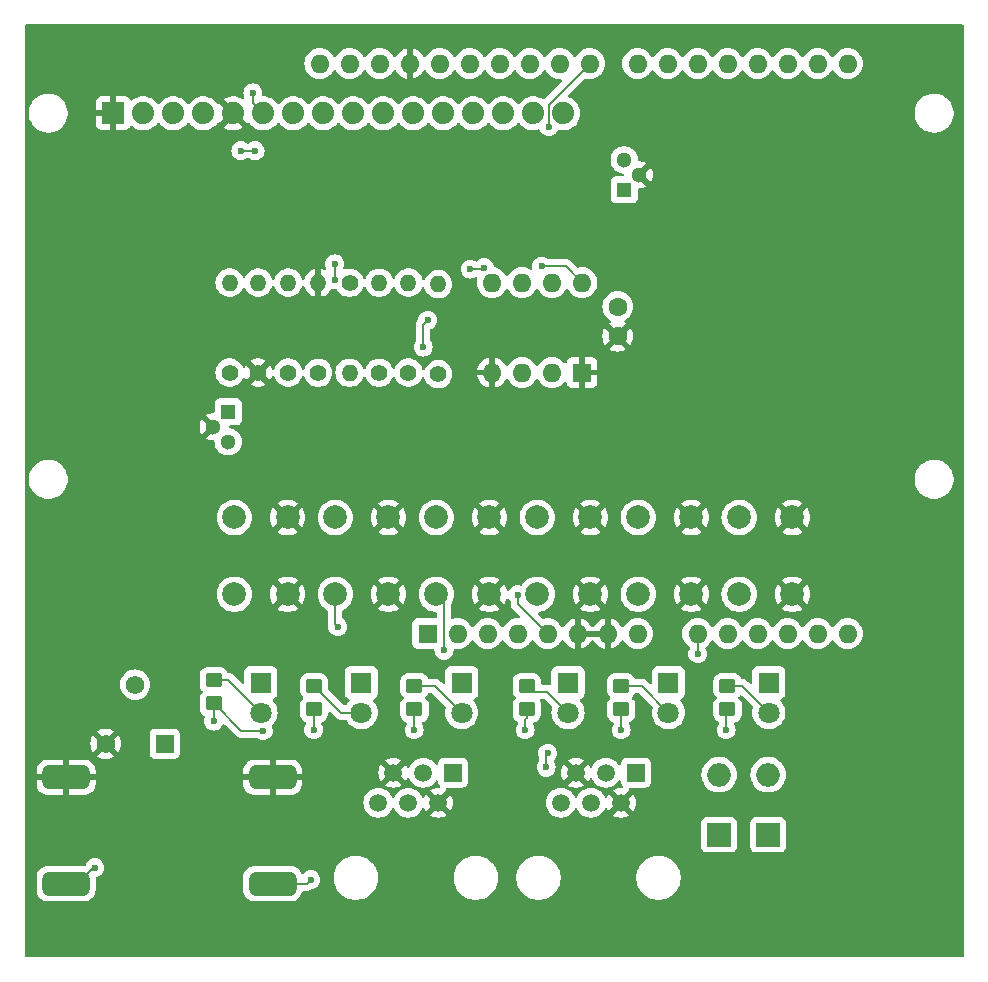
<source format=gbr>
%TF.GenerationSoftware,KiCad,Pcbnew,8.0.8*%
%TF.CreationDate,2025-05-20T23:19:57+02:00*%
%TF.ProjectId,LCD_LOCONET_SHIELD,4c43445f-4c4f-4434-9f4e-45545f534849,rev?*%
%TF.SameCoordinates,Original*%
%TF.FileFunction,Copper,L2,Bot*%
%TF.FilePolarity,Positive*%
%FSLAX46Y46*%
G04 Gerber Fmt 4.6, Leading zero omitted, Abs format (unit mm)*
G04 Created by KiCad (PCBNEW 8.0.8) date 2025-05-20 23:19:57*
%MOMM*%
%LPD*%
G01*
G04 APERTURE LIST*
G04 Aperture macros list*
%AMRoundRect*
0 Rectangle with rounded corners*
0 $1 Rounding radius*
0 $2 $3 $4 $5 $6 $7 $8 $9 X,Y pos of 4 corners*
0 Add a 4 corners polygon primitive as box body*
4,1,4,$2,$3,$4,$5,$6,$7,$8,$9,$2,$3,0*
0 Add four circle primitives for the rounded corners*
1,1,$1+$1,$2,$3*
1,1,$1+$1,$4,$5*
1,1,$1+$1,$6,$7*
1,1,$1+$1,$8,$9*
0 Add four rect primitives between the rounded corners*
20,1,$1+$1,$2,$3,$4,$5,0*
20,1,$1+$1,$4,$5,$6,$7,0*
20,1,$1+$1,$6,$7,$8,$9,0*
20,1,$1+$1,$8,$9,$2,$3,0*%
G04 Aperture macros list end*
%TA.AperFunction,ComponentPad*%
%ADD10C,2.000000*%
%TD*%
%TA.AperFunction,ComponentPad*%
%ADD11R,1.879600X1.879600*%
%TD*%
%TA.AperFunction,ComponentPad*%
%ADD12C,1.879600*%
%TD*%
%TA.AperFunction,ComponentPad*%
%ADD13R,1.800000X1.800000*%
%TD*%
%TA.AperFunction,ComponentPad*%
%ADD14C,1.800000*%
%TD*%
%TA.AperFunction,ComponentPad*%
%ADD15R,1.560000X1.560000*%
%TD*%
%TA.AperFunction,ComponentPad*%
%ADD16C,1.560000*%
%TD*%
%TA.AperFunction,ComponentPad*%
%ADD17R,1.520000X1.520000*%
%TD*%
%TA.AperFunction,ComponentPad*%
%ADD18C,1.520000*%
%TD*%
%TA.AperFunction,ComponentPad*%
%ADD19R,2.000000X2.000000*%
%TD*%
%TA.AperFunction,ComponentPad*%
%ADD20O,2.000000X2.000000*%
%TD*%
%TA.AperFunction,ComponentPad*%
%ADD21C,1.400000*%
%TD*%
%TA.AperFunction,ComponentPad*%
%ADD22O,1.400000X1.400000*%
%TD*%
%TA.AperFunction,ComponentPad*%
%ADD23R,1.300000X1.300000*%
%TD*%
%TA.AperFunction,ComponentPad*%
%ADD24C,1.300000*%
%TD*%
%TA.AperFunction,SMDPad,CuDef*%
%ADD25RoundRect,0.250000X-0.450000X0.350000X-0.450000X-0.350000X0.450000X-0.350000X0.450000X0.350000X0*%
%TD*%
%TA.AperFunction,ComponentPad*%
%ADD26C,1.600000*%
%TD*%
%TA.AperFunction,ComponentPad*%
%ADD27R,1.600000X1.600000*%
%TD*%
%TA.AperFunction,ComponentPad*%
%ADD28O,1.600000X1.600000*%
%TD*%
%TA.AperFunction,SMDPad,CuDef*%
%ADD29RoundRect,0.500000X-1.500000X-0.500000X1.500000X-0.500000X1.500000X0.500000X-1.500000X0.500000X0*%
%TD*%
%TA.AperFunction,ViaPad*%
%ADD30C,0.600000*%
%TD*%
%TA.AperFunction,Conductor*%
%ADD31C,0.200000*%
%TD*%
G04 APERTURE END LIST*
D10*
%TO.P,SW5,1,1*%
%TO.N,Net-(D7-K)*%
X120450000Y-168750000D03*
X120450000Y-162250000D03*
%TO.P,SW5,2,2*%
%TO.N,GND*%
X124950000Y-168750000D03*
X124950000Y-162250000D03*
%TD*%
D11*
%TO.P,U3,1,VSS*%
%TO.N,GND*%
X76000000Y-128016000D03*
D12*
%TO.P,U3,2,VDD*%
%TO.N,+5V*%
X78540000Y-128016000D03*
%TO.P,U3,3,VO*%
%TO.N,Net-(U3-VO)*%
X81080000Y-128016000D03*
%TO.P,U3,4,RS*%
%TO.N,/RS*%
X83620000Y-128016000D03*
%TO.P,U3,5,R/W*%
%TO.N,GND*%
X86160000Y-128016000D03*
%TO.P,U3,6,E*%
%TO.N,/enabele*%
X88700000Y-128016000D03*
%TO.P,U3,7,DB0*%
%TO.N,unconnected-(U3-DB0-Pad7)*%
X91240000Y-128016000D03*
%TO.P,U3,8,DB1*%
%TO.N,unconnected-(U3-DB1-Pad8)*%
X93780000Y-128016000D03*
%TO.P,U3,9,DB2*%
%TO.N,unconnected-(U3-DB2-Pad9)*%
X96320000Y-128016000D03*
%TO.P,U3,10,DB3*%
%TO.N,unconnected-(U3-DB3-Pad10)*%
X98860000Y-128016000D03*
%TO.P,U3,11,DB4*%
%TO.N,/D4*%
X101400000Y-128016000D03*
%TO.P,U3,12,DB5*%
%TO.N,/D5*%
X103940000Y-128016000D03*
%TO.P,U3,13,DB6*%
%TO.N,/D6*%
X106480000Y-128016000D03*
%TO.P,U3,14,DB7*%
%TO.N,/D7*%
X109020000Y-128016000D03*
%TO.P,U3,15,A*%
%TO.N,Net-(U3-A)*%
X111560000Y-128016000D03*
%TO.P,U3,16,K*%
%TO.N,Net-(Q2-C)*%
X114100000Y-128016000D03*
%TD*%
D13*
%TO.P,D3,1,K*%
%TO.N,Net-(A1-A0)*%
X88500000Y-176225000D03*
D14*
%TO.P,D3,2,A*%
%TO.N,Net-(D3-A)*%
X88500000Y-178765000D03*
%TD*%
D13*
%TO.P,D4,1,K*%
%TO.N,Net-(A1-A1)*%
X97000000Y-176225000D03*
D14*
%TO.P,D4,2,A*%
%TO.N,Net-(D4-A)*%
X97000000Y-178765000D03*
%TD*%
D15*
%TO.P,RV1,1,1*%
%TO.N,+5V*%
X80351000Y-181403000D03*
D16*
%TO.P,RV1,2,2*%
%TO.N,Net-(U3-VO)*%
X77851000Y-176403000D03*
%TO.P,RV1,3,3*%
%TO.N,GND*%
X75351000Y-181403000D03*
%TD*%
D13*
%TO.P,D8,1,K*%
%TO.N,Net-(D8-K)*%
X131500000Y-176225000D03*
D14*
%TO.P,D8,2,A*%
%TO.N,Net-(D8-A)*%
X131500000Y-178765000D03*
%TD*%
D13*
%TO.P,D5,1,K*%
%TO.N,Net-(A1-A2)*%
X105500000Y-176225000D03*
D14*
%TO.P,D5,2,A*%
%TO.N,Net-(D5-A)*%
X105500000Y-178765000D03*
%TD*%
D13*
%TO.P,D7,1,K*%
%TO.N,Net-(D7-K)*%
X123000000Y-176225000D03*
D14*
%TO.P,D7,2,A*%
%TO.N,Net-(D7-A)*%
X123000000Y-178765000D03*
%TD*%
D10*
%TO.P,SW3,1,1*%
%TO.N,Net-(A1-A2)*%
X103350000Y-168750000D03*
X103350000Y-162250000D03*
%TO.P,SW3,2,2*%
%TO.N,GND*%
X107850000Y-168750000D03*
X107850000Y-162250000D03*
%TD*%
%TO.P,SW6,1,1*%
%TO.N,Net-(D8-K)*%
X129000000Y-168750000D03*
X129000000Y-162250000D03*
%TO.P,SW6,2,2*%
%TO.N,GND*%
X133500000Y-168750000D03*
X133500000Y-162250000D03*
%TD*%
%TO.P,SW2,1,1*%
%TO.N,Net-(A1-A1)*%
X94800000Y-168750000D03*
X94800000Y-162250000D03*
%TO.P,SW2,2,2*%
%TO.N,GND*%
X99300000Y-168750000D03*
X99300000Y-162250000D03*
%TD*%
D13*
%TO.P,D6,1,K*%
%TO.N,Net-(A1-A3)*%
X114500000Y-176225000D03*
D14*
%TO.P,D6,2,A*%
%TO.N,Net-(D6-A)*%
X114500000Y-178765000D03*
%TD*%
D10*
%TO.P,SW4,1,1*%
%TO.N,Net-(A1-A3)*%
X111900000Y-168750000D03*
X111900000Y-162250000D03*
%TO.P,SW4,2,2*%
%TO.N,GND*%
X116400000Y-168750000D03*
X116400000Y-162250000D03*
%TD*%
%TO.P,SW1,1,1*%
%TO.N,Net-(A1-A0)*%
X86250000Y-168750000D03*
X86250000Y-162250000D03*
%TO.P,SW1,2,2*%
%TO.N,GND*%
X90750000Y-168750000D03*
X90750000Y-162250000D03*
%TD*%
D17*
%TO.P,J1,1*%
%TO.N,Net-(D1-A)*%
X120250000Y-183858000D03*
D18*
%TO.P,J1,2*%
%TO.N,GND*%
X118980000Y-186398000D03*
%TO.P,J1,3*%
%TO.N,Net-(Q1-C)*%
X117710000Y-183858000D03*
%TO.P,J1,4*%
X116440000Y-186398000D03*
%TO.P,J1,5*%
%TO.N,GND*%
X115170000Y-183858000D03*
%TO.P,J1,6*%
%TO.N,Net-(D2-A)*%
X113900000Y-186398000D03*
%TD*%
D19*
%TO.P,D1,1,K*%
%TO.N,+12V*%
X131445000Y-189103000D03*
D20*
%TO.P,D1,2,A*%
%TO.N,Net-(D1-A)*%
X131445000Y-184023000D03*
%TD*%
D21*
%TO.P,R6,1*%
%TO.N,Net-(U1-+)*%
X98500000Y-150000000D03*
D22*
%TO.P,R6,2*%
%TO.N,/Lnet_Rx*%
X98500000Y-142380000D03*
%TD*%
D23*
%TO.P,Q2,1,B*%
%TO.N,Net-(Q2-B)*%
X119253000Y-134493000D03*
D24*
%TO.P,Q2,2,E*%
%TO.N,GND*%
X120523000Y-133223000D03*
%TO.P,Q2,3,C*%
%TO.N,Net-(Q2-C)*%
X119253000Y-131953000D03*
%TD*%
D21*
%TO.P,R2,1*%
%TO.N,Net-(U1-+)*%
X93350000Y-150000000D03*
D22*
%TO.P,R2,2*%
%TO.N,GND*%
X93350000Y-142380000D03*
%TD*%
D25*
%TO.P,R9,1*%
%TO.N,Net-(D3-A)*%
X84500000Y-176000000D03*
%TO.P,R9,2*%
%TO.N,+5V*%
X84500000Y-178000000D03*
%TD*%
D23*
%TO.P,Q1,1,B*%
%TO.N,Net-(Q1-B)*%
X85725000Y-153289000D03*
D24*
%TO.P,Q1,2,E*%
%TO.N,GND*%
X84455000Y-154559000D03*
%TO.P,Q1,3,C*%
%TO.N,Net-(Q1-C)*%
X85725000Y-155829000D03*
%TD*%
D26*
%TO.P,C1,1*%
%TO.N,+5V*%
X118707000Y-144394000D03*
%TO.P,C1,2*%
%TO.N,GND*%
X118707000Y-146894000D03*
%TD*%
D25*
%TO.P,R12,1*%
%TO.N,Net-(D6-A)*%
X111000000Y-176500000D03*
%TO.P,R12,2*%
%TO.N,+5V*%
X111000000Y-178500000D03*
%TD*%
D21*
%TO.P,R7,1*%
%TO.N,Net-(Q2-B)*%
X103505000Y-150114000D03*
D22*
%TO.P,R7,2*%
%TO.N,/background*%
X103505000Y-142494000D03*
%TD*%
D27*
%TO.P,U1,1,GND*%
%TO.N,GND*%
X115687000Y-149977000D03*
D28*
%TO.P,U1,2,+*%
%TO.N,Net-(U1-+)*%
X113147000Y-149977000D03*
%TO.P,U1,3,-*%
%TO.N,Net-(U1--)*%
X110607000Y-149977000D03*
%TO.P,U1,4,V-*%
%TO.N,GND*%
X108067000Y-149977000D03*
%TO.P,U1,5,BAL*%
%TO.N,unconnected-(U1-BAL-Pad5)*%
X108067000Y-142357000D03*
%TO.P,U1,6,STRB*%
%TO.N,unconnected-(U1-STRB-Pad6)*%
X110607000Y-142357000D03*
%TO.P,U1,7*%
%TO.N,/Lnet_Rx*%
X113147000Y-142357000D03*
%TO.P,U1,8,V+*%
%TO.N,+5V*%
X115687000Y-142357000D03*
%TD*%
D21*
%TO.P,R3,1*%
%TO.N,+5V*%
X90805000Y-149987000D03*
D22*
%TO.P,R3,2*%
%TO.N,Net-(U1--)*%
X90805000Y-142367000D03*
%TD*%
D21*
%TO.P,R5,1*%
%TO.N,Net-(Q1-B)*%
X85852000Y-149987000D03*
D22*
%TO.P,R5,2*%
%TO.N,/Lnet_Tx*%
X85852000Y-142367000D03*
%TD*%
D19*
%TO.P,D2,1,K*%
%TO.N,+12V*%
X127295000Y-189103000D03*
D20*
%TO.P,D2,2,A*%
%TO.N,Net-(D2-A)*%
X127295000Y-184023000D03*
%TD*%
D27*
%TO.P,A1,1,NC*%
%TO.N,unconnected-(A1-NC-Pad1)*%
X102616000Y-172085000D03*
D28*
%TO.P,A1,2,IOREF*%
%TO.N,unconnected-(A1-IOREF-Pad2)*%
X105156000Y-172085000D03*
%TO.P,A1,3,~{RESET}*%
%TO.N,unconnected-(A1-~{RESET}-Pad3)*%
X107696000Y-172085000D03*
%TO.P,A1,4,3V3*%
%TO.N,unconnected-(A1-3V3-Pad4)*%
X110236000Y-172085000D03*
%TO.P,A1,5,+5V*%
%TO.N,+5V*%
X112776000Y-172085000D03*
%TO.P,A1,6,GND*%
%TO.N,GND*%
X115316000Y-172085000D03*
%TO.P,A1,7,GND*%
X117856000Y-172085000D03*
%TO.P,A1,8,VIN*%
%TO.N,unconnected-(A1-VIN-Pad8)*%
X120396000Y-172085000D03*
%TO.P,A1,9,A0*%
%TO.N,Net-(A1-A0)*%
X125476000Y-172085000D03*
%TO.P,A1,10,A1*%
%TO.N,Net-(A1-A1)*%
X128016000Y-172085000D03*
%TO.P,A1,11,A2*%
%TO.N,Net-(A1-A2)*%
X130556000Y-172085000D03*
%TO.P,A1,12,A3*%
%TO.N,Net-(A1-A3)*%
X133096000Y-172085000D03*
%TO.P,A1,13,SDA/A4*%
%TO.N,Net-(D7-K)*%
X135636000Y-172085000D03*
%TO.P,A1,14,SCL/A5*%
%TO.N,Net-(D8-K)*%
X138176000Y-172085000D03*
%TO.P,A1,15,D0/RX*%
%TO.N,unconnected-(A1-D0{slash}RX-Pad15)*%
X138176000Y-123825000D03*
%TO.P,A1,16,D1/TX*%
%TO.N,unconnected-(A1-D1{slash}TX-Pad16)*%
X135636000Y-123825000D03*
%TO.P,A1,17,D2*%
%TO.N,/enabele*%
X133096000Y-123825000D03*
%TO.P,A1,18,D3*%
%TO.N,/background*%
X130556000Y-123825000D03*
%TO.P,A1,19,D4*%
%TO.N,/D7*%
X128016000Y-123825000D03*
%TO.P,A1,20,D5*%
%TO.N,/D6*%
X125476000Y-123825000D03*
%TO.P,A1,21,D6*%
%TO.N,/D5*%
X122936000Y-123825000D03*
%TO.P,A1,22,D7*%
%TO.N,/D4*%
X120396000Y-123825000D03*
%TO.P,A1,23,D8*%
%TO.N,/Lnet_Rx*%
X116336000Y-123825000D03*
%TO.P,A1,24,D9*%
%TO.N,/Lnet_Tx*%
X113796000Y-123825000D03*
%TO.P,A1,25,D10*%
%TO.N,unconnected-(A1-D10-Pad25)*%
X111256000Y-123825000D03*
%TO.P,A1,26,D11*%
%TO.N,unconnected-(A1-D11-Pad26)*%
X108716000Y-123825000D03*
%TO.P,A1,27,D12*%
%TO.N,unconnected-(A1-D12-Pad27)*%
X106176000Y-123825000D03*
%TO.P,A1,28,D13*%
%TO.N,unconnected-(A1-D13-Pad28)*%
X103636000Y-123825000D03*
%TO.P,A1,29,GND*%
%TO.N,GND*%
X101096000Y-123825000D03*
%TO.P,A1,30,AREF*%
%TO.N,unconnected-(A1-AREF-Pad30)*%
X98556000Y-123825000D03*
%TO.P,A1,31,SDA/A4*%
%TO.N,unconnected-(A1-SDA{slash}A4-Pad31)*%
X96016000Y-123825000D03*
%TO.P,A1,32,SCL/A5*%
%TO.N,unconnected-(A1-SCL{slash}A5-Pad32)*%
X93476000Y-123825000D03*
%TD*%
D25*
%TO.P,R11,1*%
%TO.N,Net-(D5-A)*%
X101500000Y-176500000D03*
%TO.P,R11,2*%
%TO.N,+5V*%
X101500000Y-178500000D03*
%TD*%
D21*
%TO.P,R8,1*%
%TO.N,Net-(U3-A)*%
X100990000Y-149987000D03*
D22*
%TO.P,R8,2*%
%TO.N,+5V*%
X100990000Y-142367000D03*
%TD*%
D25*
%TO.P,R10,1*%
%TO.N,Net-(D4-A)*%
X93000000Y-176500000D03*
%TO.P,R10,2*%
%TO.N,+5V*%
X93000000Y-178500000D03*
%TD*%
D17*
%TO.P,J2,1*%
%TO.N,Net-(D1-A)*%
X104780000Y-183858000D03*
D18*
%TO.P,J2,2*%
%TO.N,GND*%
X103510000Y-186398000D03*
%TO.P,J2,3*%
%TO.N,Net-(Q1-C)*%
X102240000Y-183858000D03*
%TO.P,J2,4*%
X100970000Y-186398000D03*
%TO.P,J2,5*%
%TO.N,GND*%
X99700000Y-183858000D03*
%TO.P,J2,6*%
%TO.N,Net-(D2-A)*%
X98430000Y-186398000D03*
%TD*%
D29*
%TO.P,U2,1,5V*%
%TO.N,+5V*%
X72000000Y-193248000D03*
%TO.P,U2,2,gnd*%
%TO.N,GND*%
X72000000Y-184248000D03*
%TO.P,U2,3,gnd*%
X89500000Y-184248000D03*
%TO.P,U2,4,in+*%
%TO.N,+12V*%
X89500000Y-193248000D03*
%TD*%
D25*
%TO.P,R14,1*%
%TO.N,Net-(D8-A)*%
X128000000Y-176500000D03*
%TO.P,R14,2*%
%TO.N,+5V*%
X128000000Y-178500000D03*
%TD*%
D21*
%TO.P,R4,1*%
%TO.N,GND*%
X88265000Y-149987000D03*
D22*
%TO.P,R4,2*%
%TO.N,Net-(U1--)*%
X88265000Y-142367000D03*
%TD*%
D21*
%TO.P,R1,1*%
%TO.N,Net-(Q1-C)*%
X96000000Y-142380000D03*
D22*
%TO.P,R1,2*%
%TO.N,Net-(U1-+)*%
X96000000Y-150000000D03*
%TD*%
D25*
%TO.P,R13,1*%
%TO.N,Net-(D7-A)*%
X119000000Y-176500000D03*
%TO.P,R13,2*%
%TO.N,+5V*%
X119000000Y-178500000D03*
%TD*%
D30*
%TO.N,Net-(A1-A1)*%
X95000000Y-171500000D03*
%TO.N,/enabele*%
X87816564Y-126297564D03*
%TO.N,/Lnet_Rx*%
X112860200Y-129159000D03*
%TO.N,Net-(A1-A0)*%
X125476000Y-173785000D03*
%TO.N,Net-(A1-A2)*%
X104000000Y-173500000D03*
%TO.N,+5V*%
X110236000Y-168783000D03*
X118999000Y-180213000D03*
X110871000Y-180213000D03*
X112260200Y-140970000D03*
X107407000Y-141097000D03*
X94742000Y-140780000D03*
X87999800Y-131191000D03*
X84500000Y-179500000D03*
X101473000Y-180213000D03*
X94742000Y-142113000D03*
X74422000Y-191897000D03*
X86799800Y-131191000D03*
X106207000Y-141224000D03*
X88699265Y-180300735D03*
X127889000Y-180213000D03*
X92964000Y-180213000D03*
%TO.N,+12V*%
X92710000Y-192913000D03*
%TO.N,Net-(D1-A)*%
X112649000Y-183398000D03*
X112776000Y-182198000D03*
%TO.N,Net-(U3-A)*%
X102235000Y-147828000D03*
X102616000Y-145542000D03*
%TD*%
D31*
%TO.N,Net-(A1-A1)*%
X95000000Y-171500000D02*
X94800000Y-171300000D01*
X94800000Y-171300000D02*
X94800000Y-168750000D01*
%TO.N,/enabele*%
X87816564Y-127132564D02*
X88700000Y-128016000D01*
X87816564Y-126297564D02*
X87816564Y-127132564D01*
%TO.N,/Lnet_Rx*%
X116336000Y-123825000D02*
X112860200Y-127300800D01*
X112860200Y-127300800D02*
X112860200Y-129159000D01*
%TO.N,Net-(A1-A0)*%
X125476000Y-172085000D02*
X125476000Y-173785000D01*
%TO.N,Net-(A1-A2)*%
X104000000Y-169400000D02*
X103350000Y-168750000D01*
X104000000Y-173500000D02*
X104000000Y-169400000D01*
%TO.N,+5V*%
X101473000Y-180213000D02*
X101473000Y-178527000D01*
X118999000Y-180213000D02*
X118999000Y-178501000D01*
X84500000Y-178000000D02*
X86800735Y-180300735D01*
X110236000Y-169545000D02*
X110236000Y-168783000D01*
X111000000Y-179195000D02*
X111000000Y-178500000D01*
X74295000Y-191897000D02*
X74422000Y-191897000D01*
X112260200Y-140970000D02*
X114300000Y-140970000D01*
X110871000Y-180213000D02*
X110871000Y-179324000D01*
X107280000Y-141224000D02*
X107407000Y-141097000D01*
X127889000Y-180213000D02*
X127889000Y-178611000D01*
X92964000Y-180213000D02*
X92964000Y-178536000D01*
X86800735Y-180300735D02*
X88699265Y-180300735D01*
X84500000Y-178000000D02*
X84500000Y-179500000D01*
X72944000Y-193248000D02*
X74295000Y-191897000D01*
X112776000Y-172085000D02*
X110236000Y-169545000D01*
X114300000Y-140970000D02*
X115687000Y-142357000D01*
X106207000Y-141224000D02*
X107280000Y-141224000D01*
X110871000Y-179324000D02*
X111000000Y-179195000D01*
X94742000Y-142113000D02*
X94742000Y-140780000D01*
X86799800Y-131191000D02*
X87999800Y-131191000D01*
%TO.N,+12V*%
X92710000Y-192913000D02*
X92375000Y-193248000D01*
X92375000Y-193248000D02*
X89500000Y-193248000D01*
%TO.N,Net-(D1-A)*%
X112649000Y-183398000D02*
X112649000Y-182325000D01*
X112649000Y-182325000D02*
X112776000Y-182198000D01*
%TO.N,Net-(U3-A)*%
X102235000Y-145923000D02*
X102235000Y-147828000D01*
X102616000Y-145542000D02*
X102235000Y-145923000D01*
%TO.N,Net-(D3-A)*%
X88500000Y-178765000D02*
X85735000Y-176000000D01*
X85735000Y-176000000D02*
X84500000Y-176000000D01*
%TO.N,Net-(D4-A)*%
X97000000Y-178765000D02*
X95265000Y-178765000D01*
X95265000Y-178765000D02*
X93000000Y-176500000D01*
%TO.N,Net-(D5-A)*%
X101500000Y-176500000D02*
X103235000Y-176500000D01*
X103235000Y-176500000D02*
X105500000Y-178765000D01*
%TO.N,Net-(D6-A)*%
X111500000Y-177000000D02*
X112735000Y-177000000D01*
X111000000Y-176500000D02*
X111500000Y-177000000D01*
X112735000Y-177000000D02*
X114500000Y-178765000D01*
%TO.N,Net-(D7-A)*%
X119000000Y-176500000D02*
X120735000Y-176500000D01*
X120735000Y-176500000D02*
X123000000Y-178765000D01*
%TO.N,Net-(D8-A)*%
X129235000Y-176500000D02*
X131500000Y-178765000D01*
X128000000Y-176500000D02*
X129235000Y-176500000D01*
%TD*%
%TA.AperFunction,Conductor*%
%TO.N,GND*%
G36*
X117390075Y-171892007D02*
G01*
X117356000Y-172019174D01*
X117356000Y-172150826D01*
X117390075Y-172277993D01*
X117422988Y-172335000D01*
X115749012Y-172335000D01*
X115781925Y-172277993D01*
X115816000Y-172150826D01*
X115816000Y-172019174D01*
X115781925Y-171892007D01*
X115749012Y-171835000D01*
X117422988Y-171835000D01*
X117390075Y-171892007D01*
G37*
%TD.AperFunction*%
%TA.AperFunction,Conductor*%
G36*
X147942539Y-120520185D02*
G01*
X147988294Y-120572989D01*
X147999500Y-120624500D01*
X147999500Y-199375500D01*
X147979815Y-199442539D01*
X147927011Y-199488294D01*
X147875500Y-199499500D01*
X68624500Y-199499500D01*
X68557461Y-199479815D01*
X68511706Y-199427011D01*
X68500500Y-199375500D01*
X68500500Y-192689966D01*
X69499500Y-192689966D01*
X69499500Y-193806028D01*
X69499501Y-193806034D01*
X69510113Y-193925415D01*
X69566089Y-194121045D01*
X69566090Y-194121048D01*
X69566091Y-194121049D01*
X69660302Y-194301407D01*
X69660304Y-194301409D01*
X69788890Y-194459109D01*
X69873102Y-194527774D01*
X69946593Y-194587698D01*
X70126951Y-194681909D01*
X70322582Y-194737886D01*
X70441963Y-194748500D01*
X73558036Y-194748499D01*
X73677418Y-194737886D01*
X73873049Y-194681909D01*
X74053407Y-194587698D01*
X74211109Y-194459109D01*
X74339698Y-194301407D01*
X74433909Y-194121049D01*
X74489886Y-193925418D01*
X74500500Y-193806037D01*
X74500499Y-192804250D01*
X74520183Y-192737212D01*
X74572987Y-192691457D01*
X74577392Y-192689966D01*
X86999500Y-192689966D01*
X86999500Y-193806028D01*
X86999501Y-193806034D01*
X87010113Y-193925415D01*
X87066089Y-194121045D01*
X87066090Y-194121048D01*
X87066091Y-194121049D01*
X87160302Y-194301407D01*
X87160304Y-194301409D01*
X87288890Y-194459109D01*
X87373102Y-194527774D01*
X87446593Y-194587698D01*
X87626951Y-194681909D01*
X87822582Y-194737886D01*
X87941963Y-194748500D01*
X91058036Y-194748499D01*
X91177418Y-194737886D01*
X91373049Y-194681909D01*
X91553407Y-194587698D01*
X91711109Y-194459109D01*
X91839698Y-194301407D01*
X91933909Y-194121049D01*
X91986174Y-193938387D01*
X92023541Y-193879351D01*
X92086895Y-193849887D01*
X92105390Y-193848500D01*
X92288331Y-193848500D01*
X92288347Y-193848501D01*
X92295943Y-193848501D01*
X92454054Y-193848501D01*
X92454057Y-193848501D01*
X92606785Y-193807577D01*
X92656904Y-193778639D01*
X92750756Y-193724456D01*
X92752524Y-193727518D01*
X92798977Y-193708539D01*
X92889255Y-193698368D01*
X93059522Y-193638789D01*
X93212262Y-193542816D01*
X93339816Y-193415262D01*
X93435789Y-193262522D01*
X93495368Y-193092255D01*
X93515565Y-192913000D01*
X93510825Y-192870934D01*
X93495369Y-192733750D01*
X93495368Y-192733745D01*
X93457339Y-192625065D01*
X94654500Y-192625065D01*
X94654500Y-192870934D01*
X94681227Y-193073939D01*
X94686591Y-193114677D01*
X94686592Y-193114679D01*
X94750222Y-193352152D01*
X94750225Y-193352162D01*
X94829197Y-193542815D01*
X94844306Y-193579292D01*
X94967233Y-193792208D01*
X94967235Y-193792211D01*
X94967236Y-193792212D01*
X95116897Y-193987254D01*
X95116903Y-193987261D01*
X95290738Y-194161096D01*
X95290744Y-194161101D01*
X95485792Y-194310767D01*
X95698708Y-194433694D01*
X95925847Y-194527778D01*
X96163323Y-194591409D01*
X96407073Y-194623500D01*
X96407080Y-194623500D01*
X96652920Y-194623500D01*
X96652927Y-194623500D01*
X96896677Y-194591409D01*
X97134153Y-194527778D01*
X97361292Y-194433694D01*
X97574208Y-194310767D01*
X97769256Y-194161101D01*
X97943101Y-193987256D01*
X98092767Y-193792208D01*
X98215694Y-193579292D01*
X98309778Y-193352153D01*
X98373409Y-193114677D01*
X98405500Y-192870927D01*
X98405500Y-192625073D01*
X98405499Y-192625065D01*
X104814500Y-192625065D01*
X104814500Y-192870934D01*
X104841227Y-193073939D01*
X104846591Y-193114677D01*
X104846592Y-193114679D01*
X104910222Y-193352152D01*
X104910225Y-193352162D01*
X104989197Y-193542815D01*
X105004306Y-193579292D01*
X105127233Y-193792208D01*
X105127235Y-193792211D01*
X105127236Y-193792212D01*
X105276897Y-193987254D01*
X105276903Y-193987261D01*
X105450738Y-194161096D01*
X105450744Y-194161101D01*
X105645792Y-194310767D01*
X105858708Y-194433694D01*
X106085847Y-194527778D01*
X106323323Y-194591409D01*
X106567073Y-194623500D01*
X106567080Y-194623500D01*
X106812920Y-194623500D01*
X106812927Y-194623500D01*
X107056677Y-194591409D01*
X107294153Y-194527778D01*
X107521292Y-194433694D01*
X107734208Y-194310767D01*
X107929256Y-194161101D01*
X108103101Y-193987256D01*
X108252767Y-193792208D01*
X108375694Y-193579292D01*
X108469778Y-193352153D01*
X108533409Y-193114677D01*
X108565500Y-192870927D01*
X108565500Y-192625073D01*
X108565499Y-192625065D01*
X110124500Y-192625065D01*
X110124500Y-192870934D01*
X110151227Y-193073939D01*
X110156591Y-193114677D01*
X110156592Y-193114679D01*
X110220222Y-193352152D01*
X110220225Y-193352162D01*
X110299197Y-193542815D01*
X110314306Y-193579292D01*
X110437233Y-193792208D01*
X110437235Y-193792211D01*
X110437236Y-193792212D01*
X110586897Y-193987254D01*
X110586903Y-193987261D01*
X110760738Y-194161096D01*
X110760744Y-194161101D01*
X110955792Y-194310767D01*
X111168708Y-194433694D01*
X111395847Y-194527778D01*
X111633323Y-194591409D01*
X111877073Y-194623500D01*
X111877080Y-194623500D01*
X112122920Y-194623500D01*
X112122927Y-194623500D01*
X112366677Y-194591409D01*
X112604153Y-194527778D01*
X112831292Y-194433694D01*
X113044208Y-194310767D01*
X113239256Y-194161101D01*
X113413101Y-193987256D01*
X113562767Y-193792208D01*
X113685694Y-193579292D01*
X113779778Y-193352153D01*
X113843409Y-193114677D01*
X113875500Y-192870927D01*
X113875500Y-192625073D01*
X113875499Y-192625065D01*
X120284500Y-192625065D01*
X120284500Y-192870934D01*
X120311227Y-193073939D01*
X120316591Y-193114677D01*
X120316592Y-193114679D01*
X120380222Y-193352152D01*
X120380225Y-193352162D01*
X120459197Y-193542815D01*
X120474306Y-193579292D01*
X120597233Y-193792208D01*
X120597235Y-193792211D01*
X120597236Y-193792212D01*
X120746897Y-193987254D01*
X120746903Y-193987261D01*
X120920738Y-194161096D01*
X120920744Y-194161101D01*
X121115792Y-194310767D01*
X121328708Y-194433694D01*
X121555847Y-194527778D01*
X121793323Y-194591409D01*
X122037073Y-194623500D01*
X122037080Y-194623500D01*
X122282920Y-194623500D01*
X122282927Y-194623500D01*
X122526677Y-194591409D01*
X122764153Y-194527778D01*
X122991292Y-194433694D01*
X123204208Y-194310767D01*
X123399256Y-194161101D01*
X123573101Y-193987256D01*
X123722767Y-193792208D01*
X123845694Y-193579292D01*
X123939778Y-193352153D01*
X124003409Y-193114677D01*
X124035500Y-192870927D01*
X124035500Y-192625073D01*
X124003409Y-192381323D01*
X123939778Y-192143847D01*
X123845694Y-191916708D01*
X123722767Y-191703792D01*
X123661030Y-191623335D01*
X123573102Y-191508745D01*
X123573096Y-191508738D01*
X123399261Y-191334903D01*
X123399254Y-191334897D01*
X123204212Y-191185236D01*
X123204211Y-191185235D01*
X123204208Y-191185233D01*
X122991292Y-191062306D01*
X122991285Y-191062303D01*
X122764162Y-190968225D01*
X122764155Y-190968223D01*
X122764153Y-190968222D01*
X122526677Y-190904591D01*
X122485939Y-190899227D01*
X122282934Y-190872500D01*
X122282927Y-190872500D01*
X122037073Y-190872500D01*
X122037065Y-190872500D01*
X121805059Y-190903045D01*
X121793323Y-190904591D01*
X121555847Y-190968222D01*
X121555837Y-190968225D01*
X121328714Y-191062303D01*
X121328705Y-191062307D01*
X121115787Y-191185236D01*
X120920745Y-191334897D01*
X120920738Y-191334903D01*
X120746903Y-191508738D01*
X120746897Y-191508745D01*
X120597236Y-191703787D01*
X120474307Y-191916705D01*
X120474303Y-191916714D01*
X120380225Y-192143837D01*
X120380222Y-192143847D01*
X120318299Y-192374951D01*
X120316592Y-192381320D01*
X120316590Y-192381331D01*
X120284500Y-192625065D01*
X113875499Y-192625065D01*
X113843409Y-192381323D01*
X113779778Y-192143847D01*
X113685694Y-191916708D01*
X113562767Y-191703792D01*
X113501030Y-191623335D01*
X113413102Y-191508745D01*
X113413096Y-191508738D01*
X113239261Y-191334903D01*
X113239254Y-191334897D01*
X113044212Y-191185236D01*
X113044211Y-191185235D01*
X113044208Y-191185233D01*
X112831292Y-191062306D01*
X112831285Y-191062303D01*
X112604162Y-190968225D01*
X112604155Y-190968223D01*
X112604153Y-190968222D01*
X112366677Y-190904591D01*
X112325939Y-190899227D01*
X112122934Y-190872500D01*
X112122927Y-190872500D01*
X111877073Y-190872500D01*
X111877065Y-190872500D01*
X111645059Y-190903045D01*
X111633323Y-190904591D01*
X111395847Y-190968222D01*
X111395837Y-190968225D01*
X111168714Y-191062303D01*
X111168705Y-191062307D01*
X110955787Y-191185236D01*
X110760745Y-191334897D01*
X110760738Y-191334903D01*
X110586903Y-191508738D01*
X110586897Y-191508745D01*
X110437236Y-191703787D01*
X110314307Y-191916705D01*
X110314303Y-191916714D01*
X110220225Y-192143837D01*
X110220222Y-192143847D01*
X110158299Y-192374951D01*
X110156592Y-192381320D01*
X110156590Y-192381331D01*
X110124500Y-192625065D01*
X108565499Y-192625065D01*
X108533409Y-192381323D01*
X108469778Y-192143847D01*
X108375694Y-191916708D01*
X108252767Y-191703792D01*
X108191030Y-191623335D01*
X108103102Y-191508745D01*
X108103096Y-191508738D01*
X107929261Y-191334903D01*
X107929254Y-191334897D01*
X107734212Y-191185236D01*
X107734211Y-191185235D01*
X107734208Y-191185233D01*
X107521292Y-191062306D01*
X107521285Y-191062303D01*
X107294162Y-190968225D01*
X107294155Y-190968223D01*
X107294153Y-190968222D01*
X107056677Y-190904591D01*
X107015939Y-190899227D01*
X106812934Y-190872500D01*
X106812927Y-190872500D01*
X106567073Y-190872500D01*
X106567065Y-190872500D01*
X106335059Y-190903045D01*
X106323323Y-190904591D01*
X106085847Y-190968222D01*
X106085837Y-190968225D01*
X105858714Y-191062303D01*
X105858705Y-191062307D01*
X105645787Y-191185236D01*
X105450745Y-191334897D01*
X105450738Y-191334903D01*
X105276903Y-191508738D01*
X105276897Y-191508745D01*
X105127236Y-191703787D01*
X105004307Y-191916705D01*
X105004303Y-191916714D01*
X104910225Y-192143837D01*
X104910222Y-192143847D01*
X104848299Y-192374951D01*
X104846592Y-192381320D01*
X104846590Y-192381331D01*
X104814500Y-192625065D01*
X98405499Y-192625065D01*
X98373409Y-192381323D01*
X98309778Y-192143847D01*
X98215694Y-191916708D01*
X98092767Y-191703792D01*
X98031030Y-191623335D01*
X97943102Y-191508745D01*
X97943096Y-191508738D01*
X97769261Y-191334903D01*
X97769254Y-191334897D01*
X97574212Y-191185236D01*
X97574211Y-191185235D01*
X97574208Y-191185233D01*
X97361292Y-191062306D01*
X97361285Y-191062303D01*
X97134162Y-190968225D01*
X97134155Y-190968223D01*
X97134153Y-190968222D01*
X96896677Y-190904591D01*
X96855939Y-190899227D01*
X96652934Y-190872500D01*
X96652927Y-190872500D01*
X96407073Y-190872500D01*
X96407065Y-190872500D01*
X96175059Y-190903045D01*
X96163323Y-190904591D01*
X95925847Y-190968222D01*
X95925837Y-190968225D01*
X95698714Y-191062303D01*
X95698705Y-191062307D01*
X95485787Y-191185236D01*
X95290745Y-191334897D01*
X95290738Y-191334903D01*
X95116903Y-191508738D01*
X95116897Y-191508745D01*
X94967236Y-191703787D01*
X94844307Y-191916705D01*
X94844303Y-191916714D01*
X94750225Y-192143837D01*
X94750222Y-192143847D01*
X94688299Y-192374951D01*
X94686592Y-192381320D01*
X94686590Y-192381331D01*
X94654500Y-192625065D01*
X93457339Y-192625065D01*
X93435788Y-192563476D01*
X93339815Y-192410737D01*
X93212262Y-192283184D01*
X93059523Y-192187211D01*
X92889254Y-192127631D01*
X92889249Y-192127630D01*
X92710004Y-192107435D01*
X92709996Y-192107435D01*
X92530750Y-192127630D01*
X92530745Y-192127631D01*
X92360476Y-192187211D01*
X92207739Y-192283183D01*
X92115784Y-192375138D01*
X92054460Y-192408622D01*
X91984769Y-192403638D01*
X91928836Y-192361766D01*
X91918194Y-192344867D01*
X91885973Y-192283183D01*
X91839698Y-192194593D01*
X91768630Y-192107435D01*
X91711109Y-192036890D01*
X91595933Y-191942977D01*
X91553407Y-191908302D01*
X91373049Y-191814091D01*
X91373048Y-191814090D01*
X91373045Y-191814089D01*
X91255829Y-191780550D01*
X91177418Y-191758114D01*
X91177415Y-191758113D01*
X91177413Y-191758113D01*
X91111102Y-191752217D01*
X91058037Y-191747500D01*
X91058032Y-191747500D01*
X87941971Y-191747500D01*
X87941965Y-191747500D01*
X87941964Y-191747501D01*
X87930316Y-191748536D01*
X87822584Y-191758113D01*
X87626954Y-191814089D01*
X87536772Y-191861196D01*
X87446593Y-191908302D01*
X87446591Y-191908303D01*
X87446590Y-191908304D01*
X87288890Y-192036890D01*
X87160304Y-192194590D01*
X87066089Y-192374954D01*
X87022637Y-192526815D01*
X87012148Y-192563476D01*
X87010114Y-192570583D01*
X87010113Y-192570586D01*
X87005472Y-192622788D01*
X87000088Y-192683357D01*
X86999500Y-192689966D01*
X74577392Y-192689966D01*
X74596919Y-192683357D01*
X74601248Y-192682368D01*
X74601255Y-192682368D01*
X74771522Y-192622789D01*
X74924262Y-192526816D01*
X75051816Y-192399262D01*
X75147789Y-192246522D01*
X75207368Y-192076255D01*
X75207369Y-192076249D01*
X75227565Y-191897003D01*
X75227565Y-191896996D01*
X75207369Y-191717750D01*
X75207368Y-191717745D01*
X75147788Y-191547476D01*
X75051815Y-191394737D01*
X74924262Y-191267184D01*
X74771523Y-191171211D01*
X74601254Y-191111631D01*
X74601249Y-191111630D01*
X74422004Y-191091435D01*
X74421996Y-191091435D01*
X74242750Y-191111630D01*
X74242745Y-191111631D01*
X74072476Y-191171211D01*
X73919737Y-191267184D01*
X73792184Y-191394737D01*
X73696212Y-191547475D01*
X73696210Y-191547479D01*
X73655278Y-191664455D01*
X73614556Y-191721231D01*
X73549603Y-191746978D01*
X73538237Y-191747500D01*
X70441971Y-191747500D01*
X70441965Y-191747500D01*
X70441964Y-191747501D01*
X70430316Y-191748536D01*
X70322584Y-191758113D01*
X70126954Y-191814089D01*
X70036772Y-191861196D01*
X69946593Y-191908302D01*
X69946591Y-191908303D01*
X69946590Y-191908304D01*
X69788890Y-192036890D01*
X69660304Y-192194590D01*
X69566089Y-192374954D01*
X69522637Y-192526815D01*
X69512148Y-192563476D01*
X69510114Y-192570583D01*
X69510113Y-192570586D01*
X69505472Y-192622788D01*
X69500088Y-192683357D01*
X69499500Y-192689966D01*
X68500500Y-192689966D01*
X68500500Y-188055135D01*
X125794500Y-188055135D01*
X125794500Y-190150870D01*
X125794501Y-190150876D01*
X125800908Y-190210483D01*
X125851202Y-190345328D01*
X125851206Y-190345335D01*
X125937452Y-190460544D01*
X125937455Y-190460547D01*
X126052664Y-190546793D01*
X126052671Y-190546797D01*
X126187517Y-190597091D01*
X126187516Y-190597091D01*
X126194444Y-190597835D01*
X126247127Y-190603500D01*
X128342872Y-190603499D01*
X128402483Y-190597091D01*
X128537331Y-190546796D01*
X128652546Y-190460546D01*
X128738796Y-190345331D01*
X128789091Y-190210483D01*
X128795500Y-190150873D01*
X128795499Y-188055135D01*
X129944500Y-188055135D01*
X129944500Y-190150870D01*
X129944501Y-190150876D01*
X129950908Y-190210483D01*
X130001202Y-190345328D01*
X130001206Y-190345335D01*
X130087452Y-190460544D01*
X130087455Y-190460547D01*
X130202664Y-190546793D01*
X130202671Y-190546797D01*
X130337517Y-190597091D01*
X130337516Y-190597091D01*
X130344444Y-190597835D01*
X130397127Y-190603500D01*
X132492872Y-190603499D01*
X132552483Y-190597091D01*
X132687331Y-190546796D01*
X132802546Y-190460546D01*
X132888796Y-190345331D01*
X132939091Y-190210483D01*
X132945500Y-190150873D01*
X132945499Y-188055128D01*
X132939091Y-187995517D01*
X132888796Y-187860669D01*
X132888795Y-187860668D01*
X132888793Y-187860664D01*
X132802547Y-187745455D01*
X132802544Y-187745452D01*
X132687335Y-187659206D01*
X132687328Y-187659202D01*
X132552482Y-187608908D01*
X132552483Y-187608908D01*
X132492883Y-187602501D01*
X132492881Y-187602500D01*
X132492873Y-187602500D01*
X132492864Y-187602500D01*
X130397129Y-187602500D01*
X130397123Y-187602501D01*
X130337516Y-187608908D01*
X130202671Y-187659202D01*
X130202664Y-187659206D01*
X130087455Y-187745452D01*
X130087452Y-187745455D01*
X130001206Y-187860664D01*
X130001202Y-187860671D01*
X129950908Y-187995517D01*
X129944501Y-188055116D01*
X129944501Y-188055123D01*
X129944500Y-188055135D01*
X128795499Y-188055135D01*
X128795499Y-188055128D01*
X128789091Y-187995517D01*
X128738796Y-187860669D01*
X128738795Y-187860668D01*
X128738793Y-187860664D01*
X128652547Y-187745455D01*
X128652544Y-187745452D01*
X128537335Y-187659206D01*
X128537328Y-187659202D01*
X128402482Y-187608908D01*
X128402483Y-187608908D01*
X128342883Y-187602501D01*
X128342881Y-187602500D01*
X128342873Y-187602500D01*
X128342864Y-187602500D01*
X126247129Y-187602500D01*
X126247123Y-187602501D01*
X126187516Y-187608908D01*
X126052671Y-187659202D01*
X126052664Y-187659206D01*
X125937455Y-187745452D01*
X125937452Y-187745455D01*
X125851206Y-187860664D01*
X125851202Y-187860671D01*
X125800908Y-187995517D01*
X125794501Y-188055116D01*
X125794501Y-188055123D01*
X125794500Y-188055135D01*
X68500500Y-188055135D01*
X68500500Y-186397998D01*
X97164685Y-186397998D01*
X97164685Y-186398001D01*
X97183907Y-186617714D01*
X97183909Y-186617724D01*
X97240990Y-186830755D01*
X97240995Y-186830769D01*
X97334203Y-187030654D01*
X97334207Y-187030662D01*
X97460712Y-187211330D01*
X97616669Y-187367287D01*
X97797337Y-187493792D01*
X97797339Y-187493793D01*
X97797342Y-187493795D01*
X97917603Y-187549873D01*
X97997230Y-187587004D01*
X97997232Y-187587004D01*
X97997237Y-187587007D01*
X98210280Y-187644092D01*
X98367222Y-187657822D01*
X98429998Y-187663315D01*
X98430000Y-187663315D01*
X98430002Y-187663315D01*
X98484930Y-187658509D01*
X98649720Y-187644092D01*
X98862763Y-187587007D01*
X99062658Y-187493795D01*
X99243329Y-187367288D01*
X99399288Y-187211329D01*
X99525795Y-187030658D01*
X99587618Y-186898076D01*
X99633790Y-186845637D01*
X99700983Y-186826485D01*
X99767864Y-186846700D01*
X99812382Y-186898077D01*
X99874203Y-187030654D01*
X99874207Y-187030662D01*
X100000712Y-187211330D01*
X100156669Y-187367287D01*
X100337337Y-187493792D01*
X100337339Y-187493793D01*
X100337342Y-187493795D01*
X100457603Y-187549873D01*
X100537230Y-187587004D01*
X100537232Y-187587004D01*
X100537237Y-187587007D01*
X100750280Y-187644092D01*
X100907222Y-187657822D01*
X100969998Y-187663315D01*
X100970000Y-187663315D01*
X100970002Y-187663315D01*
X101024930Y-187658509D01*
X101189720Y-187644092D01*
X101402763Y-187587007D01*
X101602658Y-187493795D01*
X101783329Y-187367288D01*
X101939288Y-187211329D01*
X102065795Y-187030658D01*
X102127895Y-186897481D01*
X102174064Y-186845047D01*
X102241258Y-186825894D01*
X102308139Y-186846109D01*
X102352657Y-186897485D01*
X102414638Y-187030402D01*
X102459694Y-187094750D01*
X103130000Y-186424445D01*
X103130000Y-186448028D01*
X103155896Y-186544675D01*
X103205924Y-186631325D01*
X103276675Y-186702076D01*
X103363325Y-186752104D01*
X103459972Y-186778000D01*
X103483553Y-186778000D01*
X102813247Y-187448304D01*
X102877593Y-187493359D01*
X103077406Y-187586533D01*
X103077412Y-187586536D01*
X103290365Y-187643597D01*
X103290373Y-187643598D01*
X103509998Y-187662813D01*
X103510002Y-187662813D01*
X103729626Y-187643598D01*
X103729634Y-187643597D01*
X103942587Y-187586536D01*
X103942598Y-187586532D01*
X104142402Y-187493362D01*
X104142410Y-187493358D01*
X104206751Y-187448305D01*
X104206751Y-187448304D01*
X103536448Y-186778000D01*
X103560028Y-186778000D01*
X103656675Y-186752104D01*
X103743325Y-186702076D01*
X103814076Y-186631325D01*
X103864104Y-186544675D01*
X103890000Y-186448028D01*
X103890000Y-186424447D01*
X104560304Y-187094751D01*
X104560305Y-187094751D01*
X104605358Y-187030410D01*
X104605362Y-187030402D01*
X104698532Y-186830598D01*
X104698536Y-186830587D01*
X104755597Y-186617634D01*
X104755598Y-186617626D01*
X104774813Y-186398001D01*
X104774813Y-186397998D01*
X112634685Y-186397998D01*
X112634685Y-186398001D01*
X112653907Y-186617714D01*
X112653909Y-186617724D01*
X112710990Y-186830755D01*
X112710995Y-186830769D01*
X112804203Y-187030654D01*
X112804207Y-187030662D01*
X112930712Y-187211330D01*
X113086669Y-187367287D01*
X113267337Y-187493792D01*
X113267339Y-187493793D01*
X113267342Y-187493795D01*
X113387603Y-187549873D01*
X113467230Y-187587004D01*
X113467232Y-187587004D01*
X113467237Y-187587007D01*
X113680280Y-187644092D01*
X113837222Y-187657822D01*
X113899998Y-187663315D01*
X113900000Y-187663315D01*
X113900002Y-187663315D01*
X113954930Y-187658509D01*
X114119720Y-187644092D01*
X114332763Y-187587007D01*
X114532658Y-187493795D01*
X114713329Y-187367288D01*
X114869288Y-187211329D01*
X114995795Y-187030658D01*
X115057618Y-186898076D01*
X115103790Y-186845637D01*
X115170983Y-186826485D01*
X115237864Y-186846700D01*
X115282382Y-186898077D01*
X115344203Y-187030654D01*
X115344207Y-187030662D01*
X115470712Y-187211330D01*
X115626669Y-187367287D01*
X115807337Y-187493792D01*
X115807339Y-187493793D01*
X115807342Y-187493795D01*
X115927603Y-187549873D01*
X116007230Y-187587004D01*
X116007232Y-187587004D01*
X116007237Y-187587007D01*
X116220280Y-187644092D01*
X116377222Y-187657822D01*
X116439998Y-187663315D01*
X116440000Y-187663315D01*
X116440002Y-187663315D01*
X116494930Y-187658509D01*
X116659720Y-187644092D01*
X116872763Y-187587007D01*
X117072658Y-187493795D01*
X117253329Y-187367288D01*
X117409288Y-187211329D01*
X117535795Y-187030658D01*
X117597895Y-186897481D01*
X117644064Y-186845047D01*
X117711258Y-186825894D01*
X117778139Y-186846109D01*
X117822657Y-186897485D01*
X117884638Y-187030402D01*
X117929694Y-187094750D01*
X118600000Y-186424445D01*
X118600000Y-186448028D01*
X118625896Y-186544675D01*
X118675924Y-186631325D01*
X118746675Y-186702076D01*
X118833325Y-186752104D01*
X118929972Y-186778000D01*
X118953553Y-186778000D01*
X118283247Y-187448304D01*
X118347593Y-187493359D01*
X118547406Y-187586533D01*
X118547412Y-187586536D01*
X118760365Y-187643597D01*
X118760373Y-187643598D01*
X118979998Y-187662813D01*
X118980002Y-187662813D01*
X119199626Y-187643598D01*
X119199634Y-187643597D01*
X119412587Y-187586536D01*
X119412598Y-187586532D01*
X119612402Y-187493362D01*
X119612410Y-187493358D01*
X119676751Y-187448305D01*
X119676751Y-187448304D01*
X119006448Y-186778000D01*
X119030028Y-186778000D01*
X119126675Y-186752104D01*
X119213325Y-186702076D01*
X119284076Y-186631325D01*
X119334104Y-186544675D01*
X119360000Y-186448028D01*
X119360000Y-186424447D01*
X120030304Y-187094751D01*
X120030305Y-187094751D01*
X120075358Y-187030410D01*
X120075362Y-187030402D01*
X120168532Y-186830598D01*
X120168536Y-186830587D01*
X120225597Y-186617634D01*
X120225598Y-186617626D01*
X120244813Y-186398001D01*
X120244813Y-186397998D01*
X120225598Y-186178373D01*
X120225597Y-186178366D01*
X120168533Y-185965404D01*
X120075361Y-185765596D01*
X120030303Y-185701247D01*
X119360000Y-186371551D01*
X119360000Y-186347972D01*
X119334104Y-186251325D01*
X119284076Y-186164675D01*
X119213325Y-186093924D01*
X119126675Y-186043896D01*
X119030028Y-186018000D01*
X119006447Y-186018000D01*
X119676751Y-185347694D01*
X119676751Y-185347693D01*
X119671582Y-185344074D01*
X119627957Y-185289498D01*
X119620763Y-185219999D01*
X119652286Y-185157644D01*
X119712515Y-185122230D01*
X119742698Y-185118499D01*
X121057872Y-185118499D01*
X121117483Y-185112091D01*
X121252331Y-185061796D01*
X121367546Y-184975546D01*
X121453796Y-184860331D01*
X121504091Y-184725483D01*
X121510500Y-184665873D01*
X121510500Y-184022994D01*
X125789357Y-184022994D01*
X125789357Y-184023005D01*
X125809890Y-184270812D01*
X125809892Y-184270824D01*
X125870936Y-184511881D01*
X125970826Y-184739606D01*
X126106833Y-184947782D01*
X126132390Y-184975544D01*
X126275256Y-185130738D01*
X126471491Y-185283474D01*
X126690190Y-185401828D01*
X126925386Y-185482571D01*
X127170665Y-185523500D01*
X127419335Y-185523500D01*
X127664614Y-185482571D01*
X127899810Y-185401828D01*
X128118509Y-185283474D01*
X128314744Y-185130738D01*
X128483164Y-184947785D01*
X128619173Y-184739607D01*
X128719063Y-184511881D01*
X128780108Y-184270821D01*
X128782828Y-184238000D01*
X128800643Y-184023005D01*
X128800643Y-184022994D01*
X129939357Y-184022994D01*
X129939357Y-184023005D01*
X129959890Y-184270812D01*
X129959892Y-184270824D01*
X130020936Y-184511881D01*
X130120826Y-184739606D01*
X130256833Y-184947782D01*
X130282390Y-184975544D01*
X130425256Y-185130738D01*
X130621491Y-185283474D01*
X130840190Y-185401828D01*
X131075386Y-185482571D01*
X131320665Y-185523500D01*
X131569335Y-185523500D01*
X131814614Y-185482571D01*
X132049810Y-185401828D01*
X132268509Y-185283474D01*
X132464744Y-185130738D01*
X132633164Y-184947785D01*
X132769173Y-184739607D01*
X132869063Y-184511881D01*
X132930108Y-184270821D01*
X132932828Y-184238000D01*
X132950643Y-184023005D01*
X132950643Y-184022994D01*
X132930109Y-183775187D01*
X132930107Y-183775175D01*
X132869063Y-183534118D01*
X132769173Y-183306393D01*
X132633166Y-183098217D01*
X132583873Y-183044671D01*
X132464744Y-182915262D01*
X132268509Y-182762526D01*
X132268507Y-182762525D01*
X132268506Y-182762524D01*
X132049811Y-182644172D01*
X132049802Y-182644169D01*
X131814616Y-182563429D01*
X131569335Y-182522500D01*
X131320665Y-182522500D01*
X131075383Y-182563429D01*
X130840197Y-182644169D01*
X130840188Y-182644172D01*
X130621493Y-182762524D01*
X130425257Y-182915261D01*
X130256833Y-183098217D01*
X130120826Y-183306393D01*
X130020936Y-183534118D01*
X129959892Y-183775175D01*
X129959890Y-183775187D01*
X129939357Y-184022994D01*
X128800643Y-184022994D01*
X128780109Y-183775187D01*
X128780107Y-183775175D01*
X128719063Y-183534118D01*
X128619173Y-183306393D01*
X128483166Y-183098217D01*
X128433873Y-183044671D01*
X128314744Y-182915262D01*
X128118509Y-182762526D01*
X128118507Y-182762525D01*
X128118506Y-182762524D01*
X127899811Y-182644172D01*
X127899802Y-182644169D01*
X127664616Y-182563429D01*
X127419335Y-182522500D01*
X127170665Y-182522500D01*
X126925383Y-182563429D01*
X126690197Y-182644169D01*
X126690188Y-182644172D01*
X126471493Y-182762524D01*
X126275257Y-182915261D01*
X126106833Y-183098217D01*
X125970826Y-183306393D01*
X125870936Y-183534118D01*
X125809892Y-183775175D01*
X125809890Y-183775187D01*
X125789357Y-184022994D01*
X121510500Y-184022994D01*
X121510499Y-183050128D01*
X121504091Y-182990517D01*
X121484285Y-182937415D01*
X121453797Y-182855671D01*
X121453793Y-182855664D01*
X121367547Y-182740455D01*
X121367544Y-182740452D01*
X121252335Y-182654206D01*
X121252328Y-182654202D01*
X121117482Y-182603908D01*
X121117483Y-182603908D01*
X121057883Y-182597501D01*
X121057881Y-182597500D01*
X121057873Y-182597500D01*
X121057864Y-182597500D01*
X119442129Y-182597500D01*
X119442123Y-182597501D01*
X119382516Y-182603908D01*
X119247671Y-182654202D01*
X119247664Y-182654206D01*
X119132455Y-182740452D01*
X119132452Y-182740455D01*
X119046206Y-182855664D01*
X119046202Y-182855671D01*
X118995908Y-182990517D01*
X118989677Y-183048478D01*
X118989501Y-183050123D01*
X118989500Y-183050135D01*
X118989500Y-183094423D01*
X118969815Y-183161462D01*
X118917011Y-183207217D01*
X118847853Y-183217161D01*
X118784297Y-183188136D01*
X118763925Y-183165546D01*
X118679286Y-183044668D01*
X118523330Y-182888712D01*
X118342662Y-182762207D01*
X118342654Y-182762203D01*
X118142769Y-182668995D01*
X118142755Y-182668990D01*
X117929724Y-182611909D01*
X117929722Y-182611908D01*
X117929720Y-182611908D01*
X117929718Y-182611907D01*
X117929714Y-182611907D01*
X117710002Y-182592685D01*
X117709998Y-182592685D01*
X117490285Y-182611907D01*
X117490275Y-182611909D01*
X117277244Y-182668990D01*
X117277235Y-182668994D01*
X117077344Y-182762204D01*
X117077342Y-182762205D01*
X116896668Y-182888713D01*
X116740713Y-183044668D01*
X116614205Y-183225342D01*
X116614204Y-183225344D01*
X116552106Y-183358514D01*
X116505933Y-183410953D01*
X116438740Y-183430105D01*
X116371859Y-183409889D01*
X116327342Y-183358514D01*
X116265361Y-183225596D01*
X116220303Y-183161247D01*
X115550000Y-183831551D01*
X115550000Y-183807972D01*
X115524104Y-183711325D01*
X115474076Y-183624675D01*
X115403325Y-183553924D01*
X115316675Y-183503896D01*
X115220028Y-183478000D01*
X115196447Y-183478000D01*
X115866751Y-182807694D01*
X115802402Y-182762638D01*
X115602593Y-182669466D01*
X115602587Y-182669463D01*
X115389634Y-182612402D01*
X115389626Y-182612401D01*
X115170002Y-182593187D01*
X115169998Y-182593187D01*
X114950373Y-182612401D01*
X114950366Y-182612402D01*
X114737404Y-182669466D01*
X114537595Y-182762639D01*
X114537593Y-182762640D01*
X114473248Y-182807695D01*
X114473247Y-182807695D01*
X115143554Y-183478000D01*
X115119972Y-183478000D01*
X115023325Y-183503896D01*
X114936675Y-183553924D01*
X114865924Y-183624675D01*
X114815896Y-183711325D01*
X114790000Y-183807972D01*
X114790000Y-183831552D01*
X114119695Y-183161247D01*
X114119695Y-183161248D01*
X114074640Y-183225593D01*
X114074639Y-183225595D01*
X113981466Y-183425404D01*
X113924402Y-183638366D01*
X113924401Y-183638373D01*
X113905187Y-183857998D01*
X113905187Y-183858001D01*
X113924401Y-184077626D01*
X113924402Y-184077634D01*
X113981463Y-184290587D01*
X113981466Y-184290593D01*
X114074638Y-184490402D01*
X114119694Y-184554750D01*
X114790000Y-183884445D01*
X114790000Y-183908028D01*
X114815896Y-184004675D01*
X114865924Y-184091325D01*
X114936675Y-184162076D01*
X115023325Y-184212104D01*
X115119972Y-184238000D01*
X115143553Y-184238000D01*
X114473247Y-184908304D01*
X114537593Y-184953359D01*
X114737406Y-185046533D01*
X114737412Y-185046536D01*
X114950365Y-185103597D01*
X114950373Y-185103598D01*
X115169998Y-185122813D01*
X115170002Y-185122813D01*
X115389626Y-185103598D01*
X115389634Y-185103597D01*
X115602587Y-185046536D01*
X115602598Y-185046532D01*
X115802402Y-184953362D01*
X115802410Y-184953358D01*
X115866751Y-184908305D01*
X115866751Y-184908304D01*
X115196448Y-184238000D01*
X115220028Y-184238000D01*
X115316675Y-184212104D01*
X115403325Y-184162076D01*
X115474076Y-184091325D01*
X115524104Y-184004675D01*
X115550000Y-183908028D01*
X115550000Y-183884447D01*
X116220304Y-184554751D01*
X116220305Y-184554751D01*
X116265358Y-184490410D01*
X116265362Y-184490402D01*
X116327342Y-184357486D01*
X116373514Y-184305046D01*
X116440707Y-184285894D01*
X116507588Y-184306109D01*
X116552106Y-184357486D01*
X116614203Y-184490654D01*
X116614207Y-184490662D01*
X116740712Y-184671330D01*
X116896669Y-184827287D01*
X117077337Y-184953792D01*
X117077339Y-184953793D01*
X117077342Y-184953795D01*
X117123990Y-184975547D01*
X117277230Y-185047004D01*
X117277232Y-185047004D01*
X117277237Y-185047007D01*
X117490280Y-185104092D01*
X117647222Y-185117822D01*
X117709998Y-185123315D01*
X117710000Y-185123315D01*
X117710002Y-185123315D01*
X117765059Y-185118498D01*
X117929720Y-185104092D01*
X118142763Y-185047007D01*
X118342658Y-184953795D01*
X118523329Y-184827288D01*
X118679288Y-184671329D01*
X118763928Y-184550449D01*
X118818501Y-184506828D01*
X118887999Y-184499634D01*
X118950354Y-184531156D01*
X118985769Y-184591386D01*
X118989500Y-184621573D01*
X118989500Y-184665868D01*
X118989501Y-184665876D01*
X118995908Y-184725483D01*
X119046202Y-184860328D01*
X119046206Y-184860335D01*
X119103222Y-184936498D01*
X119127640Y-185001962D01*
X119112789Y-185070235D01*
X119063384Y-185119641D01*
X118995111Y-185134493D01*
X118993150Y-185134337D01*
X118980004Y-185133187D01*
X118979998Y-185133187D01*
X118760373Y-185152401D01*
X118760366Y-185152402D01*
X118547404Y-185209466D01*
X118347595Y-185302639D01*
X118347593Y-185302640D01*
X118283248Y-185347695D01*
X118283247Y-185347695D01*
X118953554Y-186018000D01*
X118929972Y-186018000D01*
X118833325Y-186043896D01*
X118746675Y-186093924D01*
X118675924Y-186164675D01*
X118625896Y-186251325D01*
X118600000Y-186347972D01*
X118600000Y-186371552D01*
X117929695Y-185701247D01*
X117929695Y-185701248D01*
X117884640Y-185765593D01*
X117884639Y-185765595D01*
X117822657Y-185898515D01*
X117776484Y-185950954D01*
X117709290Y-185970106D01*
X117642409Y-185949890D01*
X117597894Y-185898515D01*
X117535795Y-185765343D01*
X117441073Y-185630065D01*
X117409286Y-185584668D01*
X117253330Y-185428712D01*
X117072662Y-185302207D01*
X117072654Y-185302203D01*
X116872769Y-185208995D01*
X116872755Y-185208990D01*
X116659724Y-185151909D01*
X116659722Y-185151908D01*
X116659720Y-185151908D01*
X116659718Y-185151907D01*
X116659714Y-185151907D01*
X116440002Y-185132685D01*
X116439998Y-185132685D01*
X116220285Y-185151907D01*
X116220275Y-185151909D01*
X116007244Y-185208990D01*
X116007235Y-185208994D01*
X115807344Y-185302204D01*
X115807342Y-185302205D01*
X115626668Y-185428713D01*
X115470713Y-185584668D01*
X115344205Y-185765342D01*
X115344204Y-185765344D01*
X115282382Y-185897923D01*
X115236210Y-185950362D01*
X115169016Y-185969514D01*
X115102135Y-185949298D01*
X115057618Y-185897923D01*
X114995913Y-185765596D01*
X114995795Y-185765343D01*
X114901073Y-185630065D01*
X114869286Y-185584668D01*
X114713330Y-185428712D01*
X114532662Y-185302207D01*
X114532654Y-185302203D01*
X114332769Y-185208995D01*
X114332755Y-185208990D01*
X114119724Y-185151909D01*
X114119722Y-185151908D01*
X114119720Y-185151908D01*
X114119718Y-185151907D01*
X114119714Y-185151907D01*
X113900002Y-185132685D01*
X113899998Y-185132685D01*
X113680285Y-185151907D01*
X113680275Y-185151909D01*
X113467244Y-185208990D01*
X113467235Y-185208994D01*
X113267344Y-185302204D01*
X113267342Y-185302205D01*
X113086668Y-185428713D01*
X112930713Y-185584668D01*
X112804205Y-185765342D01*
X112804204Y-185765344D01*
X112710994Y-185965235D01*
X112710990Y-185965244D01*
X112653909Y-186178275D01*
X112653907Y-186178285D01*
X112634685Y-186397998D01*
X104774813Y-186397998D01*
X104755598Y-186178373D01*
X104755597Y-186178366D01*
X104698533Y-185965404D01*
X104605361Y-185765596D01*
X104560303Y-185701247D01*
X103890000Y-186371551D01*
X103890000Y-186347972D01*
X103864104Y-186251325D01*
X103814076Y-186164675D01*
X103743325Y-186093924D01*
X103656675Y-186043896D01*
X103560028Y-186018000D01*
X103536447Y-186018000D01*
X104206751Y-185347694D01*
X104206751Y-185347693D01*
X104201582Y-185344074D01*
X104157957Y-185289498D01*
X104150763Y-185219999D01*
X104182286Y-185157644D01*
X104242515Y-185122230D01*
X104272698Y-185118499D01*
X105587872Y-185118499D01*
X105647483Y-185112091D01*
X105782331Y-185061796D01*
X105897546Y-184975546D01*
X105983796Y-184860331D01*
X106034091Y-184725483D01*
X106040500Y-184665873D01*
X106040499Y-183397996D01*
X111843435Y-183397996D01*
X111843435Y-183398003D01*
X111863630Y-183577249D01*
X111863631Y-183577254D01*
X111923211Y-183747523D01*
X112019184Y-183900262D01*
X112146738Y-184027816D01*
X112299478Y-184123789D01*
X112408896Y-184162076D01*
X112469745Y-184183368D01*
X112469750Y-184183369D01*
X112648996Y-184203565D01*
X112649000Y-184203565D01*
X112649004Y-184203565D01*
X112828249Y-184183369D01*
X112828252Y-184183368D01*
X112828255Y-184183368D01*
X112998522Y-184123789D01*
X113151262Y-184027816D01*
X113278816Y-183900262D01*
X113374789Y-183747522D01*
X113434368Y-183577255D01*
X113434369Y-183577249D01*
X113454565Y-183398003D01*
X113454565Y-183397996D01*
X113434369Y-183218750D01*
X113434368Y-183218745D01*
X113414249Y-183161248D01*
X113374789Y-183048478D01*
X113374788Y-183048476D01*
X113374787Y-183048473D01*
X113305004Y-182937415D01*
X113286003Y-182870179D01*
X113306370Y-182803344D01*
X113322316Y-182783762D01*
X113358078Y-182748000D01*
X113405816Y-182700262D01*
X113501789Y-182547522D01*
X113561368Y-182377255D01*
X113561368Y-182377252D01*
X113561369Y-182377249D01*
X113581565Y-182198003D01*
X113581565Y-182197996D01*
X113561369Y-182018750D01*
X113561368Y-182018745D01*
X113520867Y-181903000D01*
X113501789Y-181848478D01*
X113498001Y-181842450D01*
X113405815Y-181695737D01*
X113278262Y-181568184D01*
X113125523Y-181472211D01*
X112955254Y-181412631D01*
X112955249Y-181412630D01*
X112776004Y-181392435D01*
X112775996Y-181392435D01*
X112596750Y-181412630D01*
X112596745Y-181412631D01*
X112426476Y-181472211D01*
X112273737Y-181568184D01*
X112146184Y-181695737D01*
X112050211Y-181848476D01*
X111990631Y-182018745D01*
X111990630Y-182018750D01*
X111970435Y-182197996D01*
X111970435Y-182198003D01*
X111990630Y-182377246D01*
X111990631Y-182377251D01*
X111990631Y-182377253D01*
X111990632Y-182377255D01*
X112041542Y-182522747D01*
X112048500Y-182563701D01*
X112048500Y-182815587D01*
X112028815Y-182882626D01*
X112021450Y-182892896D01*
X112019186Y-182895734D01*
X111923211Y-183048476D01*
X111863631Y-183218745D01*
X111863630Y-183218750D01*
X111843435Y-183397996D01*
X106040499Y-183397996D01*
X106040499Y-183050128D01*
X106034091Y-182990517D01*
X106014285Y-182937415D01*
X105983797Y-182855671D01*
X105983793Y-182855664D01*
X105897547Y-182740455D01*
X105897544Y-182740452D01*
X105782335Y-182654206D01*
X105782328Y-182654202D01*
X105647482Y-182603908D01*
X105647483Y-182603908D01*
X105587883Y-182597501D01*
X105587881Y-182597500D01*
X105587873Y-182597500D01*
X105587864Y-182597500D01*
X103972129Y-182597500D01*
X103972123Y-182597501D01*
X103912516Y-182603908D01*
X103777671Y-182654202D01*
X103777664Y-182654206D01*
X103662455Y-182740452D01*
X103662452Y-182740455D01*
X103576206Y-182855664D01*
X103576202Y-182855671D01*
X103525908Y-182990517D01*
X103519677Y-183048478D01*
X103519501Y-183050123D01*
X103519500Y-183050135D01*
X103519500Y-183094423D01*
X103499815Y-183161462D01*
X103447011Y-183207217D01*
X103377853Y-183217161D01*
X103314297Y-183188136D01*
X103293925Y-183165546D01*
X103209286Y-183044668D01*
X103053330Y-182888712D01*
X102872662Y-182762207D01*
X102872654Y-182762203D01*
X102672769Y-182668995D01*
X102672755Y-182668990D01*
X102459724Y-182611909D01*
X102459722Y-182611908D01*
X102459720Y-182611908D01*
X102459718Y-182611907D01*
X102459714Y-182611907D01*
X102240002Y-182592685D01*
X102239998Y-182592685D01*
X102020285Y-182611907D01*
X102020275Y-182611909D01*
X101807244Y-182668990D01*
X101807235Y-182668994D01*
X101607344Y-182762204D01*
X101607342Y-182762205D01*
X101426668Y-182888713D01*
X101270713Y-183044668D01*
X101144205Y-183225342D01*
X101144204Y-183225344D01*
X101082106Y-183358514D01*
X101035933Y-183410953D01*
X100968740Y-183430105D01*
X100901859Y-183409889D01*
X100857342Y-183358514D01*
X100795361Y-183225596D01*
X100750303Y-183161247D01*
X100080000Y-183831551D01*
X100080000Y-183807972D01*
X100054104Y-183711325D01*
X100004076Y-183624675D01*
X99933325Y-183553924D01*
X99846675Y-183503896D01*
X99750028Y-183478000D01*
X99726447Y-183478000D01*
X100396751Y-182807694D01*
X100332402Y-182762638D01*
X100132593Y-182669466D01*
X100132587Y-182669463D01*
X99919634Y-182612402D01*
X99919626Y-182612401D01*
X99700002Y-182593187D01*
X99699998Y-182593187D01*
X99480373Y-182612401D01*
X99480366Y-182612402D01*
X99267404Y-182669466D01*
X99067595Y-182762639D01*
X99067593Y-182762640D01*
X99003248Y-182807695D01*
X99003247Y-182807695D01*
X99673554Y-183478000D01*
X99649972Y-183478000D01*
X99553325Y-183503896D01*
X99466675Y-183553924D01*
X99395924Y-183624675D01*
X99345896Y-183711325D01*
X99320000Y-183807972D01*
X99320000Y-183831552D01*
X98649695Y-183161247D01*
X98649695Y-183161248D01*
X98604640Y-183225593D01*
X98604639Y-183225595D01*
X98511466Y-183425404D01*
X98454402Y-183638366D01*
X98454401Y-183638373D01*
X98435187Y-183857998D01*
X98435187Y-183858001D01*
X98454401Y-184077626D01*
X98454402Y-184077634D01*
X98511463Y-184290587D01*
X98511466Y-184290593D01*
X98604638Y-184490402D01*
X98649694Y-184554750D01*
X99320000Y-183884445D01*
X99320000Y-183908028D01*
X99345896Y-184004675D01*
X99395924Y-184091325D01*
X99466675Y-184162076D01*
X99553325Y-184212104D01*
X99649972Y-184238000D01*
X99673553Y-184238000D01*
X99003247Y-184908304D01*
X99067593Y-184953359D01*
X99267406Y-185046533D01*
X99267412Y-185046536D01*
X99480365Y-185103597D01*
X99480373Y-185103598D01*
X99699998Y-185122813D01*
X99700002Y-185122813D01*
X99919626Y-185103598D01*
X99919634Y-185103597D01*
X100132587Y-185046536D01*
X100132598Y-185046532D01*
X100332402Y-184953362D01*
X100332410Y-184953358D01*
X100396751Y-184908305D01*
X100396751Y-184908304D01*
X99726448Y-184238000D01*
X99750028Y-184238000D01*
X99846675Y-184212104D01*
X99933325Y-184162076D01*
X100004076Y-184091325D01*
X100054104Y-184004675D01*
X100080000Y-183908028D01*
X100080000Y-183884447D01*
X100750304Y-184554751D01*
X100750305Y-184554751D01*
X100795358Y-184490410D01*
X100795362Y-184490402D01*
X100857342Y-184357486D01*
X100903514Y-184305046D01*
X100970707Y-184285894D01*
X101037588Y-184306109D01*
X101082106Y-184357486D01*
X101144203Y-184490654D01*
X101144207Y-184490662D01*
X101270712Y-184671330D01*
X101426669Y-184827287D01*
X101607337Y-184953792D01*
X101607339Y-184953793D01*
X101607342Y-184953795D01*
X101653990Y-184975547D01*
X101807230Y-185047004D01*
X101807232Y-185047004D01*
X101807237Y-185047007D01*
X102020280Y-185104092D01*
X102177222Y-185117822D01*
X102239998Y-185123315D01*
X102240000Y-185123315D01*
X102240002Y-185123315D01*
X102295059Y-185118498D01*
X102459720Y-185104092D01*
X102672763Y-185047007D01*
X102872658Y-184953795D01*
X103053329Y-184827288D01*
X103209288Y-184671329D01*
X103293928Y-184550449D01*
X103348501Y-184506828D01*
X103417999Y-184499634D01*
X103480354Y-184531156D01*
X103515769Y-184591386D01*
X103519500Y-184621573D01*
X103519500Y-184665868D01*
X103519501Y-184665876D01*
X103525908Y-184725483D01*
X103576202Y-184860328D01*
X103576206Y-184860335D01*
X103633222Y-184936498D01*
X103657640Y-185001962D01*
X103642789Y-185070235D01*
X103593384Y-185119641D01*
X103525111Y-185134493D01*
X103523150Y-185134337D01*
X103510004Y-185133187D01*
X103509998Y-185133187D01*
X103290373Y-185152401D01*
X103290366Y-185152402D01*
X103077404Y-185209466D01*
X102877595Y-185302639D01*
X102877593Y-185302640D01*
X102813248Y-185347695D01*
X102813247Y-185347695D01*
X103483554Y-186018000D01*
X103459972Y-186018000D01*
X103363325Y-186043896D01*
X103276675Y-186093924D01*
X103205924Y-186164675D01*
X103155896Y-186251325D01*
X103130000Y-186347972D01*
X103130000Y-186371552D01*
X102459695Y-185701247D01*
X102459695Y-185701248D01*
X102414640Y-185765593D01*
X102414639Y-185765595D01*
X102352657Y-185898515D01*
X102306484Y-185950954D01*
X102239290Y-185970106D01*
X102172409Y-185949890D01*
X102127894Y-185898515D01*
X102065795Y-185765343D01*
X101971073Y-185630065D01*
X101939286Y-185584668D01*
X101783330Y-185428712D01*
X101602662Y-185302207D01*
X101602654Y-185302203D01*
X101402769Y-185208995D01*
X101402755Y-185208990D01*
X101189724Y-185151909D01*
X101189722Y-185151908D01*
X101189720Y-185151908D01*
X101189718Y-185151907D01*
X101189714Y-185151907D01*
X100970002Y-185132685D01*
X100969998Y-185132685D01*
X100750285Y-185151907D01*
X100750275Y-185151909D01*
X100537244Y-185208990D01*
X100537235Y-185208994D01*
X100337344Y-185302204D01*
X100337342Y-185302205D01*
X100156668Y-185428713D01*
X100000713Y-185584668D01*
X99874205Y-185765342D01*
X99874204Y-185765344D01*
X99812382Y-185897923D01*
X99766210Y-185950362D01*
X99699016Y-185969514D01*
X99632135Y-185949298D01*
X99587618Y-185897923D01*
X99525913Y-185765596D01*
X99525795Y-185765343D01*
X99431073Y-185630065D01*
X99399286Y-185584668D01*
X99243330Y-185428712D01*
X99062662Y-185302207D01*
X99062654Y-185302203D01*
X98862769Y-185208995D01*
X98862755Y-185208990D01*
X98649724Y-185151909D01*
X98649722Y-185151908D01*
X98649720Y-185151908D01*
X98649718Y-185151907D01*
X98649714Y-185151907D01*
X98430002Y-185132685D01*
X98429998Y-185132685D01*
X98210285Y-185151907D01*
X98210275Y-185151909D01*
X97997244Y-185208990D01*
X97997235Y-185208994D01*
X97797344Y-185302204D01*
X97797342Y-185302205D01*
X97616668Y-185428713D01*
X97460713Y-185584668D01*
X97334205Y-185765342D01*
X97334204Y-185765344D01*
X97240994Y-185965235D01*
X97240990Y-185965244D01*
X97183909Y-186178275D01*
X97183907Y-186178285D01*
X97164685Y-186397998D01*
X68500500Y-186397998D01*
X68500500Y-184806000D01*
X69500000Y-184806000D01*
X69510608Y-184925325D01*
X69510609Y-184925328D01*
X69566557Y-185120861D01*
X69660721Y-185301129D01*
X69789246Y-185458753D01*
X69946870Y-185587278D01*
X70127138Y-185681442D01*
X70322671Y-185737390D01*
X70322674Y-185737391D01*
X70441999Y-185747999D01*
X70442002Y-185748000D01*
X71750000Y-185748000D01*
X72250000Y-185748000D01*
X73557998Y-185748000D01*
X73558000Y-185747999D01*
X73677325Y-185737391D01*
X73677328Y-185737390D01*
X73872861Y-185681442D01*
X74053129Y-185587278D01*
X74210753Y-185458753D01*
X74339278Y-185301129D01*
X74433442Y-185120861D01*
X74489390Y-184925328D01*
X74489391Y-184925325D01*
X74499999Y-184806000D01*
X87000000Y-184806000D01*
X87010608Y-184925325D01*
X87010609Y-184925328D01*
X87066557Y-185120861D01*
X87160721Y-185301129D01*
X87289246Y-185458753D01*
X87446870Y-185587278D01*
X87627138Y-185681442D01*
X87822671Y-185737390D01*
X87822674Y-185737391D01*
X87941999Y-185747999D01*
X87942002Y-185748000D01*
X89250000Y-185748000D01*
X89750000Y-185748000D01*
X91057998Y-185748000D01*
X91058000Y-185747999D01*
X91177325Y-185737391D01*
X91177328Y-185737390D01*
X91372861Y-185681442D01*
X91553129Y-185587278D01*
X91710753Y-185458753D01*
X91839278Y-185301129D01*
X91933442Y-185120861D01*
X91989390Y-184925328D01*
X91989391Y-184925325D01*
X91999999Y-184806000D01*
X92000000Y-184805998D01*
X92000000Y-184498000D01*
X89750000Y-184498000D01*
X89750000Y-185748000D01*
X89250000Y-185748000D01*
X89250000Y-184498000D01*
X87000000Y-184498000D01*
X87000000Y-184806000D01*
X74499999Y-184806000D01*
X74500000Y-184805998D01*
X74500000Y-184498000D01*
X72250000Y-184498000D01*
X72250000Y-185748000D01*
X71750000Y-185748000D01*
X71750000Y-184498000D01*
X69500000Y-184498000D01*
X69500000Y-184806000D01*
X68500500Y-184806000D01*
X68500500Y-183689999D01*
X69500000Y-183689999D01*
X69500000Y-183998000D01*
X71750000Y-183998000D01*
X72250000Y-183998000D01*
X74500000Y-183998000D01*
X74500000Y-183690002D01*
X74499999Y-183689999D01*
X87000000Y-183689999D01*
X87000000Y-183998000D01*
X89250000Y-183998000D01*
X89750000Y-183998000D01*
X92000000Y-183998000D01*
X92000000Y-183690002D01*
X91999999Y-183689999D01*
X91989391Y-183570674D01*
X91989390Y-183570671D01*
X91933442Y-183375138D01*
X91839278Y-183194870D01*
X91710753Y-183037246D01*
X91553129Y-182908721D01*
X91372861Y-182814557D01*
X91177328Y-182758609D01*
X91177325Y-182758608D01*
X91058000Y-182748000D01*
X89750000Y-182748000D01*
X89750000Y-183998000D01*
X89250000Y-183998000D01*
X89250000Y-182748000D01*
X87941999Y-182748000D01*
X87822674Y-182758608D01*
X87822671Y-182758609D01*
X87627138Y-182814557D01*
X87446870Y-182908721D01*
X87289246Y-183037246D01*
X87160721Y-183194870D01*
X87066557Y-183375138D01*
X87010609Y-183570671D01*
X87010608Y-183570674D01*
X87000000Y-183689999D01*
X74499999Y-183689999D01*
X74489391Y-183570674D01*
X74489390Y-183570671D01*
X74433442Y-183375138D01*
X74339278Y-183194870D01*
X74210753Y-183037246D01*
X74053129Y-182908721D01*
X73872861Y-182814557D01*
X73677328Y-182758609D01*
X73677325Y-182758608D01*
X73558000Y-182748000D01*
X72250000Y-182748000D01*
X72250000Y-183998000D01*
X71750000Y-183998000D01*
X71750000Y-182748000D01*
X70441999Y-182748000D01*
X70322674Y-182758608D01*
X70322671Y-182758609D01*
X70127138Y-182814557D01*
X69946870Y-182908721D01*
X69789246Y-183037246D01*
X69660721Y-183194870D01*
X69566557Y-183375138D01*
X69510609Y-183570671D01*
X69510608Y-183570674D01*
X69500000Y-183689999D01*
X68500500Y-183689999D01*
X68500500Y-181402997D01*
X74066111Y-181402997D01*
X74066111Y-181403002D01*
X74085630Y-181626113D01*
X74085632Y-181626124D01*
X74143596Y-181842450D01*
X74143600Y-181842459D01*
X74238252Y-182045443D01*
X74238253Y-182045445D01*
X74286334Y-182114112D01*
X74868037Y-181532409D01*
X74885075Y-181595993D01*
X74950901Y-181710007D01*
X75043993Y-181803099D01*
X75158007Y-181868925D01*
X75221590Y-181885962D01*
X74639886Y-182467664D01*
X74708555Y-182515746D01*
X74911540Y-182610399D01*
X74911549Y-182610403D01*
X75127875Y-182668367D01*
X75127886Y-182668369D01*
X75350998Y-182687889D01*
X75351002Y-182687889D01*
X75574113Y-182668369D01*
X75574124Y-182668367D01*
X75790450Y-182610403D01*
X75790459Y-182610399D01*
X75993445Y-182515746D01*
X75993451Y-182515742D01*
X76062112Y-182467665D01*
X75480409Y-181885962D01*
X75543993Y-181868925D01*
X75658007Y-181803099D01*
X75751099Y-181710007D01*
X75816925Y-181595993D01*
X75833962Y-181532409D01*
X76415665Y-182114112D01*
X76463742Y-182045451D01*
X76463746Y-182045445D01*
X76558399Y-181842459D01*
X76558403Y-181842450D01*
X76616367Y-181626124D01*
X76616369Y-181626113D01*
X76635889Y-181403002D01*
X76635889Y-181402997D01*
X76616369Y-181179886D01*
X76616367Y-181179875D01*
X76558403Y-180963549D01*
X76558399Y-180963540D01*
X76463747Y-180760557D01*
X76463746Y-180760555D01*
X76415664Y-180691887D01*
X76415664Y-180691886D01*
X75833962Y-181273589D01*
X75816925Y-181210007D01*
X75751099Y-181095993D01*
X75658007Y-181002901D01*
X75543993Y-180937075D01*
X75480408Y-180920037D01*
X75825311Y-180575135D01*
X79070500Y-180575135D01*
X79070500Y-182230870D01*
X79070501Y-182230876D01*
X79076908Y-182290483D01*
X79127202Y-182425328D01*
X79127206Y-182425335D01*
X79213452Y-182540544D01*
X79213455Y-182540547D01*
X79328664Y-182626793D01*
X79328671Y-182626797D01*
X79463517Y-182677091D01*
X79463516Y-182677091D01*
X79470444Y-182677835D01*
X79523127Y-182683500D01*
X81178872Y-182683499D01*
X81238483Y-182677091D01*
X81373331Y-182626796D01*
X81488546Y-182540546D01*
X81574796Y-182425331D01*
X81625091Y-182290483D01*
X81631500Y-182230873D01*
X81631499Y-180575128D01*
X81625091Y-180515517D01*
X81611840Y-180479990D01*
X81574797Y-180380671D01*
X81574793Y-180380664D01*
X81488547Y-180265455D01*
X81488544Y-180265452D01*
X81373335Y-180179206D01*
X81373328Y-180179202D01*
X81238482Y-180128908D01*
X81238483Y-180128908D01*
X81178883Y-180122501D01*
X81178881Y-180122500D01*
X81178873Y-180122500D01*
X81178864Y-180122500D01*
X79523129Y-180122500D01*
X79523123Y-180122501D01*
X79463516Y-180128908D01*
X79328671Y-180179202D01*
X79328664Y-180179206D01*
X79213455Y-180265452D01*
X79213452Y-180265455D01*
X79127206Y-180380664D01*
X79127202Y-180380671D01*
X79076908Y-180515517D01*
X79071855Y-180562522D01*
X79070501Y-180575123D01*
X79070500Y-180575135D01*
X75825311Y-180575135D01*
X76062112Y-180338334D01*
X76062112Y-180338333D01*
X75993445Y-180290253D01*
X75993443Y-180290252D01*
X75790459Y-180195600D01*
X75790450Y-180195596D01*
X75574124Y-180137632D01*
X75574113Y-180137630D01*
X75351002Y-180118111D01*
X75350998Y-180118111D01*
X75127886Y-180137630D01*
X75127875Y-180137632D01*
X74911549Y-180195596D01*
X74911540Y-180195600D01*
X74708556Y-180290253D01*
X74639887Y-180338334D01*
X75221591Y-180920037D01*
X75158007Y-180937075D01*
X75043993Y-181002901D01*
X74950901Y-181095993D01*
X74885075Y-181210007D01*
X74868037Y-181273590D01*
X74286334Y-180691887D01*
X74238253Y-180760556D01*
X74143600Y-180963540D01*
X74143596Y-180963549D01*
X74085632Y-181179875D01*
X74085630Y-181179886D01*
X74066111Y-181402997D01*
X68500500Y-181402997D01*
X68500500Y-176402998D01*
X76565609Y-176402998D01*
X76565609Y-176403001D01*
X76585136Y-176626200D01*
X76585137Y-176626208D01*
X76643126Y-176842625D01*
X76643127Y-176842627D01*
X76643128Y-176842630D01*
X76717815Y-177002797D01*
X76737819Y-177045696D01*
X76737821Y-177045700D01*
X76866329Y-177229228D01*
X76866334Y-177229234D01*
X77024765Y-177387665D01*
X77024771Y-177387670D01*
X77208299Y-177516178D01*
X77208301Y-177516179D01*
X77208304Y-177516181D01*
X77411370Y-177610872D01*
X77627794Y-177668863D01*
X77787226Y-177682811D01*
X77850998Y-177688391D01*
X77851000Y-177688391D01*
X77851002Y-177688391D01*
X77906801Y-177683509D01*
X78074206Y-177668863D01*
X78290630Y-177610872D01*
X78493696Y-177516181D01*
X78677233Y-177387667D01*
X78835667Y-177229233D01*
X78964181Y-177045696D01*
X79058872Y-176842630D01*
X79116863Y-176626206D01*
X79136391Y-176403000D01*
X79116863Y-176179794D01*
X79058872Y-175963370D01*
X78964181Y-175760305D01*
X78878789Y-175638352D01*
X78851923Y-175599983D01*
X83299500Y-175599983D01*
X83299500Y-176400001D01*
X83299501Y-176400019D01*
X83310000Y-176502796D01*
X83310001Y-176502799D01*
X83365185Y-176669331D01*
X83365187Y-176669336D01*
X83457289Y-176818657D01*
X83550951Y-176912319D01*
X83584436Y-176973642D01*
X83579452Y-177043334D01*
X83550951Y-177087681D01*
X83457289Y-177181342D01*
X83365187Y-177330663D01*
X83365186Y-177330666D01*
X83310001Y-177497203D01*
X83310001Y-177497204D01*
X83310000Y-177497204D01*
X83299500Y-177599983D01*
X83299500Y-178400001D01*
X83299501Y-178400019D01*
X83310000Y-178502796D01*
X83310001Y-178502799D01*
X83365185Y-178669331D01*
X83365187Y-178669336D01*
X83457289Y-178818657D01*
X83581344Y-178942712D01*
X83714883Y-179025079D01*
X83761608Y-179077027D01*
X83772831Y-179145989D01*
X83766829Y-179171572D01*
X83714632Y-179320742D01*
X83714630Y-179320750D01*
X83694435Y-179499996D01*
X83694435Y-179500003D01*
X83714630Y-179679249D01*
X83714631Y-179679254D01*
X83774211Y-179849523D01*
X83838103Y-179951206D01*
X83870184Y-180002262D01*
X83997738Y-180129816D01*
X84076342Y-180179206D01*
X84102432Y-180195600D01*
X84150478Y-180225789D01*
X84263834Y-180265454D01*
X84320745Y-180285368D01*
X84320750Y-180285369D01*
X84499996Y-180305565D01*
X84500000Y-180305565D01*
X84500004Y-180305565D01*
X84679249Y-180285369D01*
X84679252Y-180285368D01*
X84679255Y-180285368D01*
X84849522Y-180225789D01*
X85002262Y-180129816D01*
X85129816Y-180002262D01*
X85225789Y-179849522D01*
X85231763Y-179832450D01*
X85272483Y-179775674D01*
X85337436Y-179749925D01*
X85405998Y-179763380D01*
X85436486Y-179785722D01*
X86432019Y-180781255D01*
X86432021Y-180781256D01*
X86432025Y-180781259D01*
X86568944Y-180860308D01*
X86568951Y-180860312D01*
X86721678Y-180901236D01*
X86721680Y-180901236D01*
X86887389Y-180901236D01*
X86887405Y-180901235D01*
X88116853Y-180901235D01*
X88183892Y-180920920D01*
X88194168Y-180928290D01*
X88197001Y-180930549D01*
X88197003Y-180930551D01*
X88349743Y-181026524D01*
X88520010Y-181086103D01*
X88520015Y-181086104D01*
X88699261Y-181106300D01*
X88699265Y-181106300D01*
X88699269Y-181106300D01*
X88878514Y-181086104D01*
X88878517Y-181086103D01*
X88878520Y-181086103D01*
X89048787Y-181026524D01*
X89201527Y-180930551D01*
X89329081Y-180802997D01*
X89425054Y-180650257D01*
X89484633Y-180479990D01*
X89484634Y-180479984D01*
X89504830Y-180300738D01*
X89504830Y-180300731D01*
X89484634Y-180121485D01*
X89484633Y-180121480D01*
X89460299Y-180051938D01*
X89425054Y-179951213D01*
X89425052Y-179951211D01*
X89425051Y-179951206D01*
X89422322Y-179945539D01*
X89410966Y-179876598D01*
X89438685Y-179812463D01*
X89450065Y-179800494D01*
X89451775Y-179798919D01*
X89451784Y-179798913D01*
X89608979Y-179628153D01*
X89735924Y-179433849D01*
X89829157Y-179221300D01*
X89886134Y-178996305D01*
X89890575Y-178942712D01*
X89905300Y-178765006D01*
X89905300Y-178764993D01*
X89886135Y-178533702D01*
X89886133Y-178533691D01*
X89829157Y-178308699D01*
X89735924Y-178096151D01*
X89608983Y-177901852D01*
X89608980Y-177901849D01*
X89608979Y-177901847D01*
X89514195Y-177798884D01*
X89483275Y-177736232D01*
X89491135Y-177666806D01*
X89535283Y-177612651D01*
X89562095Y-177598722D01*
X89642326Y-177568798D01*
X89642326Y-177568797D01*
X89642331Y-177568796D01*
X89757546Y-177482546D01*
X89843796Y-177367331D01*
X89894091Y-177232483D01*
X89900500Y-177172873D01*
X89900499Y-176099983D01*
X91799500Y-176099983D01*
X91799500Y-176900001D01*
X91799501Y-176900019D01*
X91810000Y-177002796D01*
X91810001Y-177002799D01*
X91865185Y-177169331D01*
X91865187Y-177169336D01*
X91957289Y-177318657D01*
X92050951Y-177412319D01*
X92084436Y-177473642D01*
X92079452Y-177543334D01*
X92050951Y-177587681D01*
X91957289Y-177681342D01*
X91865187Y-177830663D01*
X91865186Y-177830666D01*
X91810001Y-177997203D01*
X91810001Y-177997204D01*
X91810000Y-177997204D01*
X91799500Y-178099983D01*
X91799500Y-178900001D01*
X91799501Y-178900019D01*
X91810000Y-179002796D01*
X91810001Y-179002799D01*
X91834598Y-179077027D01*
X91865186Y-179169334D01*
X91957288Y-179318656D01*
X92081344Y-179442712D01*
X92230666Y-179534814D01*
X92257692Y-179543769D01*
X92315137Y-179583541D01*
X92341962Y-179648056D01*
X92329648Y-179716832D01*
X92323684Y-179727448D01*
X92238211Y-179863476D01*
X92178631Y-180033745D01*
X92178630Y-180033750D01*
X92158435Y-180212996D01*
X92158435Y-180213003D01*
X92178630Y-180392249D01*
X92178631Y-180392254D01*
X92238211Y-180562523D01*
X92293339Y-180650258D01*
X92334184Y-180715262D01*
X92461738Y-180842816D01*
X92489583Y-180860312D01*
X92601365Y-180930550D01*
X92614478Y-180938789D01*
X92784745Y-180998368D01*
X92784750Y-180998369D01*
X92963996Y-181018565D01*
X92964000Y-181018565D01*
X92964004Y-181018565D01*
X93143249Y-180998369D01*
X93143252Y-180998368D01*
X93143255Y-180998368D01*
X93313522Y-180938789D01*
X93466262Y-180842816D01*
X93593816Y-180715262D01*
X93689789Y-180562522D01*
X93749368Y-180392255D01*
X93749369Y-180392249D01*
X93769565Y-180213003D01*
X93769565Y-180212996D01*
X93749369Y-180033750D01*
X93749368Y-180033745D01*
X93718503Y-179945539D01*
X93689789Y-179863478D01*
X93689788Y-179863476D01*
X93689787Y-179863473D01*
X93616724Y-179747195D01*
X93597723Y-179679959D01*
X93618090Y-179613124D01*
X93671358Y-179567909D01*
X93682705Y-179563519D01*
X93769334Y-179534814D01*
X93918656Y-179442712D01*
X94042712Y-179318656D01*
X94134814Y-179169334D01*
X94189999Y-179002797D01*
X94200500Y-178900009D01*
X94200499Y-178849096D01*
X94220182Y-178782059D01*
X94272985Y-178736304D01*
X94342144Y-178726359D01*
X94405700Y-178755383D01*
X94412180Y-178761416D01*
X94896284Y-179245520D01*
X94896286Y-179245521D01*
X94896290Y-179245524D01*
X95026579Y-179320745D01*
X95033216Y-179324577D01*
X95185943Y-179365501D01*
X95185945Y-179365501D01*
X95351654Y-179365501D01*
X95351670Y-179365500D01*
X95653199Y-179365500D01*
X95720238Y-179385185D01*
X95762253Y-179430481D01*
X95764075Y-179433848D01*
X95891016Y-179628147D01*
X95891019Y-179628151D01*
X95891021Y-179628153D01*
X96048216Y-179798913D01*
X96048219Y-179798915D01*
X96048222Y-179798918D01*
X96231365Y-179941464D01*
X96231371Y-179941468D01*
X96231374Y-179941470D01*
X96435497Y-180051936D01*
X96549487Y-180091068D01*
X96655015Y-180127297D01*
X96655017Y-180127297D01*
X96655019Y-180127298D01*
X96883951Y-180165500D01*
X96883952Y-180165500D01*
X97116048Y-180165500D01*
X97116049Y-180165500D01*
X97344981Y-180127298D01*
X97564503Y-180051936D01*
X97768626Y-179941470D01*
X97951784Y-179798913D01*
X98108979Y-179628153D01*
X98235924Y-179433849D01*
X98329157Y-179221300D01*
X98386134Y-178996305D01*
X98390575Y-178942712D01*
X98405300Y-178765006D01*
X98405300Y-178764993D01*
X98386135Y-178533702D01*
X98386133Y-178533691D01*
X98329157Y-178308699D01*
X98235924Y-178096151D01*
X98108983Y-177901852D01*
X98108980Y-177901849D01*
X98108979Y-177901847D01*
X98014195Y-177798884D01*
X97983275Y-177736232D01*
X97991135Y-177666806D01*
X98035283Y-177612651D01*
X98062095Y-177598722D01*
X98142326Y-177568798D01*
X98142326Y-177568797D01*
X98142331Y-177568796D01*
X98257546Y-177482546D01*
X98343796Y-177367331D01*
X98394091Y-177232483D01*
X98400500Y-177172873D01*
X98400499Y-176099983D01*
X100299500Y-176099983D01*
X100299500Y-176900001D01*
X100299501Y-176900019D01*
X100310000Y-177002796D01*
X100310001Y-177002799D01*
X100365185Y-177169331D01*
X100365187Y-177169336D01*
X100457289Y-177318657D01*
X100550951Y-177412319D01*
X100584436Y-177473642D01*
X100579452Y-177543334D01*
X100550951Y-177587681D01*
X100457289Y-177681342D01*
X100365187Y-177830663D01*
X100365186Y-177830666D01*
X100310001Y-177997203D01*
X100310001Y-177997204D01*
X100310000Y-177997204D01*
X100299500Y-178099983D01*
X100299500Y-178900001D01*
X100299501Y-178900019D01*
X100310000Y-179002796D01*
X100310001Y-179002799D01*
X100334598Y-179077027D01*
X100365186Y-179169334D01*
X100457288Y-179318656D01*
X100581344Y-179442712D01*
X100730666Y-179534814D01*
X100765144Y-179546238D01*
X100822588Y-179586010D01*
X100849411Y-179650526D01*
X100837096Y-179719302D01*
X100831133Y-179729916D01*
X100747211Y-179863476D01*
X100687631Y-180033745D01*
X100687630Y-180033750D01*
X100667435Y-180212996D01*
X100667435Y-180213003D01*
X100687630Y-180392249D01*
X100687631Y-180392254D01*
X100747211Y-180562523D01*
X100802339Y-180650258D01*
X100843184Y-180715262D01*
X100970738Y-180842816D01*
X100998583Y-180860312D01*
X101110365Y-180930550D01*
X101123478Y-180938789D01*
X101293745Y-180998368D01*
X101293750Y-180998369D01*
X101472996Y-181018565D01*
X101473000Y-181018565D01*
X101473004Y-181018565D01*
X101652249Y-180998369D01*
X101652252Y-180998368D01*
X101652255Y-180998368D01*
X101822522Y-180938789D01*
X101975262Y-180842816D01*
X102102816Y-180715262D01*
X102198789Y-180562522D01*
X102258368Y-180392255D01*
X102258369Y-180392249D01*
X102278565Y-180213003D01*
X102278565Y-180212996D01*
X102258369Y-180033750D01*
X102258368Y-180033745D01*
X102227503Y-179945539D01*
X102198789Y-179863478D01*
X102190020Y-179849523D01*
X102124172Y-179744726D01*
X102105172Y-179677490D01*
X102125540Y-179610654D01*
X102178807Y-179565440D01*
X102190149Y-179561053D01*
X102269334Y-179534814D01*
X102418656Y-179442712D01*
X102542712Y-179318656D01*
X102634814Y-179169334D01*
X102689999Y-179002797D01*
X102700500Y-178900009D01*
X102700499Y-178099992D01*
X102689999Y-177997203D01*
X102634814Y-177830666D01*
X102542712Y-177681344D01*
X102449049Y-177587681D01*
X102415564Y-177526358D01*
X102420548Y-177456666D01*
X102449049Y-177412319D01*
X102494040Y-177367328D01*
X102542712Y-177318656D01*
X102634814Y-177169334D01*
X102634815Y-177169331D01*
X102638605Y-177163187D01*
X102640399Y-177164293D01*
X102679687Y-177119663D01*
X102745908Y-177100500D01*
X102934903Y-177100500D01*
X103001942Y-177120185D01*
X103022584Y-177136819D01*
X104125795Y-178240030D01*
X104159280Y-178301353D01*
X104158320Y-178358151D01*
X104113866Y-178533691D01*
X104113864Y-178533702D01*
X104094700Y-178764993D01*
X104094700Y-178765006D01*
X104113864Y-178996297D01*
X104113866Y-178996308D01*
X104170842Y-179221300D01*
X104264075Y-179433848D01*
X104391016Y-179628147D01*
X104391019Y-179628151D01*
X104391021Y-179628153D01*
X104548216Y-179798913D01*
X104548219Y-179798915D01*
X104548222Y-179798918D01*
X104731365Y-179941464D01*
X104731371Y-179941468D01*
X104731374Y-179941470D01*
X104935497Y-180051936D01*
X105049487Y-180091068D01*
X105155015Y-180127297D01*
X105155017Y-180127297D01*
X105155019Y-180127298D01*
X105383951Y-180165500D01*
X105383952Y-180165500D01*
X105616048Y-180165500D01*
X105616049Y-180165500D01*
X105844981Y-180127298D01*
X106064503Y-180051936D01*
X106268626Y-179941470D01*
X106451784Y-179798913D01*
X106608979Y-179628153D01*
X106735924Y-179433849D01*
X106829157Y-179221300D01*
X106886134Y-178996305D01*
X106890575Y-178942712D01*
X106905300Y-178765006D01*
X106905300Y-178764993D01*
X106886135Y-178533702D01*
X106886133Y-178533691D01*
X106829157Y-178308699D01*
X106735924Y-178096151D01*
X106608983Y-177901852D01*
X106608980Y-177901849D01*
X106608979Y-177901847D01*
X106514195Y-177798884D01*
X106483275Y-177736232D01*
X106491135Y-177666806D01*
X106535283Y-177612651D01*
X106562095Y-177598722D01*
X106642326Y-177568798D01*
X106642326Y-177568797D01*
X106642331Y-177568796D01*
X106757546Y-177482546D01*
X106843796Y-177367331D01*
X106894091Y-177232483D01*
X106900500Y-177172873D01*
X106900499Y-176099983D01*
X109799500Y-176099983D01*
X109799500Y-176900001D01*
X109799501Y-176900019D01*
X109810000Y-177002796D01*
X109810001Y-177002799D01*
X109865185Y-177169331D01*
X109865187Y-177169336D01*
X109957289Y-177318657D01*
X110050951Y-177412319D01*
X110084436Y-177473642D01*
X110079452Y-177543334D01*
X110050951Y-177587681D01*
X109957289Y-177681342D01*
X109865187Y-177830663D01*
X109865186Y-177830666D01*
X109810001Y-177997203D01*
X109810001Y-177997204D01*
X109810000Y-177997204D01*
X109799500Y-178099983D01*
X109799500Y-178900001D01*
X109799501Y-178900019D01*
X109810000Y-179002796D01*
X109810001Y-179002799D01*
X109834598Y-179077027D01*
X109865186Y-179169334D01*
X109957288Y-179318656D01*
X110081344Y-179442712D01*
X110211597Y-179523052D01*
X110258321Y-179574998D01*
X110270500Y-179628590D01*
X110270500Y-179630587D01*
X110250815Y-179697626D01*
X110243450Y-179707896D01*
X110241186Y-179710734D01*
X110145211Y-179863476D01*
X110085631Y-180033745D01*
X110085630Y-180033750D01*
X110065435Y-180212996D01*
X110065435Y-180213003D01*
X110085630Y-180392249D01*
X110085631Y-180392254D01*
X110145211Y-180562523D01*
X110200339Y-180650258D01*
X110241184Y-180715262D01*
X110368738Y-180842816D01*
X110396583Y-180860312D01*
X110508365Y-180930550D01*
X110521478Y-180938789D01*
X110691745Y-180998368D01*
X110691750Y-180998369D01*
X110870996Y-181018565D01*
X110871000Y-181018565D01*
X110871004Y-181018565D01*
X111050249Y-180998369D01*
X111050252Y-180998368D01*
X111050255Y-180998368D01*
X111220522Y-180938789D01*
X111373262Y-180842816D01*
X111500816Y-180715262D01*
X111596789Y-180562522D01*
X111656368Y-180392255D01*
X111656369Y-180392249D01*
X111676565Y-180213003D01*
X111676565Y-180212996D01*
X111656369Y-180033750D01*
X111656368Y-180033745D01*
X111625503Y-179945539D01*
X111596789Y-179863478D01*
X111588020Y-179849523D01*
X111539750Y-179772701D01*
X111520750Y-179705465D01*
X111541118Y-179638629D01*
X111594385Y-179593415D01*
X111605725Y-179589028D01*
X111769334Y-179534814D01*
X111918656Y-179442712D01*
X112042712Y-179318656D01*
X112134814Y-179169334D01*
X112189999Y-179002797D01*
X112200500Y-178900009D01*
X112200499Y-178099992D01*
X112189999Y-177997203D01*
X112134814Y-177830666D01*
X112109481Y-177789595D01*
X112091042Y-177722204D01*
X112111965Y-177655541D01*
X112165607Y-177610771D01*
X112215021Y-177600500D01*
X112434903Y-177600500D01*
X112501942Y-177620185D01*
X112522584Y-177636819D01*
X113125795Y-178240030D01*
X113159280Y-178301353D01*
X113158320Y-178358151D01*
X113113866Y-178533691D01*
X113113864Y-178533702D01*
X113094700Y-178764993D01*
X113094700Y-178765006D01*
X113113864Y-178996297D01*
X113113866Y-178996308D01*
X113170842Y-179221300D01*
X113264075Y-179433848D01*
X113391016Y-179628147D01*
X113391019Y-179628151D01*
X113391021Y-179628153D01*
X113548216Y-179798913D01*
X113548219Y-179798915D01*
X113548222Y-179798918D01*
X113731365Y-179941464D01*
X113731371Y-179941468D01*
X113731374Y-179941470D01*
X113935497Y-180051936D01*
X114049487Y-180091068D01*
X114155015Y-180127297D01*
X114155017Y-180127297D01*
X114155019Y-180127298D01*
X114383951Y-180165500D01*
X114383952Y-180165500D01*
X114616048Y-180165500D01*
X114616049Y-180165500D01*
X114844981Y-180127298D01*
X115064503Y-180051936D01*
X115268626Y-179941470D01*
X115451784Y-179798913D01*
X115608979Y-179628153D01*
X115735924Y-179433849D01*
X115829157Y-179221300D01*
X115886134Y-178996305D01*
X115890575Y-178942712D01*
X115905300Y-178765006D01*
X115905300Y-178764993D01*
X115886135Y-178533702D01*
X115886133Y-178533691D01*
X115829157Y-178308699D01*
X115735924Y-178096151D01*
X115608983Y-177901852D01*
X115608980Y-177901849D01*
X115608979Y-177901847D01*
X115514195Y-177798884D01*
X115483275Y-177736232D01*
X115491135Y-177666806D01*
X115535283Y-177612651D01*
X115562095Y-177598722D01*
X115642326Y-177568798D01*
X115642326Y-177568797D01*
X115642331Y-177568796D01*
X115757546Y-177482546D01*
X115843796Y-177367331D01*
X115894091Y-177232483D01*
X115900500Y-177172873D01*
X115900499Y-176099983D01*
X117799500Y-176099983D01*
X117799500Y-176900001D01*
X117799501Y-176900019D01*
X117810000Y-177002796D01*
X117810001Y-177002799D01*
X117865185Y-177169331D01*
X117865187Y-177169336D01*
X117957289Y-177318657D01*
X118050951Y-177412319D01*
X118084436Y-177473642D01*
X118079452Y-177543334D01*
X118050951Y-177587681D01*
X117957289Y-177681342D01*
X117865187Y-177830663D01*
X117865186Y-177830666D01*
X117810001Y-177997203D01*
X117810001Y-177997204D01*
X117810000Y-177997204D01*
X117799500Y-178099983D01*
X117799500Y-178900001D01*
X117799501Y-178900019D01*
X117810000Y-179002796D01*
X117810001Y-179002799D01*
X117834598Y-179077027D01*
X117865186Y-179169334D01*
X117957288Y-179318656D01*
X118081344Y-179442712D01*
X118230666Y-179534814D01*
X118286664Y-179553370D01*
X118344108Y-179593141D01*
X118370931Y-179657657D01*
X118358616Y-179726433D01*
X118352653Y-179737047D01*
X118273211Y-179863476D01*
X118213631Y-180033745D01*
X118213630Y-180033750D01*
X118193435Y-180212996D01*
X118193435Y-180213003D01*
X118213630Y-180392249D01*
X118213631Y-180392254D01*
X118273211Y-180562523D01*
X118328339Y-180650258D01*
X118369184Y-180715262D01*
X118496738Y-180842816D01*
X118524583Y-180860312D01*
X118636365Y-180930550D01*
X118649478Y-180938789D01*
X118819745Y-180998368D01*
X118819750Y-180998369D01*
X118998996Y-181018565D01*
X118999000Y-181018565D01*
X118999004Y-181018565D01*
X119178249Y-180998369D01*
X119178252Y-180998368D01*
X119178255Y-180998368D01*
X119348522Y-180938789D01*
X119501262Y-180842816D01*
X119628816Y-180715262D01*
X119724789Y-180562522D01*
X119784368Y-180392255D01*
X119784369Y-180392249D01*
X119804565Y-180213003D01*
X119804565Y-180212996D01*
X119784369Y-180033750D01*
X119784368Y-180033745D01*
X119773352Y-180002262D01*
X119724789Y-179863478D01*
X119645690Y-179737593D01*
X119626691Y-179670359D01*
X119647058Y-179603523D01*
X119700326Y-179558309D01*
X119711663Y-179553924D01*
X119769334Y-179534814D01*
X119918656Y-179442712D01*
X120042712Y-179318656D01*
X120134814Y-179169334D01*
X120189999Y-179002797D01*
X120200500Y-178900009D01*
X120200499Y-178099992D01*
X120189999Y-177997203D01*
X120134814Y-177830666D01*
X120042712Y-177681344D01*
X119949049Y-177587681D01*
X119915564Y-177526358D01*
X119920548Y-177456666D01*
X119949049Y-177412319D01*
X119994040Y-177367328D01*
X120042712Y-177318656D01*
X120134814Y-177169334D01*
X120134815Y-177169331D01*
X120138605Y-177163187D01*
X120140399Y-177164293D01*
X120179687Y-177119663D01*
X120245908Y-177100500D01*
X120434903Y-177100500D01*
X120501942Y-177120185D01*
X120522584Y-177136819D01*
X121625795Y-178240030D01*
X121659280Y-178301353D01*
X121658320Y-178358151D01*
X121613866Y-178533691D01*
X121613864Y-178533702D01*
X121594700Y-178764993D01*
X121594700Y-178765006D01*
X121613864Y-178996297D01*
X121613866Y-178996308D01*
X121670842Y-179221300D01*
X121764075Y-179433848D01*
X121891016Y-179628147D01*
X121891019Y-179628151D01*
X121891021Y-179628153D01*
X122048216Y-179798913D01*
X122048219Y-179798915D01*
X122048222Y-179798918D01*
X122231365Y-179941464D01*
X122231371Y-179941468D01*
X122231374Y-179941470D01*
X122435497Y-180051936D01*
X122549487Y-180091068D01*
X122655015Y-180127297D01*
X122655017Y-180127297D01*
X122655019Y-180127298D01*
X122883951Y-180165500D01*
X122883952Y-180165500D01*
X123116048Y-180165500D01*
X123116049Y-180165500D01*
X123344981Y-180127298D01*
X123564503Y-180051936D01*
X123768626Y-179941470D01*
X123951784Y-179798913D01*
X124108979Y-179628153D01*
X124235924Y-179433849D01*
X124329157Y-179221300D01*
X124386134Y-178996305D01*
X124390575Y-178942712D01*
X124405300Y-178765006D01*
X124405300Y-178764993D01*
X124386135Y-178533702D01*
X124386133Y-178533691D01*
X124329157Y-178308699D01*
X124235924Y-178096151D01*
X124108983Y-177901852D01*
X124108980Y-177901849D01*
X124108979Y-177901847D01*
X124014195Y-177798884D01*
X123983275Y-177736232D01*
X123991135Y-177666806D01*
X124035283Y-177612651D01*
X124062095Y-177598722D01*
X124142326Y-177568798D01*
X124142326Y-177568797D01*
X124142331Y-177568796D01*
X124257546Y-177482546D01*
X124343796Y-177367331D01*
X124394091Y-177232483D01*
X124400500Y-177172873D01*
X124400499Y-176099983D01*
X126799500Y-176099983D01*
X126799500Y-176900001D01*
X126799501Y-176900019D01*
X126810000Y-177002796D01*
X126810001Y-177002799D01*
X126865185Y-177169331D01*
X126865187Y-177169336D01*
X126957289Y-177318657D01*
X127050951Y-177412319D01*
X127084436Y-177473642D01*
X127079452Y-177543334D01*
X127050951Y-177587681D01*
X126957289Y-177681342D01*
X126865187Y-177830663D01*
X126865186Y-177830666D01*
X126810001Y-177997203D01*
X126810001Y-177997204D01*
X126810000Y-177997204D01*
X126799500Y-178099983D01*
X126799500Y-178900001D01*
X126799501Y-178900019D01*
X126810000Y-179002796D01*
X126810001Y-179002799D01*
X126834598Y-179077027D01*
X126865186Y-179169334D01*
X126957288Y-179318656D01*
X127081344Y-179442712D01*
X127187865Y-179508414D01*
X127224729Y-179531152D01*
X127271453Y-179583100D01*
X127282676Y-179652063D01*
X127260956Y-179703627D01*
X127262889Y-179704842D01*
X127163211Y-179863476D01*
X127103631Y-180033745D01*
X127103630Y-180033750D01*
X127083435Y-180212996D01*
X127083435Y-180213003D01*
X127103630Y-180392249D01*
X127103631Y-180392254D01*
X127163211Y-180562523D01*
X127218339Y-180650258D01*
X127259184Y-180715262D01*
X127386738Y-180842816D01*
X127414583Y-180860312D01*
X127526365Y-180930550D01*
X127539478Y-180938789D01*
X127709745Y-180998368D01*
X127709750Y-180998369D01*
X127888996Y-181018565D01*
X127889000Y-181018565D01*
X127889004Y-181018565D01*
X128068249Y-180998369D01*
X128068252Y-180998368D01*
X128068255Y-180998368D01*
X128238522Y-180938789D01*
X128391262Y-180842816D01*
X128518816Y-180715262D01*
X128614789Y-180562522D01*
X128674368Y-180392255D01*
X128674369Y-180392249D01*
X128694565Y-180213003D01*
X128694565Y-180212996D01*
X128674369Y-180033750D01*
X128674368Y-180033745D01*
X128614788Y-179863475D01*
X128554649Y-179767766D01*
X128535648Y-179700529D01*
X128556015Y-179633694D01*
X128609283Y-179588479D01*
X128620638Y-179584087D01*
X128623617Y-179583100D01*
X128769334Y-179534814D01*
X128918656Y-179442712D01*
X129042712Y-179318656D01*
X129134814Y-179169334D01*
X129189999Y-179002797D01*
X129200500Y-178900009D01*
X129200499Y-178099992D01*
X129189999Y-177997203D01*
X129134814Y-177830666D01*
X129042712Y-177681344D01*
X128949049Y-177587681D01*
X128915564Y-177526358D01*
X128920548Y-177456666D01*
X128949046Y-177412321D01*
X129035888Y-177325479D01*
X129097207Y-177291997D01*
X129166899Y-177296981D01*
X129211247Y-177325482D01*
X130125795Y-178240030D01*
X130159280Y-178301353D01*
X130158320Y-178358151D01*
X130113866Y-178533691D01*
X130113864Y-178533702D01*
X130094700Y-178764993D01*
X130094700Y-178765006D01*
X130113864Y-178996297D01*
X130113866Y-178996308D01*
X130170842Y-179221300D01*
X130264075Y-179433848D01*
X130391016Y-179628147D01*
X130391019Y-179628151D01*
X130391021Y-179628153D01*
X130548216Y-179798913D01*
X130548219Y-179798915D01*
X130548222Y-179798918D01*
X130731365Y-179941464D01*
X130731371Y-179941468D01*
X130731374Y-179941470D01*
X130935497Y-180051936D01*
X131049487Y-180091068D01*
X131155015Y-180127297D01*
X131155017Y-180127297D01*
X131155019Y-180127298D01*
X131383951Y-180165500D01*
X131383952Y-180165500D01*
X131616048Y-180165500D01*
X131616049Y-180165500D01*
X131844981Y-180127298D01*
X132064503Y-180051936D01*
X132268626Y-179941470D01*
X132451784Y-179798913D01*
X132608979Y-179628153D01*
X132735924Y-179433849D01*
X132829157Y-179221300D01*
X132886134Y-178996305D01*
X132890575Y-178942712D01*
X132905300Y-178765006D01*
X132905300Y-178764993D01*
X132886135Y-178533702D01*
X132886133Y-178533691D01*
X132829157Y-178308699D01*
X132735924Y-178096151D01*
X132608983Y-177901852D01*
X132608980Y-177901849D01*
X132608979Y-177901847D01*
X132514195Y-177798884D01*
X132483275Y-177736232D01*
X132491135Y-177666806D01*
X132535283Y-177612651D01*
X132562095Y-177598722D01*
X132642326Y-177568798D01*
X132642326Y-177568797D01*
X132642331Y-177568796D01*
X132757546Y-177482546D01*
X132843796Y-177367331D01*
X132894091Y-177232483D01*
X132900500Y-177172873D01*
X132900499Y-175277128D01*
X132894091Y-175217517D01*
X132885740Y-175195128D01*
X132843797Y-175082671D01*
X132843793Y-175082664D01*
X132757547Y-174967455D01*
X132757544Y-174967452D01*
X132642335Y-174881206D01*
X132642328Y-174881202D01*
X132507482Y-174830908D01*
X132507483Y-174830908D01*
X132447883Y-174824501D01*
X132447881Y-174824500D01*
X132447873Y-174824500D01*
X132447864Y-174824500D01*
X130552129Y-174824500D01*
X130552123Y-174824501D01*
X130492516Y-174830908D01*
X130357671Y-174881202D01*
X130357664Y-174881206D01*
X130242455Y-174967452D01*
X130242452Y-174967455D01*
X130156206Y-175082664D01*
X130156202Y-175082671D01*
X130105908Y-175217517D01*
X130099501Y-175277116D01*
X130099501Y-175277123D01*
X130099500Y-175277135D01*
X130099500Y-176215903D01*
X130079815Y-176282942D01*
X130027011Y-176328697D01*
X129957853Y-176338641D01*
X129894297Y-176309616D01*
X129887819Y-176303584D01*
X129722590Y-176138355D01*
X129722588Y-176138352D01*
X129603717Y-176019481D01*
X129603709Y-176019475D01*
X129506531Y-175963370D01*
X129506529Y-175963369D01*
X129466790Y-175940425D01*
X129466789Y-175940424D01*
X129454263Y-175937067D01*
X129314057Y-175899499D01*
X129314054Y-175899499D01*
X129245908Y-175899499D01*
X129178869Y-175879814D01*
X129140361Y-175835729D01*
X129138605Y-175836813D01*
X129134812Y-175830663D01*
X129042712Y-175681344D01*
X128918656Y-175557288D01*
X128769334Y-175465186D01*
X128602797Y-175410001D01*
X128602795Y-175410000D01*
X128500010Y-175399500D01*
X127499998Y-175399500D01*
X127499980Y-175399501D01*
X127397203Y-175410000D01*
X127397200Y-175410001D01*
X127230668Y-175465185D01*
X127230663Y-175465187D01*
X127081342Y-175557289D01*
X126957289Y-175681342D01*
X126865187Y-175830663D01*
X126865185Y-175830668D01*
X126842377Y-175899499D01*
X126810001Y-175997203D01*
X126810001Y-175997204D01*
X126810000Y-175997204D01*
X126799500Y-176099983D01*
X124400499Y-176099983D01*
X124400499Y-175277128D01*
X124394091Y-175217517D01*
X124385740Y-175195128D01*
X124343797Y-175082671D01*
X124343793Y-175082664D01*
X124257547Y-174967455D01*
X124257544Y-174967452D01*
X124142335Y-174881206D01*
X124142328Y-174881202D01*
X124007482Y-174830908D01*
X124007483Y-174830908D01*
X123947883Y-174824501D01*
X123947881Y-174824500D01*
X123947873Y-174824500D01*
X123947864Y-174824500D01*
X122052129Y-174824500D01*
X122052123Y-174824501D01*
X121992516Y-174830908D01*
X121857671Y-174881202D01*
X121857664Y-174881206D01*
X121742455Y-174967452D01*
X121742452Y-174967455D01*
X121656206Y-175082664D01*
X121656202Y-175082671D01*
X121605908Y-175217517D01*
X121599501Y-175277116D01*
X121599501Y-175277123D01*
X121599500Y-175277135D01*
X121599500Y-176215903D01*
X121579815Y-176282942D01*
X121527011Y-176328697D01*
X121457853Y-176338641D01*
X121394297Y-176309616D01*
X121387819Y-176303584D01*
X121222590Y-176138355D01*
X121222588Y-176138352D01*
X121103717Y-176019481D01*
X121103709Y-176019475D01*
X121006531Y-175963370D01*
X121006529Y-175963369D01*
X120966790Y-175940425D01*
X120966789Y-175940424D01*
X120954263Y-175937067D01*
X120814057Y-175899499D01*
X120655943Y-175899499D01*
X120648347Y-175899499D01*
X120648331Y-175899500D01*
X120245908Y-175899500D01*
X120178869Y-175879815D01*
X120140363Y-175835728D01*
X120138605Y-175836813D01*
X120134812Y-175830663D01*
X120042712Y-175681344D01*
X119918656Y-175557288D01*
X119769334Y-175465186D01*
X119602797Y-175410001D01*
X119602795Y-175410000D01*
X119500010Y-175399500D01*
X118499998Y-175399500D01*
X118499980Y-175399501D01*
X118397203Y-175410000D01*
X118397200Y-175410001D01*
X118230668Y-175465185D01*
X118230663Y-175465187D01*
X118081342Y-175557289D01*
X117957289Y-175681342D01*
X117865187Y-175830663D01*
X117865185Y-175830668D01*
X117842377Y-175899499D01*
X117810001Y-175997203D01*
X117810001Y-175997204D01*
X117810000Y-175997204D01*
X117799500Y-176099983D01*
X115900499Y-176099983D01*
X115900499Y-175277128D01*
X115894091Y-175217517D01*
X115885740Y-175195128D01*
X115843797Y-175082671D01*
X115843793Y-175082664D01*
X115757547Y-174967455D01*
X115757544Y-174967452D01*
X115642335Y-174881206D01*
X115642328Y-174881202D01*
X115507482Y-174830908D01*
X115507483Y-174830908D01*
X115447883Y-174824501D01*
X115447881Y-174824500D01*
X115447873Y-174824500D01*
X115447864Y-174824500D01*
X113552129Y-174824500D01*
X113552123Y-174824501D01*
X113492516Y-174830908D01*
X113357671Y-174881202D01*
X113357664Y-174881206D01*
X113242455Y-174967452D01*
X113242452Y-174967455D01*
X113156206Y-175082664D01*
X113156202Y-175082671D01*
X113105908Y-175217517D01*
X113099501Y-175277116D01*
X113099501Y-175277123D01*
X113099500Y-175277135D01*
X113099500Y-176314383D01*
X113079815Y-176381422D01*
X113027011Y-176427177D01*
X112957853Y-176437121D01*
X112943407Y-176434158D01*
X112827126Y-176403001D01*
X112814057Y-176399499D01*
X112655943Y-176399499D01*
X112648347Y-176399499D01*
X112648331Y-176399500D01*
X112324499Y-176399500D01*
X112257460Y-176379815D01*
X112211705Y-176327011D01*
X112200499Y-176275500D01*
X112200499Y-176099998D01*
X112200498Y-176099981D01*
X112189999Y-175997203D01*
X112189998Y-175997200D01*
X112178788Y-175963370D01*
X112134814Y-175830666D01*
X112042712Y-175681344D01*
X111918656Y-175557288D01*
X111769334Y-175465186D01*
X111602797Y-175410001D01*
X111602795Y-175410000D01*
X111500010Y-175399500D01*
X110499998Y-175399500D01*
X110499980Y-175399501D01*
X110397203Y-175410000D01*
X110397200Y-175410001D01*
X110230668Y-175465185D01*
X110230663Y-175465187D01*
X110081342Y-175557289D01*
X109957289Y-175681342D01*
X109865187Y-175830663D01*
X109865185Y-175830668D01*
X109842377Y-175899499D01*
X109810001Y-175997203D01*
X109810001Y-175997204D01*
X109810000Y-175997204D01*
X109799500Y-176099983D01*
X106900499Y-176099983D01*
X106900499Y-175277128D01*
X106894091Y-175217517D01*
X106885740Y-175195128D01*
X106843797Y-175082671D01*
X106843793Y-175082664D01*
X106757547Y-174967455D01*
X106757544Y-174967452D01*
X106642335Y-174881206D01*
X106642328Y-174881202D01*
X106507482Y-174830908D01*
X106507483Y-174830908D01*
X106447883Y-174824501D01*
X106447881Y-174824500D01*
X106447873Y-174824500D01*
X106447864Y-174824500D01*
X104552129Y-174824500D01*
X104552123Y-174824501D01*
X104492516Y-174830908D01*
X104357671Y-174881202D01*
X104357664Y-174881206D01*
X104242455Y-174967452D01*
X104242452Y-174967455D01*
X104156206Y-175082664D01*
X104156202Y-175082671D01*
X104105908Y-175217517D01*
X104099501Y-175277116D01*
X104099501Y-175277123D01*
X104099500Y-175277135D01*
X104099500Y-176215903D01*
X104079815Y-176282942D01*
X104027011Y-176328697D01*
X103957853Y-176338641D01*
X103894297Y-176309616D01*
X103887819Y-176303584D01*
X103722590Y-176138355D01*
X103722588Y-176138352D01*
X103603717Y-176019481D01*
X103603709Y-176019475D01*
X103506531Y-175963370D01*
X103506529Y-175963369D01*
X103466790Y-175940425D01*
X103466789Y-175940424D01*
X103454263Y-175937067D01*
X103314057Y-175899499D01*
X103155943Y-175899499D01*
X103148347Y-175899499D01*
X103148331Y-175899500D01*
X102745908Y-175899500D01*
X102678869Y-175879815D01*
X102640363Y-175835728D01*
X102638605Y-175836813D01*
X102634812Y-175830663D01*
X102542712Y-175681344D01*
X102418656Y-175557288D01*
X102269334Y-175465186D01*
X102102797Y-175410001D01*
X102102795Y-175410000D01*
X102000010Y-175399500D01*
X100999998Y-175399500D01*
X100999980Y-175399501D01*
X100897203Y-175410000D01*
X100897200Y-175410001D01*
X100730668Y-175465185D01*
X100730663Y-175465187D01*
X100581342Y-175557289D01*
X100457289Y-175681342D01*
X100365187Y-175830663D01*
X100365185Y-175830668D01*
X100342377Y-175899499D01*
X100310001Y-175997203D01*
X100310001Y-175997204D01*
X100310000Y-175997204D01*
X100299500Y-176099983D01*
X98400499Y-176099983D01*
X98400499Y-175277128D01*
X98394091Y-175217517D01*
X98385740Y-175195128D01*
X98343797Y-175082671D01*
X98343793Y-175082664D01*
X98257547Y-174967455D01*
X98257544Y-174967452D01*
X98142335Y-174881206D01*
X98142328Y-174881202D01*
X98007482Y-174830908D01*
X98007483Y-174830908D01*
X97947883Y-174824501D01*
X97947881Y-174824500D01*
X97947873Y-174824500D01*
X97947864Y-174824500D01*
X96052129Y-174824500D01*
X96052123Y-174824501D01*
X95992516Y-174830908D01*
X95857671Y-174881202D01*
X95857664Y-174881206D01*
X95742455Y-174967452D01*
X95742452Y-174967455D01*
X95656206Y-175082664D01*
X95656202Y-175082671D01*
X95605908Y-175217517D01*
X95599501Y-175277116D01*
X95599501Y-175277123D01*
X95599500Y-175277135D01*
X95599500Y-177172870D01*
X95599501Y-177172876D01*
X95605908Y-177232483D01*
X95656202Y-177367328D01*
X95656206Y-177367335D01*
X95742452Y-177482544D01*
X95742455Y-177482547D01*
X95857664Y-177568793D01*
X95857673Y-177568798D01*
X95937904Y-177598722D01*
X95993838Y-177640593D01*
X96018256Y-177706057D01*
X96003405Y-177774330D01*
X95985802Y-177798886D01*
X95891019Y-177901849D01*
X95764075Y-178096151D01*
X95762253Y-178099519D01*
X95713033Y-178149109D01*
X95653199Y-178164500D01*
X95565098Y-178164500D01*
X95498059Y-178144815D01*
X95477417Y-178128181D01*
X94236818Y-176887582D01*
X94203333Y-176826259D01*
X94200499Y-176799901D01*
X94200499Y-176099998D01*
X94200498Y-176099981D01*
X94189999Y-175997203D01*
X94189998Y-175997200D01*
X94178788Y-175963370D01*
X94134814Y-175830666D01*
X94042712Y-175681344D01*
X93918656Y-175557288D01*
X93769334Y-175465186D01*
X93602797Y-175410001D01*
X93602795Y-175410000D01*
X93500010Y-175399500D01*
X92499998Y-175399500D01*
X92499980Y-175399501D01*
X92397203Y-175410000D01*
X92397200Y-175410001D01*
X92230668Y-175465185D01*
X92230663Y-175465187D01*
X92081342Y-175557289D01*
X91957289Y-175681342D01*
X91865187Y-175830663D01*
X91865185Y-175830668D01*
X91842377Y-175899499D01*
X91810001Y-175997203D01*
X91810001Y-175997204D01*
X91810000Y-175997204D01*
X91799500Y-176099983D01*
X89900499Y-176099983D01*
X89900499Y-175277128D01*
X89894091Y-175217517D01*
X89885740Y-175195128D01*
X89843797Y-175082671D01*
X89843793Y-175082664D01*
X89757547Y-174967455D01*
X89757544Y-174967452D01*
X89642335Y-174881206D01*
X89642328Y-174881202D01*
X89507482Y-174830908D01*
X89507483Y-174830908D01*
X89447883Y-174824501D01*
X89447881Y-174824500D01*
X89447873Y-174824500D01*
X89447864Y-174824500D01*
X87552129Y-174824500D01*
X87552123Y-174824501D01*
X87492516Y-174830908D01*
X87357671Y-174881202D01*
X87357664Y-174881206D01*
X87242455Y-174967452D01*
X87242452Y-174967455D01*
X87156206Y-175082664D01*
X87156202Y-175082671D01*
X87105908Y-175217517D01*
X87099501Y-175277116D01*
X87099501Y-175277123D01*
X87099500Y-175277135D01*
X87099500Y-176215903D01*
X87079815Y-176282942D01*
X87027011Y-176328697D01*
X86957853Y-176338641D01*
X86894297Y-176309616D01*
X86887819Y-176303584D01*
X86222590Y-175638355D01*
X86222588Y-175638352D01*
X86103717Y-175519481D01*
X86103716Y-175519480D01*
X86009675Y-175465186D01*
X86009674Y-175465185D01*
X85966783Y-175440422D01*
X85910881Y-175425443D01*
X85814057Y-175399499D01*
X85814054Y-175399499D01*
X85745908Y-175399499D01*
X85678869Y-175379814D01*
X85640361Y-175335729D01*
X85638605Y-175336813D01*
X85634812Y-175330663D01*
X85542712Y-175181344D01*
X85418656Y-175057288D01*
X85269334Y-174965186D01*
X85102797Y-174910001D01*
X85102795Y-174910000D01*
X85000010Y-174899500D01*
X83999998Y-174899500D01*
X83999980Y-174899501D01*
X83897203Y-174910000D01*
X83897200Y-174910001D01*
X83730668Y-174965185D01*
X83730663Y-174965187D01*
X83581342Y-175057289D01*
X83457289Y-175181342D01*
X83365187Y-175330663D01*
X83365186Y-175330666D01*
X83310001Y-175497203D01*
X83310001Y-175497204D01*
X83310000Y-175497204D01*
X83299500Y-175599983D01*
X78851923Y-175599983D01*
X78835668Y-175576768D01*
X78778379Y-175519479D01*
X78677233Y-175418333D01*
X78677229Y-175418330D01*
X78677228Y-175418329D01*
X78493700Y-175289821D01*
X78493696Y-175289819D01*
X78338643Y-175217517D01*
X78290630Y-175195128D01*
X78290627Y-175195127D01*
X78290625Y-175195126D01*
X78074208Y-175137137D01*
X78074200Y-175137136D01*
X77851002Y-175117609D01*
X77850998Y-175117609D01*
X77627799Y-175137136D01*
X77627791Y-175137137D01*
X77411374Y-175195126D01*
X77411368Y-175195129D01*
X77208306Y-175289818D01*
X77208304Y-175289819D01*
X77024764Y-175418334D01*
X76866334Y-175576764D01*
X76737819Y-175760304D01*
X76737818Y-175760306D01*
X76643129Y-175963368D01*
X76643128Y-175963370D01*
X76585137Y-176179791D01*
X76585136Y-176179799D01*
X76565609Y-176402998D01*
X68500500Y-176402998D01*
X68500500Y-168749994D01*
X84744357Y-168749994D01*
X84744357Y-168750005D01*
X84764890Y-168997812D01*
X84764892Y-168997824D01*
X84825936Y-169238881D01*
X84925826Y-169466606D01*
X85061833Y-169674782D01*
X85061836Y-169674785D01*
X85230256Y-169857738D01*
X85426491Y-170010474D01*
X85467349Y-170032585D01*
X85644332Y-170128364D01*
X85645190Y-170128828D01*
X85864141Y-170203994D01*
X85878964Y-170209083D01*
X85880386Y-170209571D01*
X86125665Y-170250500D01*
X86374335Y-170250500D01*
X86619614Y-170209571D01*
X86854810Y-170128828D01*
X87073509Y-170010474D01*
X87269744Y-169857738D01*
X87438164Y-169674785D01*
X87574173Y-169466607D01*
X87674063Y-169238881D01*
X87735108Y-168997821D01*
X87755643Y-168750000D01*
X87755643Y-168749994D01*
X89244859Y-168749994D01*
X89244859Y-168750005D01*
X89265385Y-168997729D01*
X89265387Y-168997738D01*
X89326412Y-169238717D01*
X89426267Y-169466367D01*
X89526562Y-169619881D01*
X90226212Y-168920233D01*
X90237482Y-168962292D01*
X90309890Y-169087708D01*
X90412292Y-169190110D01*
X90537708Y-169262518D01*
X90579766Y-169273787D01*
X89879943Y-169973609D01*
X89926768Y-170010055D01*
X89926771Y-170010057D01*
X90145385Y-170128364D01*
X90145396Y-170128369D01*
X90380506Y-170209083D01*
X90625707Y-170250000D01*
X90874293Y-170250000D01*
X91119493Y-170209083D01*
X91354603Y-170128369D01*
X91354614Y-170128364D01*
X91573230Y-170010056D01*
X91573236Y-170010051D01*
X91620055Y-169973610D01*
X91620056Y-169973609D01*
X90920233Y-169273787D01*
X90962292Y-169262518D01*
X91087708Y-169190110D01*
X91190110Y-169087708D01*
X91262518Y-168962292D01*
X91273787Y-168920234D01*
X91973435Y-169619882D01*
X92073733Y-169466364D01*
X92173587Y-169238717D01*
X92234612Y-168997738D01*
X92234614Y-168997729D01*
X92255141Y-168750005D01*
X92255141Y-168749994D01*
X93294357Y-168749994D01*
X93294357Y-168750005D01*
X93314890Y-168997812D01*
X93314892Y-168997824D01*
X93375936Y-169238881D01*
X93475826Y-169466606D01*
X93611833Y-169674782D01*
X93611836Y-169674785D01*
X93780256Y-169857738D01*
X93976491Y-170010474D01*
X93976494Y-170010476D01*
X93976496Y-170010477D01*
X94017358Y-170032590D01*
X94134517Y-170095993D01*
X94184108Y-170145212D01*
X94199500Y-170205048D01*
X94199500Y-171213330D01*
X94199499Y-171213348D01*
X94199499Y-171379056D01*
X94200560Y-171387114D01*
X94200076Y-171387177D01*
X94202899Y-171424867D01*
X94194435Y-171499995D01*
X94194435Y-171500003D01*
X94214630Y-171679249D01*
X94214631Y-171679254D01*
X94274211Y-171849523D01*
X94300906Y-171892007D01*
X94370184Y-172002262D01*
X94497738Y-172129816D01*
X94650478Y-172225789D01*
X94820745Y-172285368D01*
X94820750Y-172285369D01*
X94999996Y-172305565D01*
X95000000Y-172305565D01*
X95000004Y-172305565D01*
X95179249Y-172285369D01*
X95179252Y-172285368D01*
X95179255Y-172285368D01*
X95349522Y-172225789D01*
X95502262Y-172129816D01*
X95629816Y-172002262D01*
X95725789Y-171849522D01*
X95785368Y-171679255D01*
X95789959Y-171638511D01*
X95805565Y-171500003D01*
X95805565Y-171499996D01*
X95785369Y-171320750D01*
X95785368Y-171320745D01*
X95759164Y-171245858D01*
X95756112Y-171237135D01*
X101315500Y-171237135D01*
X101315500Y-172932870D01*
X101315501Y-172932876D01*
X101321908Y-172992483D01*
X101372202Y-173127328D01*
X101372206Y-173127335D01*
X101458452Y-173242544D01*
X101458455Y-173242547D01*
X101573664Y-173328793D01*
X101573671Y-173328797D01*
X101708517Y-173379091D01*
X101708516Y-173379091D01*
X101715444Y-173379835D01*
X101768127Y-173385500D01*
X103070720Y-173385499D01*
X103137759Y-173405184D01*
X103183514Y-173457987D01*
X103193940Y-173495615D01*
X103214630Y-173679250D01*
X103214631Y-173679254D01*
X103274211Y-173849523D01*
X103370184Y-174002262D01*
X103497738Y-174129816D01*
X103650478Y-174225789D01*
X103820745Y-174285368D01*
X103820750Y-174285369D01*
X103999996Y-174305565D01*
X104000000Y-174305565D01*
X104000004Y-174305565D01*
X104179249Y-174285369D01*
X104179252Y-174285368D01*
X104179255Y-174285368D01*
X104349522Y-174225789D01*
X104502262Y-174129816D01*
X104629816Y-174002262D01*
X104725789Y-173849522D01*
X104785368Y-173679255D01*
X104805565Y-173500000D01*
X104805565Y-173495130D01*
X104825250Y-173428091D01*
X104878054Y-173382336D01*
X104940368Y-173371602D01*
X105139602Y-173389033D01*
X105155999Y-173390468D01*
X105156000Y-173390468D01*
X105156002Y-173390468D01*
X105212807Y-173385498D01*
X105382692Y-173370635D01*
X105602496Y-173311739D01*
X105808734Y-173215568D01*
X105995139Y-173085047D01*
X106156047Y-172924139D01*
X106286568Y-172737734D01*
X106313618Y-172679724D01*
X106359790Y-172627285D01*
X106426983Y-172608133D01*
X106493865Y-172628348D01*
X106538382Y-172679725D01*
X106565429Y-172737728D01*
X106565432Y-172737734D01*
X106695954Y-172924141D01*
X106856858Y-173085045D01*
X106856861Y-173085047D01*
X107043266Y-173215568D01*
X107249504Y-173311739D01*
X107469308Y-173370635D01*
X107631230Y-173384801D01*
X107695998Y-173390468D01*
X107696000Y-173390468D01*
X107696002Y-173390468D01*
X107752807Y-173385498D01*
X107922692Y-173370635D01*
X108142496Y-173311739D01*
X108348734Y-173215568D01*
X108535139Y-173085047D01*
X108696047Y-172924139D01*
X108826568Y-172737734D01*
X108853618Y-172679724D01*
X108899790Y-172627285D01*
X108966983Y-172608133D01*
X109033865Y-172628348D01*
X109078382Y-172679725D01*
X109105429Y-172737728D01*
X109105432Y-172737734D01*
X109235954Y-172924141D01*
X109396858Y-173085045D01*
X109396861Y-173085047D01*
X109583266Y-173215568D01*
X109789504Y-173311739D01*
X110009308Y-173370635D01*
X110171230Y-173384801D01*
X110235998Y-173390468D01*
X110236000Y-173390468D01*
X110236002Y-173390468D01*
X110292807Y-173385498D01*
X110462692Y-173370635D01*
X110682496Y-173311739D01*
X110888734Y-173215568D01*
X111075139Y-173085047D01*
X111236047Y-172924139D01*
X111366568Y-172737734D01*
X111393618Y-172679724D01*
X111439790Y-172627285D01*
X111506983Y-172608133D01*
X111573865Y-172628348D01*
X111618382Y-172679725D01*
X111645429Y-172737728D01*
X111645432Y-172737734D01*
X111775954Y-172924141D01*
X111936858Y-173085045D01*
X111936861Y-173085047D01*
X112123266Y-173215568D01*
X112329504Y-173311739D01*
X112549308Y-173370635D01*
X112711230Y-173384801D01*
X112775998Y-173390468D01*
X112776000Y-173390468D01*
X112776002Y-173390468D01*
X112832807Y-173385498D01*
X113002692Y-173370635D01*
X113222496Y-173311739D01*
X113428734Y-173215568D01*
X113615139Y-173085047D01*
X113776047Y-172924139D01*
X113906568Y-172737734D01*
X113933895Y-172679129D01*
X113980064Y-172626695D01*
X114047257Y-172607542D01*
X114114139Y-172627757D01*
X114158657Y-172679133D01*
X114185865Y-172737482D01*
X114316342Y-172923820D01*
X114477179Y-173084657D01*
X114663517Y-173215134D01*
X114869673Y-173311265D01*
X114869682Y-173311269D01*
X115065999Y-173363872D01*
X115066000Y-173363871D01*
X115066000Y-172518012D01*
X115123007Y-172550925D01*
X115250174Y-172585000D01*
X115381826Y-172585000D01*
X115508993Y-172550925D01*
X115566000Y-172518012D01*
X115566000Y-173363872D01*
X115762317Y-173311269D01*
X115762326Y-173311265D01*
X115968482Y-173215134D01*
X116154820Y-173084657D01*
X116315657Y-172923820D01*
X116446134Y-172737481D01*
X116446135Y-172737479D01*
X116473618Y-172678543D01*
X116519790Y-172626103D01*
X116586983Y-172606951D01*
X116653864Y-172627166D01*
X116698382Y-172678543D01*
X116725864Y-172737479D01*
X116725865Y-172737481D01*
X116856342Y-172923820D01*
X117017179Y-173084657D01*
X117203517Y-173215134D01*
X117409673Y-173311265D01*
X117409682Y-173311269D01*
X117605999Y-173363872D01*
X117606000Y-173363871D01*
X117606000Y-172518012D01*
X117663007Y-172550925D01*
X117790174Y-172585000D01*
X117921826Y-172585000D01*
X118048993Y-172550925D01*
X118106000Y-172518012D01*
X118106000Y-173363872D01*
X118302317Y-173311269D01*
X118302326Y-173311265D01*
X118508482Y-173215134D01*
X118694820Y-173084657D01*
X118855657Y-172923820D01*
X118986132Y-172737484D01*
X119013341Y-172679134D01*
X119059513Y-172626695D01*
X119126707Y-172607542D01*
X119193588Y-172627757D01*
X119238106Y-172679133D01*
X119265431Y-172737732D01*
X119265432Y-172737734D01*
X119395954Y-172924141D01*
X119556858Y-173085045D01*
X119556861Y-173085047D01*
X119743266Y-173215568D01*
X119949504Y-173311739D01*
X120169308Y-173370635D01*
X120331230Y-173384801D01*
X120395998Y-173390468D01*
X120396000Y-173390468D01*
X120396002Y-173390468D01*
X120452807Y-173385498D01*
X120622692Y-173370635D01*
X120842496Y-173311739D01*
X121048734Y-173215568D01*
X121235139Y-173085047D01*
X121396047Y-172924139D01*
X121526568Y-172737734D01*
X121622739Y-172531496D01*
X121681635Y-172311692D01*
X121701468Y-172085000D01*
X121701468Y-172084998D01*
X124170532Y-172084998D01*
X124170532Y-172085001D01*
X124190364Y-172311686D01*
X124190366Y-172311697D01*
X124249258Y-172531488D01*
X124249261Y-172531497D01*
X124345431Y-172737732D01*
X124345432Y-172737734D01*
X124475954Y-172924141D01*
X124636857Y-173085044D01*
X124636860Y-173085046D01*
X124636861Y-173085047D01*
X124771859Y-173179573D01*
X124815484Y-173234148D01*
X124822678Y-173303646D01*
X124805730Y-173347119D01*
X124750211Y-173435476D01*
X124690631Y-173605745D01*
X124690630Y-173605750D01*
X124670435Y-173784996D01*
X124670435Y-173785003D01*
X124690630Y-173964249D01*
X124690631Y-173964254D01*
X124750211Y-174134523D01*
X124807557Y-174225788D01*
X124846184Y-174287262D01*
X124973738Y-174414816D01*
X125126478Y-174510789D01*
X125296745Y-174570368D01*
X125296750Y-174570369D01*
X125475996Y-174590565D01*
X125476000Y-174590565D01*
X125476004Y-174590565D01*
X125655249Y-174570369D01*
X125655252Y-174570368D01*
X125655255Y-174570368D01*
X125825522Y-174510789D01*
X125978262Y-174414816D01*
X126105816Y-174287262D01*
X126201789Y-174134522D01*
X126261368Y-173964255D01*
X126274295Y-173849523D01*
X126281565Y-173785003D01*
X126281565Y-173784996D01*
X126261369Y-173605750D01*
X126261368Y-173605745D01*
X126201788Y-173435475D01*
X126146270Y-173347120D01*
X126127269Y-173279883D01*
X126147636Y-173213048D01*
X126180135Y-173179576D01*
X126315139Y-173085047D01*
X126476047Y-172924139D01*
X126606568Y-172737734D01*
X126633618Y-172679724D01*
X126679790Y-172627285D01*
X126746983Y-172608133D01*
X126813865Y-172628348D01*
X126858382Y-172679725D01*
X126885429Y-172737728D01*
X126885432Y-172737734D01*
X127015954Y-172924141D01*
X127176858Y-173085045D01*
X127176861Y-173085047D01*
X127363266Y-173215568D01*
X127569504Y-173311739D01*
X127789308Y-173370635D01*
X127951230Y-173384801D01*
X128015998Y-173390468D01*
X128016000Y-173390468D01*
X128016002Y-173390468D01*
X128072807Y-173385498D01*
X128242692Y-173370635D01*
X128462496Y-173311739D01*
X128668734Y-173215568D01*
X128855139Y-173085047D01*
X129016047Y-172924139D01*
X129146568Y-172737734D01*
X129173618Y-172679724D01*
X129219790Y-172627285D01*
X129286983Y-172608133D01*
X129353865Y-172628348D01*
X129398382Y-172679725D01*
X129425429Y-172737728D01*
X129425432Y-172737734D01*
X129555954Y-172924141D01*
X129716858Y-173085045D01*
X129716861Y-173085047D01*
X129903266Y-173215568D01*
X130109504Y-173311739D01*
X130329308Y-173370635D01*
X130491230Y-173384801D01*
X130555998Y-173390468D01*
X130556000Y-173390468D01*
X130556002Y-173390468D01*
X130612807Y-173385498D01*
X130782692Y-173370635D01*
X131002496Y-173311739D01*
X131208734Y-173215568D01*
X131395139Y-173085047D01*
X131556047Y-172924139D01*
X131686568Y-172737734D01*
X131713618Y-172679724D01*
X131759790Y-172627285D01*
X131826983Y-172608133D01*
X131893865Y-172628348D01*
X131938382Y-172679725D01*
X131965429Y-172737728D01*
X131965432Y-172737734D01*
X132095954Y-172924141D01*
X132256858Y-173085045D01*
X132256861Y-173085047D01*
X132443266Y-173215568D01*
X132649504Y-173311739D01*
X132869308Y-173370635D01*
X133031230Y-173384801D01*
X133095998Y-173390468D01*
X133096000Y-173390468D01*
X133096002Y-173390468D01*
X133152807Y-173385498D01*
X133322692Y-173370635D01*
X133542496Y-173311739D01*
X133748734Y-173215568D01*
X133935139Y-173085047D01*
X134096047Y-172924139D01*
X134226568Y-172737734D01*
X134253618Y-172679724D01*
X134299790Y-172627285D01*
X134366983Y-172608133D01*
X134433865Y-172628348D01*
X134478382Y-172679725D01*
X134505429Y-172737728D01*
X134505432Y-172737734D01*
X134635954Y-172924141D01*
X134796858Y-173085045D01*
X134796861Y-173085047D01*
X134983266Y-173215568D01*
X135189504Y-173311739D01*
X135409308Y-173370635D01*
X135571230Y-173384801D01*
X135635998Y-173390468D01*
X135636000Y-173390468D01*
X135636002Y-173390468D01*
X135692807Y-173385498D01*
X135862692Y-173370635D01*
X136082496Y-173311739D01*
X136288734Y-173215568D01*
X136475139Y-173085047D01*
X136636047Y-172924139D01*
X136766568Y-172737734D01*
X136793618Y-172679724D01*
X136839790Y-172627285D01*
X136906983Y-172608133D01*
X136973865Y-172628348D01*
X137018382Y-172679725D01*
X137045429Y-172737728D01*
X137045432Y-172737734D01*
X137175954Y-172924141D01*
X137336858Y-173085045D01*
X137336861Y-173085047D01*
X137523266Y-173215568D01*
X137729504Y-173311739D01*
X137949308Y-173370635D01*
X138111230Y-173384801D01*
X138175998Y-173390468D01*
X138176000Y-173390468D01*
X138176002Y-173390468D01*
X138232807Y-173385498D01*
X138402692Y-173370635D01*
X138622496Y-173311739D01*
X138828734Y-173215568D01*
X139015139Y-173085047D01*
X139176047Y-172924139D01*
X139306568Y-172737734D01*
X139402739Y-172531496D01*
X139461635Y-172311692D01*
X139481468Y-172085000D01*
X139461635Y-171858308D01*
X139402739Y-171638504D01*
X139306568Y-171432266D01*
X139176047Y-171245861D01*
X139176045Y-171245858D01*
X139015141Y-171084954D01*
X138828734Y-170954432D01*
X138828732Y-170954431D01*
X138622497Y-170858261D01*
X138622488Y-170858258D01*
X138402697Y-170799366D01*
X138402693Y-170799365D01*
X138402692Y-170799365D01*
X138402691Y-170799364D01*
X138402686Y-170799364D01*
X138176002Y-170779532D01*
X138175998Y-170779532D01*
X137949313Y-170799364D01*
X137949302Y-170799366D01*
X137729511Y-170858258D01*
X137729502Y-170858261D01*
X137523267Y-170954431D01*
X137523265Y-170954432D01*
X137336858Y-171084954D01*
X137175954Y-171245858D01*
X137045432Y-171432265D01*
X137045431Y-171432267D01*
X137018382Y-171490275D01*
X136972209Y-171542714D01*
X136905016Y-171561866D01*
X136838135Y-171541650D01*
X136793618Y-171490275D01*
X136766686Y-171432520D01*
X136766568Y-171432266D01*
X136636047Y-171245861D01*
X136636045Y-171245858D01*
X136475141Y-171084954D01*
X136288734Y-170954432D01*
X136288732Y-170954431D01*
X136082497Y-170858261D01*
X136082488Y-170858258D01*
X135862697Y-170799366D01*
X135862693Y-170799365D01*
X135862692Y-170799365D01*
X135862691Y-170799364D01*
X135862686Y-170799364D01*
X135636002Y-170779532D01*
X135635998Y-170779532D01*
X135409313Y-170799364D01*
X135409302Y-170799366D01*
X135189511Y-170858258D01*
X135189502Y-170858261D01*
X134983267Y-170954431D01*
X134983265Y-170954432D01*
X134796858Y-171084954D01*
X134635954Y-171245858D01*
X134505432Y-171432265D01*
X134505431Y-171432267D01*
X134478382Y-171490275D01*
X134432209Y-171542714D01*
X134365016Y-171561866D01*
X134298135Y-171541650D01*
X134253618Y-171490275D01*
X134226686Y-171432520D01*
X134226568Y-171432266D01*
X134096047Y-171245861D01*
X134096045Y-171245858D01*
X133935141Y-171084954D01*
X133748734Y-170954432D01*
X133748732Y-170954431D01*
X133542497Y-170858261D01*
X133542488Y-170858258D01*
X133322697Y-170799366D01*
X133322693Y-170799365D01*
X133322692Y-170799365D01*
X133322691Y-170799364D01*
X133322686Y-170799364D01*
X133096002Y-170779532D01*
X133095998Y-170779532D01*
X132869313Y-170799364D01*
X132869302Y-170799366D01*
X132649511Y-170858258D01*
X132649502Y-170858261D01*
X132443267Y-170954431D01*
X132443265Y-170954432D01*
X132256858Y-171084954D01*
X132095954Y-171245858D01*
X131965432Y-171432265D01*
X131965431Y-171432267D01*
X131938382Y-171490275D01*
X131892209Y-171542714D01*
X131825016Y-171561866D01*
X131758135Y-171541650D01*
X131713618Y-171490275D01*
X131686686Y-171432520D01*
X131686568Y-171432266D01*
X131556047Y-171245861D01*
X131556045Y-171245858D01*
X131395141Y-171084954D01*
X131208734Y-170954432D01*
X131208732Y-170954431D01*
X131002497Y-170858261D01*
X131002488Y-170858258D01*
X130782697Y-170799366D01*
X130782693Y-170799365D01*
X130782692Y-170799365D01*
X130782691Y-170799364D01*
X130782686Y-170799364D01*
X130556002Y-170779532D01*
X130555998Y-170779532D01*
X130329313Y-170799364D01*
X130329302Y-170799366D01*
X130109511Y-170858258D01*
X130109502Y-170858261D01*
X129903267Y-170954431D01*
X129903265Y-170954432D01*
X129716858Y-171084954D01*
X129555954Y-171245858D01*
X129425432Y-171432265D01*
X129425431Y-171432267D01*
X129398382Y-171490275D01*
X129352209Y-171542714D01*
X129285016Y-171561866D01*
X129218135Y-171541650D01*
X129173618Y-171490275D01*
X129146686Y-171432520D01*
X129146568Y-171432266D01*
X129016047Y-171245861D01*
X129016045Y-171245858D01*
X128855141Y-171084954D01*
X128668734Y-170954432D01*
X128668732Y-170954431D01*
X128462497Y-170858261D01*
X128462488Y-170858258D01*
X128242697Y-170799366D01*
X128242693Y-170799365D01*
X128242692Y-170799365D01*
X128242691Y-170799364D01*
X128242686Y-170799364D01*
X128016002Y-170779532D01*
X128015998Y-170779532D01*
X127789313Y-170799364D01*
X127789302Y-170799366D01*
X127569511Y-170858258D01*
X127569502Y-170858261D01*
X127363267Y-170954431D01*
X127363265Y-170954432D01*
X127176858Y-171084954D01*
X127015954Y-171245858D01*
X126885432Y-171432265D01*
X126885431Y-171432267D01*
X126858382Y-171490275D01*
X126812209Y-171542714D01*
X126745016Y-171561866D01*
X126678135Y-171541650D01*
X126633618Y-171490275D01*
X126606686Y-171432520D01*
X126606568Y-171432266D01*
X126476047Y-171245861D01*
X126476045Y-171245858D01*
X126315141Y-171084954D01*
X126128734Y-170954432D01*
X126128732Y-170954431D01*
X125922497Y-170858261D01*
X125922488Y-170858258D01*
X125702697Y-170799366D01*
X125702693Y-170799365D01*
X125702692Y-170799365D01*
X125702691Y-170799364D01*
X125702686Y-170799364D01*
X125476002Y-170779532D01*
X125475998Y-170779532D01*
X125249313Y-170799364D01*
X125249302Y-170799366D01*
X125029511Y-170858258D01*
X125029502Y-170858261D01*
X124823267Y-170954431D01*
X124823265Y-170954432D01*
X124636858Y-171084954D01*
X124475954Y-171245858D01*
X124345432Y-171432265D01*
X124345431Y-171432267D01*
X124249261Y-171638502D01*
X124249258Y-171638511D01*
X124190366Y-171858302D01*
X124190364Y-171858313D01*
X124170532Y-172084998D01*
X121701468Y-172084998D01*
X121681635Y-171858308D01*
X121622739Y-171638504D01*
X121526568Y-171432266D01*
X121396047Y-171245861D01*
X121396045Y-171245858D01*
X121235141Y-171084954D01*
X121048734Y-170954432D01*
X121048732Y-170954431D01*
X120842497Y-170858261D01*
X120842488Y-170858258D01*
X120622697Y-170799366D01*
X120622693Y-170799365D01*
X120622692Y-170799365D01*
X120622691Y-170799364D01*
X120622686Y-170799364D01*
X120396002Y-170779532D01*
X120395998Y-170779532D01*
X120169313Y-170799364D01*
X120169302Y-170799366D01*
X119949511Y-170858258D01*
X119949502Y-170858261D01*
X119743267Y-170954431D01*
X119743265Y-170954432D01*
X119556858Y-171084954D01*
X119395954Y-171245858D01*
X119265433Y-171432264D01*
X119265432Y-171432266D01*
X119265315Y-171432518D01*
X119238106Y-171490867D01*
X119191933Y-171543306D01*
X119124739Y-171562457D01*
X119057858Y-171542241D01*
X119013342Y-171490865D01*
X118986135Y-171432520D01*
X118986134Y-171432518D01*
X118855657Y-171246179D01*
X118694820Y-171085342D01*
X118508482Y-170954865D01*
X118302328Y-170858734D01*
X118106000Y-170806127D01*
X118106000Y-171651988D01*
X118048993Y-171619075D01*
X117921826Y-171585000D01*
X117790174Y-171585000D01*
X117663007Y-171619075D01*
X117606000Y-171651988D01*
X117606000Y-170806127D01*
X117409671Y-170858734D01*
X117203517Y-170954865D01*
X117017179Y-171085342D01*
X116856342Y-171246179D01*
X116725865Y-171432517D01*
X116698382Y-171491457D01*
X116652210Y-171543896D01*
X116585016Y-171563048D01*
X116518135Y-171542832D01*
X116473618Y-171491457D01*
X116446134Y-171432517D01*
X116315657Y-171246179D01*
X116154820Y-171085342D01*
X115968482Y-170954865D01*
X115762328Y-170858734D01*
X115566000Y-170806127D01*
X115566000Y-171651988D01*
X115508993Y-171619075D01*
X115381826Y-171585000D01*
X115250174Y-171585000D01*
X115123007Y-171619075D01*
X115066000Y-171651988D01*
X115066000Y-170806127D01*
X114869671Y-170858734D01*
X114663517Y-170954865D01*
X114477179Y-171085342D01*
X114316342Y-171246179D01*
X114185867Y-171432515D01*
X114158657Y-171490867D01*
X114112484Y-171543306D01*
X114045290Y-171562457D01*
X113978409Y-171542241D01*
X113933893Y-171490865D01*
X113906685Y-171432518D01*
X113906568Y-171432266D01*
X113776047Y-171245861D01*
X113776045Y-171245858D01*
X113615141Y-171084954D01*
X113428734Y-170954432D01*
X113428732Y-170954431D01*
X113222497Y-170858261D01*
X113222488Y-170858258D01*
X113002697Y-170799366D01*
X113002693Y-170799365D01*
X113002692Y-170799365D01*
X113002691Y-170799364D01*
X113002686Y-170799364D01*
X112776002Y-170779532D01*
X112775998Y-170779532D01*
X112549313Y-170799364D01*
X112549302Y-170799366D01*
X112453067Y-170825152D01*
X112383217Y-170823489D01*
X112333293Y-170793058D01*
X111994481Y-170454246D01*
X111960996Y-170392923D01*
X111965980Y-170323231D01*
X112007852Y-170267298D01*
X112061752Y-170244256D01*
X112269614Y-170209571D01*
X112504810Y-170128828D01*
X112723509Y-170010474D01*
X112919744Y-169857738D01*
X113088164Y-169674785D01*
X113224173Y-169466607D01*
X113324063Y-169238881D01*
X113385108Y-168997821D01*
X113405643Y-168750000D01*
X113405643Y-168749994D01*
X114894859Y-168749994D01*
X114894859Y-168750005D01*
X114915385Y-168997729D01*
X114915387Y-168997738D01*
X114976412Y-169238717D01*
X115076267Y-169466367D01*
X115176562Y-169619881D01*
X115876212Y-168920233D01*
X115887482Y-168962292D01*
X115959890Y-169087708D01*
X116062292Y-169190110D01*
X116187708Y-169262518D01*
X116229766Y-169273787D01*
X115529943Y-169973609D01*
X115576768Y-170010055D01*
X115576771Y-170010057D01*
X115795385Y-170128364D01*
X115795396Y-170128369D01*
X116030506Y-170209083D01*
X116275707Y-170250000D01*
X116524293Y-170250000D01*
X116769493Y-170209083D01*
X117004603Y-170128369D01*
X117004614Y-170128364D01*
X117223230Y-170010056D01*
X117223236Y-170010051D01*
X117270055Y-169973610D01*
X117270056Y-169973609D01*
X116570233Y-169273787D01*
X116612292Y-169262518D01*
X116737708Y-169190110D01*
X116840110Y-169087708D01*
X116912518Y-168962292D01*
X116923787Y-168920234D01*
X117623435Y-169619882D01*
X117723733Y-169466364D01*
X117823587Y-169238717D01*
X117884612Y-168997738D01*
X117884614Y-168997729D01*
X117905141Y-168750005D01*
X117905141Y-168749994D01*
X118944357Y-168749994D01*
X118944357Y-168750005D01*
X118964890Y-168997812D01*
X118964892Y-168997824D01*
X119025936Y-169238881D01*
X119125826Y-169466606D01*
X119261833Y-169674782D01*
X119261836Y-169674785D01*
X119430256Y-169857738D01*
X119626491Y-170010474D01*
X119667349Y-170032585D01*
X119844332Y-170128364D01*
X119845190Y-170128828D01*
X120064141Y-170203994D01*
X120078964Y-170209083D01*
X120080386Y-170209571D01*
X120325665Y-170250500D01*
X120574335Y-170250500D01*
X120819614Y-170209571D01*
X121054810Y-170128828D01*
X121273509Y-170010474D01*
X121469744Y-169857738D01*
X121638164Y-169674785D01*
X121774173Y-169466607D01*
X121874063Y-169238881D01*
X121935108Y-168997821D01*
X121955643Y-168750000D01*
X121955643Y-168749994D01*
X123444859Y-168749994D01*
X123444859Y-168750005D01*
X123465385Y-168997729D01*
X123465387Y-168997738D01*
X123526412Y-169238717D01*
X123626267Y-169466367D01*
X123726562Y-169619881D01*
X124426212Y-168920233D01*
X124437482Y-168962292D01*
X124509890Y-169087708D01*
X124612292Y-169190110D01*
X124737708Y-169262518D01*
X124779766Y-169273787D01*
X124079943Y-169973609D01*
X124126768Y-170010055D01*
X124126771Y-170010057D01*
X124345385Y-170128364D01*
X124345396Y-170128369D01*
X124580506Y-170209083D01*
X124825707Y-170250000D01*
X125074293Y-170250000D01*
X125319493Y-170209083D01*
X125554603Y-170128369D01*
X125554614Y-170128364D01*
X125773230Y-170010056D01*
X125773236Y-170010051D01*
X125820055Y-169973610D01*
X125820056Y-169973609D01*
X125120233Y-169273787D01*
X125162292Y-169262518D01*
X125287708Y-169190110D01*
X125390110Y-169087708D01*
X125462518Y-168962292D01*
X125473787Y-168920234D01*
X126173435Y-169619882D01*
X126273733Y-169466364D01*
X126373587Y-169238717D01*
X126434612Y-168997738D01*
X126434614Y-168997729D01*
X126455141Y-168750005D01*
X126455141Y-168749994D01*
X127494357Y-168749994D01*
X127494357Y-168750005D01*
X127514890Y-168997812D01*
X127514892Y-168997824D01*
X127575936Y-169238881D01*
X127675826Y-169466606D01*
X127811833Y-169674782D01*
X127811836Y-169674785D01*
X127980256Y-169857738D01*
X128176491Y-170010474D01*
X128217349Y-170032585D01*
X128394332Y-170128364D01*
X128395190Y-170128828D01*
X128614141Y-170203994D01*
X128628964Y-170209083D01*
X128630386Y-170209571D01*
X128875665Y-170250500D01*
X129124335Y-170250500D01*
X129369614Y-170209571D01*
X129604810Y-170128828D01*
X129823509Y-170010474D01*
X130019744Y-169857738D01*
X130188164Y-169674785D01*
X130324173Y-169466607D01*
X130424063Y-169238881D01*
X130485108Y-168997821D01*
X130505643Y-168750000D01*
X130505643Y-168749994D01*
X131994859Y-168749994D01*
X131994859Y-168750005D01*
X132015385Y-168997729D01*
X132015387Y-168997738D01*
X132076412Y-169238717D01*
X132176267Y-169466367D01*
X132276562Y-169619881D01*
X132976212Y-168920233D01*
X132987482Y-168962292D01*
X133059890Y-169087708D01*
X133162292Y-169190110D01*
X133287708Y-169262518D01*
X133329766Y-169273787D01*
X132629943Y-169973609D01*
X132676768Y-170010055D01*
X132676771Y-170010057D01*
X132895385Y-170128364D01*
X132895396Y-170128369D01*
X133130506Y-170209083D01*
X133375707Y-170250000D01*
X133624293Y-170250000D01*
X133869493Y-170209083D01*
X134104603Y-170128369D01*
X134104614Y-170128364D01*
X134323230Y-170010056D01*
X134323236Y-170010051D01*
X134370055Y-169973610D01*
X134370056Y-169973609D01*
X133670233Y-169273787D01*
X133712292Y-169262518D01*
X133837708Y-169190110D01*
X133940110Y-169087708D01*
X134012518Y-168962292D01*
X134023787Y-168920234D01*
X134723435Y-169619882D01*
X134823733Y-169466364D01*
X134923587Y-169238717D01*
X134984612Y-168997738D01*
X134984614Y-168997729D01*
X135005141Y-168750005D01*
X135005141Y-168749994D01*
X134984614Y-168502270D01*
X134984612Y-168502261D01*
X134923587Y-168261282D01*
X134823732Y-168033632D01*
X134723435Y-167880116D01*
X134023787Y-168579765D01*
X134012518Y-168537708D01*
X133940110Y-168412292D01*
X133837708Y-168309890D01*
X133712292Y-168237482D01*
X133670233Y-168226212D01*
X134370055Y-167526389D01*
X134370055Y-167526388D01*
X134323236Y-167489947D01*
X134323231Y-167489944D01*
X134104614Y-167371635D01*
X134104603Y-167371630D01*
X133869493Y-167290916D01*
X133624293Y-167250000D01*
X133375707Y-167250000D01*
X133130506Y-167290916D01*
X132895396Y-167371630D01*
X132895385Y-167371635D01*
X132676770Y-167489943D01*
X132629943Y-167526389D01*
X133329766Y-168226212D01*
X133287708Y-168237482D01*
X133162292Y-168309890D01*
X133059890Y-168412292D01*
X132987482Y-168537708D01*
X132976212Y-168579766D01*
X132276563Y-167880117D01*
X132176267Y-168033633D01*
X132176265Y-168033637D01*
X132076412Y-168261282D01*
X132015387Y-168502261D01*
X132015385Y-168502270D01*
X131994859Y-168749994D01*
X130505643Y-168749994D01*
X130485108Y-168502179D01*
X130468284Y-168435741D01*
X130424063Y-168261118D01*
X130324173Y-168033393D01*
X130188166Y-167825217D01*
X130166557Y-167801744D01*
X130019744Y-167642262D01*
X129823509Y-167489526D01*
X129823507Y-167489525D01*
X129823506Y-167489524D01*
X129604811Y-167371172D01*
X129604802Y-167371169D01*
X129369616Y-167290429D01*
X129124335Y-167249500D01*
X128875665Y-167249500D01*
X128630383Y-167290429D01*
X128395197Y-167371169D01*
X128395188Y-167371172D01*
X128176493Y-167489524D01*
X127980257Y-167642261D01*
X127811833Y-167825217D01*
X127675826Y-168033393D01*
X127575936Y-168261118D01*
X127514892Y-168502175D01*
X127514890Y-168502187D01*
X127494357Y-168749994D01*
X126455141Y-168749994D01*
X126434614Y-168502270D01*
X126434612Y-168502261D01*
X126373587Y-168261282D01*
X126273732Y-168033632D01*
X126173435Y-167880116D01*
X125473787Y-168579765D01*
X125462518Y-168537708D01*
X125390110Y-168412292D01*
X125287708Y-168309890D01*
X125162292Y-168237482D01*
X125120233Y-168226212D01*
X125820055Y-167526389D01*
X125820055Y-167526388D01*
X125773236Y-167489947D01*
X125773231Y-167489944D01*
X125554614Y-167371635D01*
X125554603Y-167371630D01*
X125319493Y-167290916D01*
X125074293Y-167250000D01*
X124825707Y-167250000D01*
X124580506Y-167290916D01*
X124345396Y-167371630D01*
X124345385Y-167371635D01*
X124126770Y-167489943D01*
X124079943Y-167526389D01*
X124779766Y-168226212D01*
X124737708Y-168237482D01*
X124612292Y-168309890D01*
X124509890Y-168412292D01*
X124437482Y-168537708D01*
X124426212Y-168579766D01*
X123726563Y-167880117D01*
X123626267Y-168033633D01*
X123626265Y-168033637D01*
X123526412Y-168261282D01*
X123465387Y-168502261D01*
X123465385Y-168502270D01*
X123444859Y-168749994D01*
X121955643Y-168749994D01*
X121935108Y-168502179D01*
X121918284Y-168435741D01*
X121874063Y-168261118D01*
X121774173Y-168033393D01*
X121638166Y-167825217D01*
X121616557Y-167801744D01*
X121469744Y-167642262D01*
X121273509Y-167489526D01*
X121273507Y-167489525D01*
X121273506Y-167489524D01*
X121054811Y-167371172D01*
X121054802Y-167371169D01*
X120819616Y-167290429D01*
X120574335Y-167249500D01*
X120325665Y-167249500D01*
X120080383Y-167290429D01*
X119845197Y-167371169D01*
X119845188Y-167371172D01*
X119626493Y-167489524D01*
X119430257Y-167642261D01*
X119261833Y-167825217D01*
X119125826Y-168033393D01*
X119025936Y-168261118D01*
X118964892Y-168502175D01*
X118964890Y-168502187D01*
X118944357Y-168749994D01*
X117905141Y-168749994D01*
X117884614Y-168502270D01*
X117884612Y-168502261D01*
X117823587Y-168261282D01*
X117723732Y-168033632D01*
X117623435Y-167880116D01*
X116923787Y-168579765D01*
X116912518Y-168537708D01*
X116840110Y-168412292D01*
X116737708Y-168309890D01*
X116612292Y-168237482D01*
X116570233Y-168226212D01*
X117270055Y-167526389D01*
X117270055Y-167526388D01*
X117223236Y-167489947D01*
X117223231Y-167489944D01*
X117004614Y-167371635D01*
X117004603Y-167371630D01*
X116769493Y-167290916D01*
X116524293Y-167250000D01*
X116275707Y-167250000D01*
X116030506Y-167290916D01*
X115795396Y-167371630D01*
X115795385Y-167371635D01*
X115576770Y-167489943D01*
X115529943Y-167526389D01*
X116229766Y-168226212D01*
X116187708Y-168237482D01*
X116062292Y-168309890D01*
X115959890Y-168412292D01*
X115887482Y-168537708D01*
X115876212Y-168579766D01*
X115176563Y-167880117D01*
X115076267Y-168033633D01*
X115076265Y-168033637D01*
X114976412Y-168261282D01*
X114915387Y-168502261D01*
X114915385Y-168502270D01*
X114894859Y-168749994D01*
X113405643Y-168749994D01*
X113385108Y-168502179D01*
X113368284Y-168435741D01*
X113324063Y-168261118D01*
X113224173Y-168033393D01*
X113088166Y-167825217D01*
X113066557Y-167801744D01*
X112919744Y-167642262D01*
X112723509Y-167489526D01*
X112723507Y-167489525D01*
X112723506Y-167489524D01*
X112504811Y-167371172D01*
X112504802Y-167371169D01*
X112269616Y-167290429D01*
X112024335Y-167249500D01*
X111775665Y-167249500D01*
X111530383Y-167290429D01*
X111295197Y-167371169D01*
X111295188Y-167371172D01*
X111076493Y-167489524D01*
X110880257Y-167642261D01*
X110711836Y-167825215D01*
X110618075Y-167968727D01*
X110564928Y-168014083D01*
X110495697Y-168023507D01*
X110473315Y-168017948D01*
X110434857Y-168004491D01*
X110415250Y-167997630D01*
X110236004Y-167977435D01*
X110235996Y-167977435D01*
X110056750Y-167997630D01*
X110056745Y-167997631D01*
X109886476Y-168057211D01*
X109733737Y-168153184D01*
X109606182Y-168280739D01*
X109526735Y-168407178D01*
X109474400Y-168453468D01*
X109405347Y-168464116D01*
X109341499Y-168435741D01*
X109303127Y-168377351D01*
X109301536Y-168371645D01*
X109273588Y-168261283D01*
X109173732Y-168033632D01*
X109073435Y-167880116D01*
X108373787Y-168579765D01*
X108362518Y-168537708D01*
X108290110Y-168412292D01*
X108187708Y-168309890D01*
X108062292Y-168237482D01*
X108020233Y-168226212D01*
X108720055Y-167526389D01*
X108720055Y-167526388D01*
X108673236Y-167489947D01*
X108673231Y-167489944D01*
X108454614Y-167371635D01*
X108454603Y-167371630D01*
X108219493Y-167290916D01*
X107974293Y-167250000D01*
X107725707Y-167250000D01*
X107480506Y-167290916D01*
X107245396Y-167371630D01*
X107245385Y-167371635D01*
X107026770Y-167489943D01*
X106979943Y-167526389D01*
X107679766Y-168226212D01*
X107637708Y-168237482D01*
X107512292Y-168309890D01*
X107409890Y-168412292D01*
X107337482Y-168537708D01*
X107326212Y-168579766D01*
X106626563Y-167880117D01*
X106526267Y-168033633D01*
X106526265Y-168033637D01*
X106426412Y-168261282D01*
X106365387Y-168502261D01*
X106365385Y-168502270D01*
X106344859Y-168749994D01*
X106344859Y-168750005D01*
X106365385Y-168997729D01*
X106365387Y-168997738D01*
X106426412Y-169238717D01*
X106526267Y-169466367D01*
X106626562Y-169619881D01*
X107326212Y-168920233D01*
X107337482Y-168962292D01*
X107409890Y-169087708D01*
X107512292Y-169190110D01*
X107637708Y-169262518D01*
X107679766Y-169273787D01*
X106979943Y-169973609D01*
X107026768Y-170010055D01*
X107026771Y-170010057D01*
X107245385Y-170128364D01*
X107245396Y-170128369D01*
X107480506Y-170209083D01*
X107725707Y-170250000D01*
X107974293Y-170250000D01*
X108219493Y-170209083D01*
X108454603Y-170128369D01*
X108454614Y-170128364D01*
X108673230Y-170010056D01*
X108673236Y-170010051D01*
X108720055Y-169973610D01*
X108720056Y-169973609D01*
X108020233Y-169273787D01*
X108062292Y-169262518D01*
X108187708Y-169190110D01*
X108290110Y-169087708D01*
X108362518Y-168962292D01*
X108373787Y-168920234D01*
X109073435Y-169619882D01*
X109173733Y-169466364D01*
X109273588Y-169238715D01*
X109273589Y-169238713D01*
X109289623Y-169175396D01*
X109325162Y-169115240D01*
X109387582Y-169083847D01*
X109457065Y-169091185D01*
X109511551Y-169134923D01*
X109514822Y-169139862D01*
X109606183Y-169285261D01*
X109608445Y-169288097D01*
X109609335Y-169290276D01*
X109609888Y-169291157D01*
X109609733Y-169291253D01*
X109634855Y-169352783D01*
X109635500Y-169365412D01*
X109635500Y-169458330D01*
X109635499Y-169458348D01*
X109635499Y-169624054D01*
X109635498Y-169624054D01*
X109676424Y-169776787D01*
X109690114Y-169800498D01*
X109690115Y-169800500D01*
X109755477Y-169913712D01*
X109755481Y-169913717D01*
X109874349Y-170032585D01*
X109874355Y-170032590D01*
X110417336Y-170575571D01*
X110450821Y-170636894D01*
X110445837Y-170706586D01*
X110403965Y-170762519D01*
X110338501Y-170786936D01*
X110318848Y-170786780D01*
X110236002Y-170779532D01*
X110235998Y-170779532D01*
X110009313Y-170799364D01*
X110009302Y-170799366D01*
X109789511Y-170858258D01*
X109789502Y-170858261D01*
X109583267Y-170954431D01*
X109583265Y-170954432D01*
X109396858Y-171084954D01*
X109235954Y-171245858D01*
X109105432Y-171432265D01*
X109105431Y-171432267D01*
X109078382Y-171490275D01*
X109032209Y-171542714D01*
X108965016Y-171561866D01*
X108898135Y-171541650D01*
X108853618Y-171490275D01*
X108826686Y-171432520D01*
X108826568Y-171432266D01*
X108696047Y-171245861D01*
X108696045Y-171245858D01*
X108535141Y-171084954D01*
X108348734Y-170954432D01*
X108348732Y-170954431D01*
X108142497Y-170858261D01*
X108142488Y-170858258D01*
X107922697Y-170799366D01*
X107922693Y-170799365D01*
X107922692Y-170799365D01*
X107922691Y-170799364D01*
X107922686Y-170799364D01*
X107696002Y-170779532D01*
X107695998Y-170779532D01*
X107469313Y-170799364D01*
X107469302Y-170799366D01*
X107249511Y-170858258D01*
X107249502Y-170858261D01*
X107043267Y-170954431D01*
X107043265Y-170954432D01*
X106856858Y-171084954D01*
X106695954Y-171245858D01*
X106565432Y-171432265D01*
X106565431Y-171432267D01*
X106538382Y-171490275D01*
X106492209Y-171542714D01*
X106425016Y-171561866D01*
X106358135Y-171541650D01*
X106313618Y-171490275D01*
X106286686Y-171432520D01*
X106286568Y-171432266D01*
X106156047Y-171245861D01*
X106156045Y-171245858D01*
X105995141Y-171084954D01*
X105808734Y-170954432D01*
X105808732Y-170954431D01*
X105602497Y-170858261D01*
X105602488Y-170858258D01*
X105382697Y-170799366D01*
X105382693Y-170799365D01*
X105382692Y-170799365D01*
X105382691Y-170799364D01*
X105382686Y-170799364D01*
X105156002Y-170779532D01*
X105155998Y-170779532D01*
X104929313Y-170799364D01*
X104929302Y-170799366D01*
X104756593Y-170845643D01*
X104686743Y-170843980D01*
X104628881Y-170804817D01*
X104601377Y-170740589D01*
X104600500Y-170725868D01*
X104600500Y-169616289D01*
X104620185Y-169549250D01*
X104620691Y-169548468D01*
X104641715Y-169516286D01*
X104674173Y-169466607D01*
X104774063Y-169238881D01*
X104835108Y-168997821D01*
X104855643Y-168750000D01*
X104835108Y-168502179D01*
X104818284Y-168435741D01*
X104774063Y-168261118D01*
X104674173Y-168033393D01*
X104538166Y-167825217D01*
X104516557Y-167801744D01*
X104369744Y-167642262D01*
X104173509Y-167489526D01*
X104173507Y-167489525D01*
X104173506Y-167489524D01*
X103954811Y-167371172D01*
X103954802Y-167371169D01*
X103719616Y-167290429D01*
X103474335Y-167249500D01*
X103225665Y-167249500D01*
X102980383Y-167290429D01*
X102745197Y-167371169D01*
X102745188Y-167371172D01*
X102526493Y-167489524D01*
X102330257Y-167642261D01*
X102161833Y-167825217D01*
X102025826Y-168033393D01*
X101925936Y-168261118D01*
X101864892Y-168502175D01*
X101864890Y-168502187D01*
X101844357Y-168749994D01*
X101844357Y-168750005D01*
X101864890Y-168997812D01*
X101864892Y-168997824D01*
X101925936Y-169238881D01*
X102025826Y-169466606D01*
X102161833Y-169674782D01*
X102161836Y-169674785D01*
X102330256Y-169857738D01*
X102526491Y-170010474D01*
X102567349Y-170032585D01*
X102744332Y-170128364D01*
X102745190Y-170128828D01*
X102964141Y-170203994D01*
X102978964Y-170209083D01*
X102980386Y-170209571D01*
X103225665Y-170250500D01*
X103275500Y-170250500D01*
X103342539Y-170270185D01*
X103388294Y-170322989D01*
X103399500Y-170374500D01*
X103399500Y-170660500D01*
X103379815Y-170727539D01*
X103327011Y-170773294D01*
X103275500Y-170784500D01*
X101768129Y-170784500D01*
X101768123Y-170784501D01*
X101708516Y-170790908D01*
X101573671Y-170841202D01*
X101573664Y-170841206D01*
X101458455Y-170927452D01*
X101458452Y-170927455D01*
X101372206Y-171042664D01*
X101372202Y-171042671D01*
X101321908Y-171177517D01*
X101315501Y-171237116D01*
X101315500Y-171237135D01*
X95756112Y-171237135D01*
X95725789Y-171150478D01*
X95629816Y-170997738D01*
X95502262Y-170870184D01*
X95502261Y-170870183D01*
X95473490Y-170852105D01*
X95458527Y-170842703D01*
X95412237Y-170790370D01*
X95400500Y-170737710D01*
X95400500Y-170205048D01*
X95420185Y-170138009D01*
X95465481Y-170095993D01*
X95623509Y-170010474D01*
X95819744Y-169857738D01*
X95988164Y-169674785D01*
X96124173Y-169466607D01*
X96224063Y-169238881D01*
X96285108Y-168997821D01*
X96305643Y-168750000D01*
X96305643Y-168749994D01*
X97794859Y-168749994D01*
X97794859Y-168750005D01*
X97815385Y-168997729D01*
X97815387Y-168997738D01*
X97876412Y-169238717D01*
X97976267Y-169466367D01*
X98076562Y-169619881D01*
X98776212Y-168920233D01*
X98787482Y-168962292D01*
X98859890Y-169087708D01*
X98962292Y-169190110D01*
X99087708Y-169262518D01*
X99129766Y-169273787D01*
X98429943Y-169973609D01*
X98476768Y-170010055D01*
X98476771Y-170010057D01*
X98695385Y-170128364D01*
X98695396Y-170128369D01*
X98930506Y-170209083D01*
X99175707Y-170250000D01*
X99424293Y-170250000D01*
X99669493Y-170209083D01*
X99904603Y-170128369D01*
X99904614Y-170128364D01*
X100123230Y-170010056D01*
X100123236Y-170010051D01*
X100170055Y-169973610D01*
X100170056Y-169973609D01*
X99470233Y-169273787D01*
X99512292Y-169262518D01*
X99637708Y-169190110D01*
X99740110Y-169087708D01*
X99812518Y-168962292D01*
X99823787Y-168920234D01*
X100523435Y-169619882D01*
X100623733Y-169466364D01*
X100723587Y-169238717D01*
X100784612Y-168997738D01*
X100784614Y-168997729D01*
X100805141Y-168750005D01*
X100805141Y-168749994D01*
X100784614Y-168502270D01*
X100784612Y-168502261D01*
X100723587Y-168261282D01*
X100623732Y-168033632D01*
X100523435Y-167880116D01*
X99823787Y-168579765D01*
X99812518Y-168537708D01*
X99740110Y-168412292D01*
X99637708Y-168309890D01*
X99512292Y-168237482D01*
X99470233Y-168226212D01*
X100170055Y-167526389D01*
X100170055Y-167526388D01*
X100123236Y-167489947D01*
X100123231Y-167489944D01*
X99904614Y-167371635D01*
X99904603Y-167371630D01*
X99669493Y-167290916D01*
X99424293Y-167250000D01*
X99175707Y-167250000D01*
X98930506Y-167290916D01*
X98695396Y-167371630D01*
X98695385Y-167371635D01*
X98476770Y-167489943D01*
X98429943Y-167526389D01*
X99129766Y-168226212D01*
X99087708Y-168237482D01*
X98962292Y-168309890D01*
X98859890Y-168412292D01*
X98787482Y-168537708D01*
X98776212Y-168579766D01*
X98076563Y-167880117D01*
X97976267Y-168033633D01*
X97976265Y-168033637D01*
X97876412Y-168261282D01*
X97815387Y-168502261D01*
X97815385Y-168502270D01*
X97794859Y-168749994D01*
X96305643Y-168749994D01*
X96285108Y-168502179D01*
X96268284Y-168435741D01*
X96224063Y-168261118D01*
X96124173Y-168033393D01*
X95988166Y-167825217D01*
X95966557Y-167801744D01*
X95819744Y-167642262D01*
X95623509Y-167489526D01*
X95623507Y-167489525D01*
X95623506Y-167489524D01*
X95404811Y-167371172D01*
X95404802Y-167371169D01*
X95169616Y-167290429D01*
X94924335Y-167249500D01*
X94675665Y-167249500D01*
X94430383Y-167290429D01*
X94195197Y-167371169D01*
X94195188Y-167371172D01*
X93976493Y-167489524D01*
X93780257Y-167642261D01*
X93611833Y-167825217D01*
X93475826Y-168033393D01*
X93375936Y-168261118D01*
X93314892Y-168502175D01*
X93314890Y-168502187D01*
X93294357Y-168749994D01*
X92255141Y-168749994D01*
X92234614Y-168502270D01*
X92234612Y-168502261D01*
X92173587Y-168261282D01*
X92073732Y-168033632D01*
X91973435Y-167880116D01*
X91273787Y-168579765D01*
X91262518Y-168537708D01*
X91190110Y-168412292D01*
X91087708Y-168309890D01*
X90962292Y-168237482D01*
X90920233Y-168226212D01*
X91620055Y-167526389D01*
X91620055Y-167526388D01*
X91573236Y-167489947D01*
X91573231Y-167489944D01*
X91354614Y-167371635D01*
X91354603Y-167371630D01*
X91119493Y-167290916D01*
X90874293Y-167250000D01*
X90625707Y-167250000D01*
X90380506Y-167290916D01*
X90145396Y-167371630D01*
X90145385Y-167371635D01*
X89926770Y-167489943D01*
X89879943Y-167526389D01*
X90579766Y-168226212D01*
X90537708Y-168237482D01*
X90412292Y-168309890D01*
X90309890Y-168412292D01*
X90237482Y-168537708D01*
X90226212Y-168579766D01*
X89526563Y-167880117D01*
X89426267Y-168033633D01*
X89426265Y-168033637D01*
X89326412Y-168261282D01*
X89265387Y-168502261D01*
X89265385Y-168502270D01*
X89244859Y-168749994D01*
X87755643Y-168749994D01*
X87735108Y-168502179D01*
X87718284Y-168435741D01*
X87674063Y-168261118D01*
X87574173Y-168033393D01*
X87438166Y-167825217D01*
X87416557Y-167801744D01*
X87269744Y-167642262D01*
X87073509Y-167489526D01*
X87073507Y-167489525D01*
X87073506Y-167489524D01*
X86854811Y-167371172D01*
X86854802Y-167371169D01*
X86619616Y-167290429D01*
X86374335Y-167249500D01*
X86125665Y-167249500D01*
X85880383Y-167290429D01*
X85645197Y-167371169D01*
X85645188Y-167371172D01*
X85426493Y-167489524D01*
X85230257Y-167642261D01*
X85061833Y-167825217D01*
X84925826Y-168033393D01*
X84825936Y-168261118D01*
X84764892Y-168502175D01*
X84764890Y-168502187D01*
X84744357Y-168749994D01*
X68500500Y-168749994D01*
X68500500Y-162249994D01*
X84744357Y-162249994D01*
X84744357Y-162250005D01*
X84764890Y-162497812D01*
X84764892Y-162497824D01*
X84825936Y-162738881D01*
X84925826Y-162966606D01*
X85061833Y-163174782D01*
X85061836Y-163174785D01*
X85230256Y-163357738D01*
X85426491Y-163510474D01*
X85426493Y-163510475D01*
X85644332Y-163628364D01*
X85645190Y-163628828D01*
X85864141Y-163703994D01*
X85878964Y-163709083D01*
X85880386Y-163709571D01*
X86125665Y-163750500D01*
X86374335Y-163750500D01*
X86619614Y-163709571D01*
X86854810Y-163628828D01*
X87073509Y-163510474D01*
X87269744Y-163357738D01*
X87438164Y-163174785D01*
X87574173Y-162966607D01*
X87674063Y-162738881D01*
X87735108Y-162497821D01*
X87755643Y-162250000D01*
X87755643Y-162249994D01*
X89244859Y-162249994D01*
X89244859Y-162250005D01*
X89265385Y-162497729D01*
X89265387Y-162497738D01*
X89326412Y-162738717D01*
X89426267Y-162966367D01*
X89526562Y-163119881D01*
X90226212Y-162420233D01*
X90237482Y-162462292D01*
X90309890Y-162587708D01*
X90412292Y-162690110D01*
X90537708Y-162762518D01*
X90579766Y-162773787D01*
X89879943Y-163473609D01*
X89926768Y-163510055D01*
X89926771Y-163510057D01*
X90145385Y-163628364D01*
X90145396Y-163628369D01*
X90380506Y-163709083D01*
X90625707Y-163750000D01*
X90874293Y-163750000D01*
X91119493Y-163709083D01*
X91354603Y-163628369D01*
X91354614Y-163628364D01*
X91573230Y-163510056D01*
X91573236Y-163510051D01*
X91620055Y-163473610D01*
X91620056Y-163473609D01*
X90920233Y-162773787D01*
X90962292Y-162762518D01*
X91087708Y-162690110D01*
X91190110Y-162587708D01*
X91262518Y-162462292D01*
X91273787Y-162420234D01*
X91973435Y-163119882D01*
X92073733Y-162966364D01*
X92173587Y-162738717D01*
X92234612Y-162497738D01*
X92234614Y-162497729D01*
X92255141Y-162250005D01*
X92255141Y-162249994D01*
X93294357Y-162249994D01*
X93294357Y-162250005D01*
X93314890Y-162497812D01*
X93314892Y-162497824D01*
X93375936Y-162738881D01*
X93475826Y-162966606D01*
X93611833Y-163174782D01*
X93611836Y-163174785D01*
X93780256Y-163357738D01*
X93976491Y-163510474D01*
X93976493Y-163510475D01*
X94194332Y-163628364D01*
X94195190Y-163628828D01*
X94414141Y-163703994D01*
X94428964Y-163709083D01*
X94430386Y-163709571D01*
X94675665Y-163750500D01*
X94924335Y-163750500D01*
X95169614Y-163709571D01*
X95404810Y-163628828D01*
X95623509Y-163510474D01*
X95819744Y-163357738D01*
X95988164Y-163174785D01*
X96124173Y-162966607D01*
X96224063Y-162738881D01*
X96285108Y-162497821D01*
X96305643Y-162250000D01*
X96305643Y-162249994D01*
X97794859Y-162249994D01*
X97794859Y-162250005D01*
X97815385Y-162497729D01*
X97815387Y-162497738D01*
X97876412Y-162738717D01*
X97976267Y-162966367D01*
X98076562Y-163119881D01*
X98776212Y-162420233D01*
X98787482Y-162462292D01*
X98859890Y-162587708D01*
X98962292Y-162690110D01*
X99087708Y-162762518D01*
X99129766Y-162773787D01*
X98429943Y-163473609D01*
X98476768Y-163510055D01*
X98476771Y-163510057D01*
X98695385Y-163628364D01*
X98695396Y-163628369D01*
X98930506Y-163709083D01*
X99175707Y-163750000D01*
X99424293Y-163750000D01*
X99669493Y-163709083D01*
X99904603Y-163628369D01*
X99904614Y-163628364D01*
X100123230Y-163510056D01*
X100123236Y-163510051D01*
X100170055Y-163473610D01*
X100170056Y-163473609D01*
X99470233Y-162773787D01*
X99512292Y-162762518D01*
X99637708Y-162690110D01*
X99740110Y-162587708D01*
X99812518Y-162462292D01*
X99823787Y-162420234D01*
X100523435Y-163119882D01*
X100623733Y-162966364D01*
X100723587Y-162738717D01*
X100784612Y-162497738D01*
X100784614Y-162497729D01*
X100805141Y-162250005D01*
X100805141Y-162249994D01*
X101844357Y-162249994D01*
X101844357Y-162250005D01*
X101864890Y-162497812D01*
X101864892Y-162497824D01*
X101925936Y-162738881D01*
X102025826Y-162966606D01*
X102161833Y-163174782D01*
X102161836Y-163174785D01*
X102330256Y-163357738D01*
X102526491Y-163510474D01*
X102526493Y-163510475D01*
X102744332Y-163628364D01*
X102745190Y-163628828D01*
X102964141Y-163703994D01*
X102978964Y-163709083D01*
X102980386Y-163709571D01*
X103225665Y-163750500D01*
X103474335Y-163750500D01*
X103719614Y-163709571D01*
X103954810Y-163628828D01*
X104173509Y-163510474D01*
X104369744Y-163357738D01*
X104538164Y-163174785D01*
X104674173Y-162966607D01*
X104774063Y-162738881D01*
X104835108Y-162497821D01*
X104855643Y-162250000D01*
X104855643Y-162249994D01*
X106344859Y-162249994D01*
X106344859Y-162250005D01*
X106365385Y-162497729D01*
X106365387Y-162497738D01*
X106426412Y-162738717D01*
X106526267Y-162966367D01*
X106626562Y-163119881D01*
X107326212Y-162420233D01*
X107337482Y-162462292D01*
X107409890Y-162587708D01*
X107512292Y-162690110D01*
X107637708Y-162762518D01*
X107679766Y-162773787D01*
X106979943Y-163473609D01*
X107026768Y-163510055D01*
X107026771Y-163510057D01*
X107245385Y-163628364D01*
X107245396Y-163628369D01*
X107480506Y-163709083D01*
X107725707Y-163750000D01*
X107974293Y-163750000D01*
X108219493Y-163709083D01*
X108454603Y-163628369D01*
X108454614Y-163628364D01*
X108673230Y-163510056D01*
X108673236Y-163510051D01*
X108720055Y-163473610D01*
X108720056Y-163473609D01*
X108020233Y-162773787D01*
X108062292Y-162762518D01*
X108187708Y-162690110D01*
X108290110Y-162587708D01*
X108362518Y-162462292D01*
X108373787Y-162420234D01*
X109073435Y-163119882D01*
X109173733Y-162966364D01*
X109273587Y-162738717D01*
X109334612Y-162497738D01*
X109334614Y-162497729D01*
X109355141Y-162250005D01*
X109355141Y-162249994D01*
X110394357Y-162249994D01*
X110394357Y-162250005D01*
X110414890Y-162497812D01*
X110414892Y-162497824D01*
X110475936Y-162738881D01*
X110575826Y-162966606D01*
X110711833Y-163174782D01*
X110711836Y-163174785D01*
X110880256Y-163357738D01*
X111076491Y-163510474D01*
X111076493Y-163510475D01*
X111294332Y-163628364D01*
X111295190Y-163628828D01*
X111514141Y-163703994D01*
X111528964Y-163709083D01*
X111530386Y-163709571D01*
X111775665Y-163750500D01*
X112024335Y-163750500D01*
X112269614Y-163709571D01*
X112504810Y-163628828D01*
X112723509Y-163510474D01*
X112919744Y-163357738D01*
X113088164Y-163174785D01*
X113224173Y-162966607D01*
X113324063Y-162738881D01*
X113385108Y-162497821D01*
X113405643Y-162250000D01*
X113405643Y-162249994D01*
X114894859Y-162249994D01*
X114894859Y-162250005D01*
X114915385Y-162497729D01*
X114915387Y-162497738D01*
X114976412Y-162738717D01*
X115076267Y-162966367D01*
X115176562Y-163119881D01*
X115876212Y-162420233D01*
X115887482Y-162462292D01*
X115959890Y-162587708D01*
X116062292Y-162690110D01*
X116187708Y-162762518D01*
X116229766Y-162773787D01*
X115529943Y-163473609D01*
X115576768Y-163510055D01*
X115576771Y-163510057D01*
X115795385Y-163628364D01*
X115795396Y-163628369D01*
X116030506Y-163709083D01*
X116275707Y-163750000D01*
X116524293Y-163750000D01*
X116769493Y-163709083D01*
X117004603Y-163628369D01*
X117004614Y-163628364D01*
X117223230Y-163510056D01*
X117223236Y-163510051D01*
X117270055Y-163473610D01*
X117270056Y-163473609D01*
X116570233Y-162773787D01*
X116612292Y-162762518D01*
X116737708Y-162690110D01*
X116840110Y-162587708D01*
X116912518Y-162462292D01*
X116923787Y-162420234D01*
X117623435Y-163119882D01*
X117723733Y-162966364D01*
X117823587Y-162738717D01*
X117884612Y-162497738D01*
X117884614Y-162497729D01*
X117905141Y-162250005D01*
X117905141Y-162249994D01*
X118944357Y-162249994D01*
X118944357Y-162250005D01*
X118964890Y-162497812D01*
X118964892Y-162497824D01*
X119025936Y-162738881D01*
X119125826Y-162966606D01*
X119261833Y-163174782D01*
X119261836Y-163174785D01*
X119430256Y-163357738D01*
X119626491Y-163510474D01*
X119626493Y-163510475D01*
X119844332Y-163628364D01*
X119845190Y-163628828D01*
X120064141Y-163703994D01*
X120078964Y-163709083D01*
X120080386Y-163709571D01*
X120325665Y-163750500D01*
X120574335Y-163750500D01*
X120819614Y-163709571D01*
X121054810Y-163628828D01*
X121273509Y-163510474D01*
X121469744Y-163357738D01*
X121638164Y-163174785D01*
X121774173Y-162966607D01*
X121874063Y-162738881D01*
X121935108Y-162497821D01*
X121955643Y-162250000D01*
X121955643Y-162249994D01*
X123444859Y-162249994D01*
X123444859Y-162250005D01*
X123465385Y-162497729D01*
X123465387Y-162497738D01*
X123526412Y-162738717D01*
X123626267Y-162966367D01*
X123726562Y-163119881D01*
X124426212Y-162420233D01*
X124437482Y-162462292D01*
X124509890Y-162587708D01*
X124612292Y-162690110D01*
X124737708Y-162762518D01*
X124779766Y-162773787D01*
X124079943Y-163473609D01*
X124126768Y-163510055D01*
X124126771Y-163510057D01*
X124345385Y-163628364D01*
X124345396Y-163628369D01*
X124580506Y-163709083D01*
X124825707Y-163750000D01*
X125074293Y-163750000D01*
X125319493Y-163709083D01*
X125554603Y-163628369D01*
X125554614Y-163628364D01*
X125773230Y-163510056D01*
X125773236Y-163510051D01*
X125820055Y-163473610D01*
X125820056Y-163473609D01*
X125120233Y-162773787D01*
X125162292Y-162762518D01*
X125287708Y-162690110D01*
X125390110Y-162587708D01*
X125462518Y-162462292D01*
X125473787Y-162420234D01*
X126173435Y-163119882D01*
X126273733Y-162966364D01*
X126373587Y-162738717D01*
X126434612Y-162497738D01*
X126434614Y-162497729D01*
X126455141Y-162250005D01*
X126455141Y-162249994D01*
X127494357Y-162249994D01*
X127494357Y-162250005D01*
X127514890Y-162497812D01*
X127514892Y-162497824D01*
X127575936Y-162738881D01*
X127675826Y-162966606D01*
X127811833Y-163174782D01*
X127811836Y-163174785D01*
X127980256Y-163357738D01*
X128176491Y-163510474D01*
X128176493Y-163510475D01*
X128394332Y-163628364D01*
X128395190Y-163628828D01*
X128614141Y-163703994D01*
X128628964Y-163709083D01*
X128630386Y-163709571D01*
X128875665Y-163750500D01*
X129124335Y-163750500D01*
X129369614Y-163709571D01*
X129604810Y-163628828D01*
X129823509Y-163510474D01*
X130019744Y-163357738D01*
X130188164Y-163174785D01*
X130324173Y-162966607D01*
X130424063Y-162738881D01*
X130485108Y-162497821D01*
X130505643Y-162250000D01*
X130505643Y-162249994D01*
X131994859Y-162249994D01*
X131994859Y-162250005D01*
X132015385Y-162497729D01*
X132015387Y-162497738D01*
X132076412Y-162738717D01*
X132176267Y-162966367D01*
X132276562Y-163119881D01*
X132976212Y-162420233D01*
X132987482Y-162462292D01*
X133059890Y-162587708D01*
X133162292Y-162690110D01*
X133287708Y-162762518D01*
X133329766Y-162773787D01*
X132629943Y-163473609D01*
X132676768Y-163510055D01*
X132676771Y-163510057D01*
X132895385Y-163628364D01*
X132895396Y-163628369D01*
X133130506Y-163709083D01*
X133375707Y-163750000D01*
X133624293Y-163750000D01*
X133869493Y-163709083D01*
X134104603Y-163628369D01*
X134104614Y-163628364D01*
X134323230Y-163510056D01*
X134323236Y-163510051D01*
X134370055Y-163473610D01*
X134370056Y-163473609D01*
X133670233Y-162773787D01*
X133712292Y-162762518D01*
X133837708Y-162690110D01*
X133940110Y-162587708D01*
X134012518Y-162462292D01*
X134023787Y-162420234D01*
X134723435Y-163119882D01*
X134823733Y-162966364D01*
X134923587Y-162738717D01*
X134984612Y-162497738D01*
X134984614Y-162497729D01*
X135005141Y-162250005D01*
X135005141Y-162249994D01*
X134984614Y-162002270D01*
X134984612Y-162002261D01*
X134923587Y-161761282D01*
X134823732Y-161533632D01*
X134723435Y-161380116D01*
X134023787Y-162079765D01*
X134012518Y-162037708D01*
X133940110Y-161912292D01*
X133837708Y-161809890D01*
X133712292Y-161737482D01*
X133670233Y-161726212D01*
X134370055Y-161026389D01*
X134370055Y-161026388D01*
X134323236Y-160989947D01*
X134323231Y-160989944D01*
X134104614Y-160871635D01*
X134104603Y-160871630D01*
X133869493Y-160790916D01*
X133624293Y-160750000D01*
X133375707Y-160750000D01*
X133130506Y-160790916D01*
X132895396Y-160871630D01*
X132895385Y-160871635D01*
X132676770Y-160989943D01*
X132629943Y-161026389D01*
X133329766Y-161726212D01*
X133287708Y-161737482D01*
X133162292Y-161809890D01*
X133059890Y-161912292D01*
X132987482Y-162037708D01*
X132976212Y-162079766D01*
X132276563Y-161380117D01*
X132176267Y-161533633D01*
X132176265Y-161533637D01*
X132076412Y-161761282D01*
X132015387Y-162002261D01*
X132015385Y-162002270D01*
X131994859Y-162249994D01*
X130505643Y-162249994D01*
X130485108Y-162002179D01*
X130485107Y-162002175D01*
X130424063Y-161761118D01*
X130324173Y-161533393D01*
X130188166Y-161325217D01*
X130166557Y-161301744D01*
X130019744Y-161142262D01*
X129823509Y-160989526D01*
X129823507Y-160989525D01*
X129823506Y-160989524D01*
X129604811Y-160871172D01*
X129604802Y-160871169D01*
X129369616Y-160790429D01*
X129124335Y-160749500D01*
X128875665Y-160749500D01*
X128630383Y-160790429D01*
X128395197Y-160871169D01*
X128395188Y-160871172D01*
X128176493Y-160989524D01*
X127980257Y-161142261D01*
X127811833Y-161325217D01*
X127675826Y-161533393D01*
X127575936Y-161761118D01*
X127514892Y-162002175D01*
X127514890Y-162002187D01*
X127494357Y-162249994D01*
X126455141Y-162249994D01*
X126434614Y-162002270D01*
X126434612Y-162002261D01*
X126373587Y-161761282D01*
X126273732Y-161533632D01*
X126173435Y-161380116D01*
X125473787Y-162079765D01*
X125462518Y-162037708D01*
X125390110Y-161912292D01*
X125287708Y-161809890D01*
X125162292Y-161737482D01*
X125120233Y-161726212D01*
X125820055Y-161026389D01*
X125820055Y-161026388D01*
X125773236Y-160989947D01*
X125773231Y-160989944D01*
X125554614Y-160871635D01*
X125554603Y-160871630D01*
X125319493Y-160790916D01*
X125074293Y-160750000D01*
X124825707Y-160750000D01*
X124580506Y-160790916D01*
X124345396Y-160871630D01*
X124345385Y-160871635D01*
X124126770Y-160989943D01*
X124079943Y-161026389D01*
X124779766Y-161726212D01*
X124737708Y-161737482D01*
X124612292Y-161809890D01*
X124509890Y-161912292D01*
X124437482Y-162037708D01*
X124426212Y-162079766D01*
X123726563Y-161380117D01*
X123626267Y-161533633D01*
X123626265Y-161533637D01*
X123526412Y-161761282D01*
X123465387Y-162002261D01*
X123465385Y-162002270D01*
X123444859Y-162249994D01*
X121955643Y-162249994D01*
X121935108Y-162002179D01*
X121935107Y-162002175D01*
X121874063Y-161761118D01*
X121774173Y-161533393D01*
X121638166Y-161325217D01*
X121616557Y-161301744D01*
X121469744Y-161142262D01*
X121273509Y-160989526D01*
X121273507Y-160989525D01*
X121273506Y-160989524D01*
X121054811Y-160871172D01*
X121054802Y-160871169D01*
X120819616Y-160790429D01*
X120574335Y-160749500D01*
X120325665Y-160749500D01*
X120080383Y-160790429D01*
X119845197Y-160871169D01*
X119845188Y-160871172D01*
X119626493Y-160989524D01*
X119430257Y-161142261D01*
X119261833Y-161325217D01*
X119125826Y-161533393D01*
X119025936Y-161761118D01*
X118964892Y-162002175D01*
X118964890Y-162002187D01*
X118944357Y-162249994D01*
X117905141Y-162249994D01*
X117884614Y-162002270D01*
X117884612Y-162002261D01*
X117823587Y-161761282D01*
X117723732Y-161533632D01*
X117623435Y-161380116D01*
X116923787Y-162079765D01*
X116912518Y-162037708D01*
X116840110Y-161912292D01*
X116737708Y-161809890D01*
X116612292Y-161737482D01*
X116570233Y-161726212D01*
X117270055Y-161026389D01*
X117270055Y-161026388D01*
X117223236Y-160989947D01*
X117223231Y-160989944D01*
X117004614Y-160871635D01*
X117004603Y-160871630D01*
X116769493Y-160790916D01*
X116524293Y-160750000D01*
X116275707Y-160750000D01*
X116030506Y-160790916D01*
X115795396Y-160871630D01*
X115795385Y-160871635D01*
X115576770Y-160989943D01*
X115529943Y-161026389D01*
X116229766Y-161726212D01*
X116187708Y-161737482D01*
X116062292Y-161809890D01*
X115959890Y-161912292D01*
X115887482Y-162037708D01*
X115876212Y-162079766D01*
X115176563Y-161380117D01*
X115076267Y-161533633D01*
X115076265Y-161533637D01*
X114976412Y-161761282D01*
X114915387Y-162002261D01*
X114915385Y-162002270D01*
X114894859Y-162249994D01*
X113405643Y-162249994D01*
X113385108Y-162002179D01*
X113385107Y-162002175D01*
X113324063Y-161761118D01*
X113224173Y-161533393D01*
X113088166Y-161325217D01*
X113066557Y-161301744D01*
X112919744Y-161142262D01*
X112723509Y-160989526D01*
X112723507Y-160989525D01*
X112723506Y-160989524D01*
X112504811Y-160871172D01*
X112504802Y-160871169D01*
X112269616Y-160790429D01*
X112024335Y-160749500D01*
X111775665Y-160749500D01*
X111530383Y-160790429D01*
X111295197Y-160871169D01*
X111295188Y-160871172D01*
X111076493Y-160989524D01*
X110880257Y-161142261D01*
X110711833Y-161325217D01*
X110575826Y-161533393D01*
X110475936Y-161761118D01*
X110414892Y-162002175D01*
X110414890Y-162002187D01*
X110394357Y-162249994D01*
X109355141Y-162249994D01*
X109334614Y-162002270D01*
X109334612Y-162002261D01*
X109273587Y-161761282D01*
X109173732Y-161533632D01*
X109073435Y-161380116D01*
X108373787Y-162079765D01*
X108362518Y-162037708D01*
X108290110Y-161912292D01*
X108187708Y-161809890D01*
X108062292Y-161737482D01*
X108020233Y-161726212D01*
X108720055Y-161026389D01*
X108720055Y-161026388D01*
X108673236Y-160989947D01*
X108673231Y-160989944D01*
X108454614Y-160871635D01*
X108454603Y-160871630D01*
X108219493Y-160790916D01*
X107974293Y-160750000D01*
X107725707Y-160750000D01*
X107480506Y-160790916D01*
X107245396Y-160871630D01*
X107245385Y-160871635D01*
X107026770Y-160989943D01*
X106979943Y-161026389D01*
X107679766Y-161726212D01*
X107637708Y-161737482D01*
X107512292Y-161809890D01*
X107409890Y-161912292D01*
X107337482Y-162037708D01*
X107326212Y-162079766D01*
X106626563Y-161380117D01*
X106526267Y-161533633D01*
X106526265Y-161533637D01*
X106426412Y-161761282D01*
X106365387Y-162002261D01*
X106365385Y-162002270D01*
X106344859Y-162249994D01*
X104855643Y-162249994D01*
X104835108Y-162002179D01*
X104835107Y-162002175D01*
X104774063Y-161761118D01*
X104674173Y-161533393D01*
X104538166Y-161325217D01*
X104516557Y-161301744D01*
X104369744Y-161142262D01*
X104173509Y-160989526D01*
X104173507Y-160989525D01*
X104173506Y-160989524D01*
X103954811Y-160871172D01*
X103954802Y-160871169D01*
X103719616Y-160790429D01*
X103474335Y-160749500D01*
X103225665Y-160749500D01*
X102980383Y-160790429D01*
X102745197Y-160871169D01*
X102745188Y-160871172D01*
X102526493Y-160989524D01*
X102330257Y-161142261D01*
X102161833Y-161325217D01*
X102025826Y-161533393D01*
X101925936Y-161761118D01*
X101864892Y-162002175D01*
X101864890Y-162002187D01*
X101844357Y-162249994D01*
X100805141Y-162249994D01*
X100784614Y-162002270D01*
X100784612Y-162002261D01*
X100723587Y-161761282D01*
X100623732Y-161533632D01*
X100523435Y-161380116D01*
X99823787Y-162079765D01*
X99812518Y-162037708D01*
X99740110Y-161912292D01*
X99637708Y-161809890D01*
X99512292Y-161737482D01*
X99470233Y-161726212D01*
X100170055Y-161026389D01*
X100170055Y-161026388D01*
X100123236Y-160989947D01*
X100123231Y-160989944D01*
X99904614Y-160871635D01*
X99904603Y-160871630D01*
X99669493Y-160790916D01*
X99424293Y-160750000D01*
X99175707Y-160750000D01*
X98930506Y-160790916D01*
X98695396Y-160871630D01*
X98695385Y-160871635D01*
X98476770Y-160989943D01*
X98429943Y-161026389D01*
X99129766Y-161726212D01*
X99087708Y-161737482D01*
X98962292Y-161809890D01*
X98859890Y-161912292D01*
X98787482Y-162037708D01*
X98776212Y-162079766D01*
X98076563Y-161380117D01*
X97976267Y-161533633D01*
X97976265Y-161533637D01*
X97876412Y-161761282D01*
X97815387Y-162002261D01*
X97815385Y-162002270D01*
X97794859Y-162249994D01*
X96305643Y-162249994D01*
X96285108Y-162002179D01*
X96285107Y-162002175D01*
X96224063Y-161761118D01*
X96124173Y-161533393D01*
X95988166Y-161325217D01*
X95966557Y-161301744D01*
X95819744Y-161142262D01*
X95623509Y-160989526D01*
X95623507Y-160989525D01*
X95623506Y-160989524D01*
X95404811Y-160871172D01*
X95404802Y-160871169D01*
X95169616Y-160790429D01*
X94924335Y-160749500D01*
X94675665Y-160749500D01*
X94430383Y-160790429D01*
X94195197Y-160871169D01*
X94195188Y-160871172D01*
X93976493Y-160989524D01*
X93780257Y-161142261D01*
X93611833Y-161325217D01*
X93475826Y-161533393D01*
X93375936Y-161761118D01*
X93314892Y-162002175D01*
X93314890Y-162002187D01*
X93294357Y-162249994D01*
X92255141Y-162249994D01*
X92234614Y-162002270D01*
X92234612Y-162002261D01*
X92173587Y-161761282D01*
X92073732Y-161533632D01*
X91973435Y-161380116D01*
X91273787Y-162079765D01*
X91262518Y-162037708D01*
X91190110Y-161912292D01*
X91087708Y-161809890D01*
X90962292Y-161737482D01*
X90920233Y-161726212D01*
X91620055Y-161026389D01*
X91620055Y-161026388D01*
X91573236Y-160989947D01*
X91573231Y-160989944D01*
X91354614Y-160871635D01*
X91354603Y-160871630D01*
X91119493Y-160790916D01*
X90874293Y-160750000D01*
X90625707Y-160750000D01*
X90380506Y-160790916D01*
X90145396Y-160871630D01*
X90145385Y-160871635D01*
X89926770Y-160989943D01*
X89879943Y-161026389D01*
X90579766Y-161726212D01*
X90537708Y-161737482D01*
X90412292Y-161809890D01*
X90309890Y-161912292D01*
X90237482Y-162037708D01*
X90226212Y-162079766D01*
X89526563Y-161380117D01*
X89426267Y-161533633D01*
X89426265Y-161533637D01*
X89326412Y-161761282D01*
X89265387Y-162002261D01*
X89265385Y-162002270D01*
X89244859Y-162249994D01*
X87755643Y-162249994D01*
X87735108Y-162002179D01*
X87735107Y-162002175D01*
X87674063Y-161761118D01*
X87574173Y-161533393D01*
X87438166Y-161325217D01*
X87416557Y-161301744D01*
X87269744Y-161142262D01*
X87073509Y-160989526D01*
X87073507Y-160989525D01*
X87073506Y-160989524D01*
X86854811Y-160871172D01*
X86854802Y-160871169D01*
X86619616Y-160790429D01*
X86374335Y-160749500D01*
X86125665Y-160749500D01*
X85880383Y-160790429D01*
X85645197Y-160871169D01*
X85645188Y-160871172D01*
X85426493Y-160989524D01*
X85230257Y-161142261D01*
X85061833Y-161325217D01*
X84925826Y-161533393D01*
X84825936Y-161761118D01*
X84764892Y-162002175D01*
X84764890Y-162002187D01*
X84744357Y-162249994D01*
X68500500Y-162249994D01*
X68500500Y-158886097D01*
X68849500Y-158886097D01*
X68849500Y-159145902D01*
X68890140Y-159402493D01*
X68970422Y-159649576D01*
X69051534Y-159808764D01*
X69088366Y-159881051D01*
X69241069Y-160091229D01*
X69424771Y-160274931D01*
X69634949Y-160427634D01*
X69782445Y-160502787D01*
X69866423Y-160545577D01*
X69866425Y-160545577D01*
X69866428Y-160545579D01*
X70113507Y-160625860D01*
X70245706Y-160646797D01*
X70370098Y-160666500D01*
X70370103Y-160666500D01*
X70629902Y-160666500D01*
X70743298Y-160648539D01*
X70886493Y-160625860D01*
X71133572Y-160545579D01*
X71365051Y-160427634D01*
X71575229Y-160274931D01*
X71758931Y-160091229D01*
X71911634Y-159881051D01*
X72029579Y-159649572D01*
X72109860Y-159402493D01*
X72132539Y-159259298D01*
X72150500Y-159145902D01*
X72150500Y-158886097D01*
X143849500Y-158886097D01*
X143849500Y-159145902D01*
X143890140Y-159402493D01*
X143970422Y-159649576D01*
X144051534Y-159808764D01*
X144088366Y-159881051D01*
X144241069Y-160091229D01*
X144424771Y-160274931D01*
X144634949Y-160427634D01*
X144782445Y-160502787D01*
X144866423Y-160545577D01*
X144866425Y-160545577D01*
X144866428Y-160545579D01*
X145113507Y-160625860D01*
X145245706Y-160646797D01*
X145370098Y-160666500D01*
X145370103Y-160666500D01*
X145629902Y-160666500D01*
X145743298Y-160648539D01*
X145886493Y-160625860D01*
X146133572Y-160545579D01*
X146365051Y-160427634D01*
X146575229Y-160274931D01*
X146758931Y-160091229D01*
X146911634Y-159881051D01*
X147029579Y-159649572D01*
X147109860Y-159402493D01*
X147132539Y-159259298D01*
X147150500Y-159145902D01*
X147150500Y-158886097D01*
X147128947Y-158750021D01*
X147109860Y-158629507D01*
X147029579Y-158382428D01*
X147029577Y-158382425D01*
X147029577Y-158382423D01*
X146986787Y-158298445D01*
X146911634Y-158150949D01*
X146758931Y-157940771D01*
X146575229Y-157757069D01*
X146365051Y-157604366D01*
X146292764Y-157567534D01*
X146133576Y-157486422D01*
X145886493Y-157406140D01*
X145629902Y-157365500D01*
X145629897Y-157365500D01*
X145370103Y-157365500D01*
X145370098Y-157365500D01*
X145113506Y-157406140D01*
X144866423Y-157486422D01*
X144634945Y-157604368D01*
X144424774Y-157757066D01*
X144424768Y-157757071D01*
X144241071Y-157940768D01*
X144241066Y-157940774D01*
X144088368Y-158150945D01*
X143970422Y-158382423D01*
X143890140Y-158629506D01*
X143849500Y-158886097D01*
X72150500Y-158886097D01*
X72128947Y-158750021D01*
X72109860Y-158629507D01*
X72029579Y-158382428D01*
X72029577Y-158382425D01*
X72029577Y-158382423D01*
X71986787Y-158298445D01*
X71911634Y-158150949D01*
X71758931Y-157940771D01*
X71575229Y-157757069D01*
X71365051Y-157604366D01*
X71292764Y-157567534D01*
X71133576Y-157486422D01*
X70886493Y-157406140D01*
X70629902Y-157365500D01*
X70629897Y-157365500D01*
X70370103Y-157365500D01*
X70370098Y-157365500D01*
X70113506Y-157406140D01*
X69866423Y-157486422D01*
X69634945Y-157604368D01*
X69424774Y-157757066D01*
X69424768Y-157757071D01*
X69241071Y-157940768D01*
X69241066Y-157940774D01*
X69088368Y-158150945D01*
X68970422Y-158382423D01*
X68890140Y-158629506D01*
X68849500Y-158886097D01*
X68500500Y-158886097D01*
X68500500Y-154558999D01*
X83300073Y-154558999D01*
X83300073Y-154559000D01*
X83319737Y-154771216D01*
X83319738Y-154771219D01*
X83378058Y-154976196D01*
X83378066Y-154976216D01*
X83473060Y-155166990D01*
X83481834Y-155178609D01*
X83481835Y-155178609D01*
X84080000Y-154580445D01*
X84080000Y-154608370D01*
X84105556Y-154703745D01*
X84154925Y-154789255D01*
X84224745Y-154859075D01*
X84310255Y-154908444D01*
X84405630Y-154934000D01*
X84433552Y-154934000D01*
X83837991Y-155529559D01*
X83940204Y-155592847D01*
X83940208Y-155592849D01*
X84138936Y-155669836D01*
X84138941Y-155669837D01*
X84348439Y-155709000D01*
X84445571Y-155709000D01*
X84512610Y-155728685D01*
X84558365Y-155781489D01*
X84567490Y-155823435D01*
X84569042Y-155823292D01*
X84589244Y-156041310D01*
X84647596Y-156246392D01*
X84647596Y-156246394D01*
X84742632Y-156437253D01*
X84742634Y-156437255D01*
X84871128Y-156607407D01*
X85028698Y-156751052D01*
X85209981Y-156863298D01*
X85408802Y-156940321D01*
X85618390Y-156979500D01*
X85618392Y-156979500D01*
X85831608Y-156979500D01*
X85831610Y-156979500D01*
X86041198Y-156940321D01*
X86240019Y-156863298D01*
X86421302Y-156751052D01*
X86578872Y-156607407D01*
X86707366Y-156437255D01*
X86802405Y-156246389D01*
X86860756Y-156041310D01*
X86880429Y-155829000D01*
X86860756Y-155616690D01*
X86802405Y-155411611D01*
X86802403Y-155411606D01*
X86802403Y-155411605D01*
X86707367Y-155220746D01*
X86578872Y-155050593D01*
X86421302Y-154906948D01*
X86240019Y-154794702D01*
X86240017Y-154794701D01*
X86140608Y-154756190D01*
X86041198Y-154717679D01*
X85868453Y-154685387D01*
X85806174Y-154653720D01*
X85770901Y-154593407D01*
X85773835Y-154523599D01*
X85814044Y-154466459D01*
X85878762Y-154440128D01*
X85891232Y-154439499D01*
X86422872Y-154439499D01*
X86482483Y-154433091D01*
X86617331Y-154382796D01*
X86732546Y-154296546D01*
X86818796Y-154181331D01*
X86869091Y-154046483D01*
X86875500Y-153986873D01*
X86875499Y-152591128D01*
X86869091Y-152531517D01*
X86818796Y-152396669D01*
X86818795Y-152396668D01*
X86818793Y-152396664D01*
X86732547Y-152281455D01*
X86732544Y-152281452D01*
X86617335Y-152195206D01*
X86617328Y-152195202D01*
X86482482Y-152144908D01*
X86482483Y-152144908D01*
X86422883Y-152138501D01*
X86422881Y-152138500D01*
X86422873Y-152138500D01*
X86422864Y-152138500D01*
X85027129Y-152138500D01*
X85027123Y-152138501D01*
X84967516Y-152144908D01*
X84832671Y-152195202D01*
X84832664Y-152195206D01*
X84717455Y-152281452D01*
X84717452Y-152281455D01*
X84631206Y-152396664D01*
X84631202Y-152396671D01*
X84580908Y-152531517D01*
X84574501Y-152591116D01*
X84574501Y-152591123D01*
X84574500Y-152591135D01*
X84574500Y-153285000D01*
X84554815Y-153352039D01*
X84502011Y-153397794D01*
X84450500Y-153409000D01*
X84348439Y-153409000D01*
X84138941Y-153448162D01*
X84138936Y-153448163D01*
X83940210Y-153525149D01*
X83940201Y-153525154D01*
X83837992Y-153588438D01*
X83837991Y-153588439D01*
X84433553Y-154184000D01*
X84405630Y-154184000D01*
X84310255Y-154209556D01*
X84224745Y-154258925D01*
X84154925Y-154328745D01*
X84105556Y-154414255D01*
X84080000Y-154509630D01*
X84080000Y-154537554D01*
X83481835Y-153939389D01*
X83473056Y-153951015D01*
X83378066Y-154141783D01*
X83378058Y-154141803D01*
X83319738Y-154346780D01*
X83319737Y-154346783D01*
X83300073Y-154558999D01*
X68500500Y-154558999D01*
X68500500Y-149986999D01*
X84646357Y-149986999D01*
X84646357Y-149987000D01*
X84666884Y-150208535D01*
X84666885Y-150208537D01*
X84727769Y-150422523D01*
X84727775Y-150422538D01*
X84826938Y-150621683D01*
X84826943Y-150621691D01*
X84961020Y-150799238D01*
X85125437Y-150949123D01*
X85125439Y-150949125D01*
X85314595Y-151066245D01*
X85314596Y-151066245D01*
X85314599Y-151066247D01*
X85522060Y-151146618D01*
X85740757Y-151187500D01*
X85740759Y-151187500D01*
X85963241Y-151187500D01*
X85963243Y-151187500D01*
X86181940Y-151146618D01*
X86389401Y-151066247D01*
X86506278Y-150993880D01*
X87611671Y-150993880D01*
X87727823Y-151065798D01*
X87727824Y-151065799D01*
X87935195Y-151146134D01*
X88153807Y-151187000D01*
X88376193Y-151187000D01*
X88594804Y-151146134D01*
X88802177Y-151065798D01*
X88802178Y-151065797D01*
X88918327Y-150993880D01*
X88265001Y-150340554D01*
X88265000Y-150340554D01*
X87611671Y-150993880D01*
X86506278Y-150993880D01*
X86578562Y-150949124D01*
X86742981Y-150799236D01*
X86877058Y-150621689D01*
X86947778Y-150479665D01*
X86995280Y-150428428D01*
X87062943Y-150411006D01*
X87129284Y-150432931D01*
X87169778Y-150479664D01*
X87240364Y-150621418D01*
X87240366Y-150621421D01*
X87256138Y-150642306D01*
X87911446Y-149987000D01*
X87911446Y-149986999D01*
X87865369Y-149940922D01*
X87915000Y-149940922D01*
X87915000Y-150033078D01*
X87938852Y-150122095D01*
X87984930Y-150201905D01*
X88050095Y-150267070D01*
X88129905Y-150313148D01*
X88218922Y-150337000D01*
X88311078Y-150337000D01*
X88400095Y-150313148D01*
X88479905Y-150267070D01*
X88545070Y-150201905D01*
X88591148Y-150122095D01*
X88615000Y-150033078D01*
X88615000Y-149986999D01*
X88618554Y-149986999D01*
X88618554Y-149987000D01*
X89273860Y-150642306D01*
X89273861Y-150642306D01*
X89289631Y-150621425D01*
X89289632Y-150621422D01*
X89388760Y-150422349D01*
X89415473Y-150328461D01*
X89452752Y-150269367D01*
X89516061Y-150239809D01*
X89585301Y-150249170D01*
X89638488Y-150294480D01*
X89654006Y-150328459D01*
X89680770Y-150422525D01*
X89680775Y-150422538D01*
X89779938Y-150621683D01*
X89779943Y-150621691D01*
X89914020Y-150799238D01*
X90078437Y-150949123D01*
X90078439Y-150949125D01*
X90267595Y-151066245D01*
X90267596Y-151066245D01*
X90267599Y-151066247D01*
X90475060Y-151146618D01*
X90693757Y-151187500D01*
X90693759Y-151187500D01*
X90916241Y-151187500D01*
X90916243Y-151187500D01*
X91134940Y-151146618D01*
X91342401Y-151066247D01*
X91531562Y-150949124D01*
X91695981Y-150799236D01*
X91830058Y-150621689D01*
X91929229Y-150422528D01*
X91956385Y-150327081D01*
X91993663Y-150267993D01*
X92056972Y-150238435D01*
X92126212Y-150247797D01*
X92179398Y-150293106D01*
X92194916Y-150327085D01*
X92225770Y-150435525D01*
X92225775Y-150435538D01*
X92324938Y-150634683D01*
X92324943Y-150634691D01*
X92459020Y-150812238D01*
X92623437Y-150962123D01*
X92623439Y-150962125D01*
X92812595Y-151079245D01*
X92812596Y-151079245D01*
X92812599Y-151079247D01*
X93020060Y-151159618D01*
X93238757Y-151200500D01*
X93238759Y-151200500D01*
X93461241Y-151200500D01*
X93461243Y-151200500D01*
X93679940Y-151159618D01*
X93887401Y-151079247D01*
X94076562Y-150962124D01*
X94236696Y-150816142D01*
X94240979Y-150812238D01*
X94250797Y-150799238D01*
X94375058Y-150634689D01*
X94474229Y-150435528D01*
X94535115Y-150221536D01*
X94551529Y-150044398D01*
X94568823Y-150000845D01*
X94780504Y-150000845D01*
X94796693Y-150032031D01*
X94798471Y-150044398D01*
X94814884Y-150221535D01*
X94814885Y-150221537D01*
X94875769Y-150435523D01*
X94875775Y-150435538D01*
X94974938Y-150634683D01*
X94974943Y-150634691D01*
X95109020Y-150812238D01*
X95273437Y-150962123D01*
X95273439Y-150962125D01*
X95462595Y-151079245D01*
X95462596Y-151079245D01*
X95462599Y-151079247D01*
X95670060Y-151159618D01*
X95888757Y-151200500D01*
X95888759Y-151200500D01*
X96111241Y-151200500D01*
X96111243Y-151200500D01*
X96329940Y-151159618D01*
X96537401Y-151079247D01*
X96726562Y-150962124D01*
X96886696Y-150816142D01*
X96890979Y-150812238D01*
X96900797Y-150799238D01*
X97025058Y-150634689D01*
X97124229Y-150435528D01*
X97130734Y-150412661D01*
X97168012Y-150353571D01*
X97231322Y-150324013D01*
X97300561Y-150333375D01*
X97353748Y-150378684D01*
X97369264Y-150412658D01*
X97375771Y-150435528D01*
X97375772Y-150435530D01*
X97375775Y-150435538D01*
X97474938Y-150634683D01*
X97474943Y-150634691D01*
X97609020Y-150812238D01*
X97773437Y-150962123D01*
X97773439Y-150962125D01*
X97962595Y-151079245D01*
X97962596Y-151079245D01*
X97962599Y-151079247D01*
X98170060Y-151159618D01*
X98388757Y-151200500D01*
X98388759Y-151200500D01*
X98611241Y-151200500D01*
X98611243Y-151200500D01*
X98829940Y-151159618D01*
X99037401Y-151079247D01*
X99226562Y-150962124D01*
X99386696Y-150816142D01*
X99390979Y-150812238D01*
X99400797Y-150799238D01*
X99525058Y-150634689D01*
X99624229Y-150435528D01*
X99627583Y-150423737D01*
X99664860Y-150364646D01*
X99728169Y-150335087D01*
X99797409Y-150344448D01*
X99850596Y-150389756D01*
X99863214Y-150417382D01*
X99863705Y-150417192D01*
X99865775Y-150422538D01*
X99964938Y-150621683D01*
X99964943Y-150621691D01*
X100099020Y-150799238D01*
X100263437Y-150949123D01*
X100263439Y-150949125D01*
X100452595Y-151066245D01*
X100452596Y-151066245D01*
X100452599Y-151066247D01*
X100660060Y-151146618D01*
X100878757Y-151187500D01*
X100878759Y-151187500D01*
X101101241Y-151187500D01*
X101101243Y-151187500D01*
X101319940Y-151146618D01*
X101527401Y-151066247D01*
X101716562Y-150949124D01*
X101880981Y-150799236D01*
X102015058Y-150621689D01*
X102065520Y-150520348D01*
X102116785Y-150417396D01*
X102118365Y-150418183D01*
X102155976Y-150369218D01*
X102221738Y-150345614D01*
X102289821Y-150361310D01*
X102338611Y-150411324D01*
X102348317Y-150435464D01*
X102380769Y-150549523D01*
X102380775Y-150549538D01*
X102479938Y-150748683D01*
X102479943Y-150748691D01*
X102614020Y-150926238D01*
X102778437Y-151076123D01*
X102778439Y-151076125D01*
X102967595Y-151193245D01*
X102967596Y-151193245D01*
X102967599Y-151193247D01*
X103175060Y-151273618D01*
X103393757Y-151314500D01*
X103393759Y-151314500D01*
X103616241Y-151314500D01*
X103616243Y-151314500D01*
X103834940Y-151273618D01*
X104042401Y-151193247D01*
X104231562Y-151076124D01*
X104395981Y-150926236D01*
X104530058Y-150748689D01*
X104629229Y-150549528D01*
X104690115Y-150335536D01*
X104710643Y-150114000D01*
X104690115Y-149892464D01*
X104643036Y-149726999D01*
X106788127Y-149726999D01*
X106788128Y-149727000D01*
X107751314Y-149727000D01*
X107746920Y-149731394D01*
X107694259Y-149822606D01*
X107667000Y-149924339D01*
X107667000Y-150029661D01*
X107694259Y-150131394D01*
X107746920Y-150222606D01*
X107751314Y-150227000D01*
X106788128Y-150227000D01*
X106840730Y-150423317D01*
X106840734Y-150423326D01*
X106936865Y-150629482D01*
X107067342Y-150815820D01*
X107228179Y-150976657D01*
X107414517Y-151107134D01*
X107620673Y-151203265D01*
X107620682Y-151203269D01*
X107816999Y-151255872D01*
X107817000Y-151255871D01*
X107817000Y-150292686D01*
X107821394Y-150297080D01*
X107912606Y-150349741D01*
X108014339Y-150377000D01*
X108119661Y-150377000D01*
X108221394Y-150349741D01*
X108312606Y-150297080D01*
X108317000Y-150292686D01*
X108317000Y-151255872D01*
X108513317Y-151203269D01*
X108513326Y-151203265D01*
X108719482Y-151107134D01*
X108905820Y-150976657D01*
X109066657Y-150815820D01*
X109197132Y-150629484D01*
X109224341Y-150571134D01*
X109270513Y-150518695D01*
X109337707Y-150499542D01*
X109404588Y-150519757D01*
X109449106Y-150571133D01*
X109476431Y-150629732D01*
X109476432Y-150629734D01*
X109606954Y-150816141D01*
X109767858Y-150977045D01*
X109767861Y-150977047D01*
X109954266Y-151107568D01*
X110160504Y-151203739D01*
X110380308Y-151262635D01*
X110542230Y-151276801D01*
X110606998Y-151282468D01*
X110607000Y-151282468D01*
X110607002Y-151282468D01*
X110669511Y-151276999D01*
X110833692Y-151262635D01*
X111053496Y-151203739D01*
X111259734Y-151107568D01*
X111446139Y-150977047D01*
X111607047Y-150816139D01*
X111737568Y-150629734D01*
X111764618Y-150571724D01*
X111810790Y-150519285D01*
X111877983Y-150500133D01*
X111944865Y-150520348D01*
X111989382Y-150571725D01*
X112016429Y-150629728D01*
X112016432Y-150629734D01*
X112146954Y-150816141D01*
X112307858Y-150977045D01*
X112307861Y-150977047D01*
X112494266Y-151107568D01*
X112700504Y-151203739D01*
X112920308Y-151262635D01*
X113082230Y-151276801D01*
X113146998Y-151282468D01*
X113147000Y-151282468D01*
X113147002Y-151282468D01*
X113209511Y-151276999D01*
X113373692Y-151262635D01*
X113593496Y-151203739D01*
X113799734Y-151107568D01*
X113986139Y-150977047D01*
X114147047Y-150816139D01*
X114164710Y-150790912D01*
X114219285Y-150747289D01*
X114288783Y-150740094D01*
X114351138Y-150771615D01*
X114386553Y-150831844D01*
X114389574Y-150848778D01*
X114393401Y-150884373D01*
X114393403Y-150884379D01*
X114443645Y-151019086D01*
X114443649Y-151019093D01*
X114529809Y-151134187D01*
X114529812Y-151134190D01*
X114644906Y-151220350D01*
X114644913Y-151220354D01*
X114779620Y-151270596D01*
X114779627Y-151270598D01*
X114839155Y-151276999D01*
X114839172Y-151277000D01*
X115437000Y-151277000D01*
X115437000Y-150292686D01*
X115441394Y-150297080D01*
X115532606Y-150349741D01*
X115634339Y-150377000D01*
X115739661Y-150377000D01*
X115841394Y-150349741D01*
X115932606Y-150297080D01*
X115937000Y-150292686D01*
X115937000Y-151277000D01*
X116534828Y-151277000D01*
X116534844Y-151276999D01*
X116594372Y-151270598D01*
X116594379Y-151270596D01*
X116729086Y-151220354D01*
X116729093Y-151220350D01*
X116844187Y-151134190D01*
X116844190Y-151134187D01*
X116930350Y-151019093D01*
X116930354Y-151019086D01*
X116980596Y-150884379D01*
X116980598Y-150884372D01*
X116986999Y-150824844D01*
X116987000Y-150824827D01*
X116987000Y-150227000D01*
X116002686Y-150227000D01*
X116007080Y-150222606D01*
X116059741Y-150131394D01*
X116087000Y-150029661D01*
X116087000Y-149924339D01*
X116059741Y-149822606D01*
X116007080Y-149731394D01*
X116002686Y-149727000D01*
X116987000Y-149727000D01*
X116987000Y-149129172D01*
X116986999Y-149129155D01*
X116980598Y-149069627D01*
X116980596Y-149069620D01*
X116930354Y-148934913D01*
X116930350Y-148934906D01*
X116844190Y-148819812D01*
X116844187Y-148819809D01*
X116729093Y-148733649D01*
X116729086Y-148733645D01*
X116594379Y-148683403D01*
X116594372Y-148683401D01*
X116534844Y-148677000D01*
X115937000Y-148677000D01*
X115937000Y-149661314D01*
X115932606Y-149656920D01*
X115841394Y-149604259D01*
X115739661Y-149577000D01*
X115634339Y-149577000D01*
X115532606Y-149604259D01*
X115441394Y-149656920D01*
X115437000Y-149661314D01*
X115437000Y-148677000D01*
X114839155Y-148677000D01*
X114779627Y-148683401D01*
X114779620Y-148683403D01*
X114644913Y-148733645D01*
X114644906Y-148733649D01*
X114529812Y-148819809D01*
X114529809Y-148819812D01*
X114443649Y-148934906D01*
X114443645Y-148934913D01*
X114393403Y-149069620D01*
X114393401Y-149069626D01*
X114389574Y-149105221D01*
X114362835Y-149169772D01*
X114305441Y-149209618D01*
X114235616Y-149212110D01*
X114175528Y-149176456D01*
X114164710Y-149163086D01*
X114147045Y-149137858D01*
X113986141Y-148976954D01*
X113799734Y-148846432D01*
X113799732Y-148846431D01*
X113593497Y-148750261D01*
X113593488Y-148750258D01*
X113373697Y-148691366D01*
X113373693Y-148691365D01*
X113373692Y-148691365D01*
X113373691Y-148691364D01*
X113373686Y-148691364D01*
X113147002Y-148671532D01*
X113146998Y-148671532D01*
X112920313Y-148691364D01*
X112920302Y-148691366D01*
X112700511Y-148750258D01*
X112700502Y-148750261D01*
X112494267Y-148846431D01*
X112494265Y-148846432D01*
X112307858Y-148976954D01*
X112146954Y-149137858D01*
X112016432Y-149324265D01*
X112016431Y-149324267D01*
X111989382Y-149382275D01*
X111943209Y-149434714D01*
X111876016Y-149453866D01*
X111809135Y-149433650D01*
X111764618Y-149382275D01*
X111756710Y-149365316D01*
X111737568Y-149324266D01*
X111607047Y-149137861D01*
X111607045Y-149137858D01*
X111446141Y-148976954D01*
X111259734Y-148846432D01*
X111259732Y-148846431D01*
X111053497Y-148750261D01*
X111053488Y-148750258D01*
X110833697Y-148691366D01*
X110833693Y-148691365D01*
X110833692Y-148691365D01*
X110833691Y-148691364D01*
X110833686Y-148691364D01*
X110607002Y-148671532D01*
X110606998Y-148671532D01*
X110380313Y-148691364D01*
X110380302Y-148691366D01*
X110160511Y-148750258D01*
X110160502Y-148750261D01*
X109954267Y-148846431D01*
X109954265Y-148846432D01*
X109767858Y-148976954D01*
X109606954Y-149137858D01*
X109476433Y-149324264D01*
X109476432Y-149324266D01*
X109476315Y-149324518D01*
X109449106Y-149382867D01*
X109402933Y-149435306D01*
X109335739Y-149454457D01*
X109268858Y-149434241D01*
X109224342Y-149382865D01*
X109197135Y-149324520D01*
X109197134Y-149324518D01*
X109066657Y-149138179D01*
X108905820Y-148977342D01*
X108719482Y-148846865D01*
X108513328Y-148750734D01*
X108317000Y-148698127D01*
X108317000Y-149661314D01*
X108312606Y-149656920D01*
X108221394Y-149604259D01*
X108119661Y-149577000D01*
X108014339Y-149577000D01*
X107912606Y-149604259D01*
X107821394Y-149656920D01*
X107817000Y-149661314D01*
X107817000Y-148698127D01*
X107620671Y-148750734D01*
X107414517Y-148846865D01*
X107228179Y-148977342D01*
X107067342Y-149138179D01*
X106936865Y-149324517D01*
X106840734Y-149530673D01*
X106840730Y-149530682D01*
X106788127Y-149726999D01*
X104643036Y-149726999D01*
X104629229Y-149678472D01*
X104629224Y-149678461D01*
X104530061Y-149479316D01*
X104530056Y-149479308D01*
X104395979Y-149301761D01*
X104231562Y-149151876D01*
X104231560Y-149151874D01*
X104042404Y-149034754D01*
X104042398Y-149034752D01*
X103834940Y-148954382D01*
X103616243Y-148913500D01*
X103393757Y-148913500D01*
X103175060Y-148954382D01*
X103108628Y-148980118D01*
X102967601Y-149034752D01*
X102967595Y-149034754D01*
X102778439Y-149151874D01*
X102778437Y-149151876D01*
X102614020Y-149301761D01*
X102479943Y-149479308D01*
X102479938Y-149479316D01*
X102378215Y-149683604D01*
X102376642Y-149682820D01*
X102338986Y-149731808D01*
X102273216Y-149755388D01*
X102205138Y-149739666D01*
X102156367Y-149689635D01*
X102146686Y-149665549D01*
X102114229Y-149551472D01*
X102111292Y-149545573D01*
X102015061Y-149352316D01*
X102015056Y-149352308D01*
X101880979Y-149174761D01*
X101716562Y-149024876D01*
X101716560Y-149024874D01*
X101527404Y-148907754D01*
X101527398Y-148907752D01*
X101319940Y-148827382D01*
X101101243Y-148786500D01*
X100878757Y-148786500D01*
X100660060Y-148827382D01*
X100609769Y-148846865D01*
X100452601Y-148907752D01*
X100452595Y-148907754D01*
X100263439Y-149024874D01*
X100263437Y-149024876D01*
X100099020Y-149174761D01*
X99964943Y-149352308D01*
X99964938Y-149352316D01*
X99865775Y-149551461D01*
X99865771Y-149551472D01*
X99862415Y-149563267D01*
X99825133Y-149622358D01*
X99761822Y-149651913D01*
X99692583Y-149642548D01*
X99639398Y-149597235D01*
X99626787Y-149569617D01*
X99626295Y-149569808D01*
X99624230Y-149564476D01*
X99624229Y-149564472D01*
X99623629Y-149563267D01*
X99525061Y-149365316D01*
X99525056Y-149365308D01*
X99390979Y-149187761D01*
X99226562Y-149037876D01*
X99226560Y-149037874D01*
X99037404Y-148920754D01*
X99037398Y-148920752D01*
X98829940Y-148840382D01*
X98611243Y-148799500D01*
X98388757Y-148799500D01*
X98170060Y-148840382D01*
X98038864Y-148891207D01*
X97962601Y-148920752D01*
X97962595Y-148920754D01*
X97773439Y-149037874D01*
X97773437Y-149037876D01*
X97609020Y-149187761D01*
X97474943Y-149365308D01*
X97474938Y-149365316D01*
X97375775Y-149564461D01*
X97375769Y-149564476D01*
X97369266Y-149587335D01*
X97331987Y-149646429D01*
X97268677Y-149675986D01*
X97199438Y-149666624D01*
X97146251Y-149621314D01*
X97130734Y-149587335D01*
X97124229Y-149564472D01*
X97123629Y-149563267D01*
X97025061Y-149365316D01*
X97025056Y-149365308D01*
X96890979Y-149187761D01*
X96726562Y-149037876D01*
X96726560Y-149037874D01*
X96537404Y-148920754D01*
X96537398Y-148920752D01*
X96329940Y-148840382D01*
X96111243Y-148799500D01*
X95888757Y-148799500D01*
X95670060Y-148840382D01*
X95538864Y-148891207D01*
X95462601Y-148920752D01*
X95462595Y-148920754D01*
X95273439Y-149037874D01*
X95273437Y-149037876D01*
X95109020Y-149187761D01*
X94974943Y-149365308D01*
X94974938Y-149365316D01*
X94875775Y-149564461D01*
X94875769Y-149564476D01*
X94814885Y-149778462D01*
X94814884Y-149778464D01*
X94798471Y-149955601D01*
X94780504Y-150000845D01*
X94568823Y-150000845D01*
X94569495Y-149999153D01*
X94553307Y-149967968D01*
X94551529Y-149955601D01*
X94535115Y-149778464D01*
X94535114Y-149778462D01*
X94533302Y-149772095D01*
X94474229Y-149564472D01*
X94473629Y-149563267D01*
X94375061Y-149365316D01*
X94375056Y-149365308D01*
X94240979Y-149187761D01*
X94076562Y-149037876D01*
X94076560Y-149037874D01*
X93887404Y-148920754D01*
X93887398Y-148920752D01*
X93679940Y-148840382D01*
X93461243Y-148799500D01*
X93238757Y-148799500D01*
X93020060Y-148840382D01*
X92888864Y-148891207D01*
X92812601Y-148920752D01*
X92812595Y-148920754D01*
X92623439Y-149037874D01*
X92623437Y-149037876D01*
X92459020Y-149187761D01*
X92324943Y-149365308D01*
X92324938Y-149365316D01*
X92225775Y-149564461D01*
X92225770Y-149564474D01*
X92198615Y-149659914D01*
X92161335Y-149719007D01*
X92098025Y-149748564D01*
X92028786Y-149739202D01*
X91975600Y-149693892D01*
X91960083Y-149659913D01*
X91959231Y-149656920D01*
X91929229Y-149551472D01*
X91926292Y-149545573D01*
X91830061Y-149352316D01*
X91830056Y-149352308D01*
X91695979Y-149174761D01*
X91531562Y-149024876D01*
X91531560Y-149024874D01*
X91342404Y-148907754D01*
X91342398Y-148907752D01*
X91134940Y-148827382D01*
X90916243Y-148786500D01*
X90693757Y-148786500D01*
X90475060Y-148827382D01*
X90424769Y-148846865D01*
X90267601Y-148907752D01*
X90267595Y-148907754D01*
X90078439Y-149024874D01*
X90078437Y-149024876D01*
X89914020Y-149174761D01*
X89779943Y-149352308D01*
X89779938Y-149352316D01*
X89680775Y-149551461D01*
X89680770Y-149551474D01*
X89654006Y-149645540D01*
X89616726Y-149704633D01*
X89553417Y-149734190D01*
X89484177Y-149724828D01*
X89430991Y-149679518D01*
X89415473Y-149645538D01*
X89388760Y-149551650D01*
X89289633Y-149352577D01*
X89289631Y-149352574D01*
X89273860Y-149331691D01*
X88618554Y-149986999D01*
X88615000Y-149986999D01*
X88615000Y-149940922D01*
X88591148Y-149851905D01*
X88545070Y-149772095D01*
X88479905Y-149706930D01*
X88400095Y-149660852D01*
X88311078Y-149637000D01*
X88218922Y-149637000D01*
X88129905Y-149660852D01*
X88050095Y-149706930D01*
X87984930Y-149772095D01*
X87938852Y-149851905D01*
X87915000Y-149940922D01*
X87865369Y-149940922D01*
X87256138Y-149331691D01*
X87256137Y-149331691D01*
X87240369Y-149352571D01*
X87169779Y-149494336D01*
X87122276Y-149545573D01*
X87054613Y-149562994D01*
X86988273Y-149541068D01*
X86947779Y-149494336D01*
X86877061Y-149352316D01*
X86877056Y-149352308D01*
X86742979Y-149174761D01*
X86578562Y-149024876D01*
X86578560Y-149024874D01*
X86506276Y-148980118D01*
X87611671Y-148980118D01*
X88265000Y-149633446D01*
X88265001Y-149633446D01*
X88918327Y-148980118D01*
X88918326Y-148980117D01*
X88802181Y-148908203D01*
X88802175Y-148908200D01*
X88594804Y-148827865D01*
X88376193Y-148787000D01*
X88153807Y-148787000D01*
X87935195Y-148827865D01*
X87727824Y-148908200D01*
X87727818Y-148908204D01*
X87611672Y-148980117D01*
X87611671Y-148980118D01*
X86506276Y-148980118D01*
X86389404Y-148907754D01*
X86389398Y-148907752D01*
X86181940Y-148827382D01*
X85963243Y-148786500D01*
X85740757Y-148786500D01*
X85522060Y-148827382D01*
X85471769Y-148846865D01*
X85314601Y-148907752D01*
X85314595Y-148907754D01*
X85125439Y-149024874D01*
X85125437Y-149024876D01*
X84961020Y-149174761D01*
X84826943Y-149352308D01*
X84826938Y-149352316D01*
X84727775Y-149551461D01*
X84727769Y-149551476D01*
X84666885Y-149765462D01*
X84666884Y-149765464D01*
X84646357Y-149986999D01*
X68500500Y-149986999D01*
X68500500Y-147827996D01*
X101429435Y-147827996D01*
X101429435Y-147828003D01*
X101449630Y-148007249D01*
X101449631Y-148007254D01*
X101509211Y-148177523D01*
X101510228Y-148179141D01*
X101605184Y-148330262D01*
X101732738Y-148457816D01*
X101885478Y-148553789D01*
X102055745Y-148613368D01*
X102055750Y-148613369D01*
X102234996Y-148633565D01*
X102235000Y-148633565D01*
X102235004Y-148633565D01*
X102414249Y-148613369D01*
X102414252Y-148613368D01*
X102414255Y-148613368D01*
X102584522Y-148553789D01*
X102737262Y-148457816D01*
X102864816Y-148330262D01*
X102960789Y-148177522D01*
X103020368Y-148007255D01*
X103040565Y-147828000D01*
X103020368Y-147648745D01*
X102960789Y-147478478D01*
X102864816Y-147325738D01*
X102864814Y-147325736D01*
X102864813Y-147325734D01*
X102862550Y-147322896D01*
X102861659Y-147320715D01*
X102861111Y-147319842D01*
X102861264Y-147319745D01*
X102836144Y-147258209D01*
X102835500Y-147245587D01*
X102835500Y-146401268D01*
X102855185Y-146334229D01*
X102907989Y-146288474D01*
X102918547Y-146284226D01*
X102965522Y-146267789D01*
X103118262Y-146171816D01*
X103245816Y-146044262D01*
X103341789Y-145891522D01*
X103401368Y-145721255D01*
X103401369Y-145721249D01*
X103421565Y-145542003D01*
X103421565Y-145541996D01*
X103401369Y-145362750D01*
X103401368Y-145362745D01*
X103341789Y-145192478D01*
X103245816Y-145039738D01*
X103118262Y-144912184D01*
X102965523Y-144816211D01*
X102795254Y-144756631D01*
X102795249Y-144756630D01*
X102616004Y-144736435D01*
X102615996Y-144736435D01*
X102436750Y-144756630D01*
X102436745Y-144756631D01*
X102266476Y-144816211D01*
X102113737Y-144912184D01*
X101986184Y-145039737D01*
X101890210Y-145192478D01*
X101830630Y-145362750D01*
X101820837Y-145449666D01*
X101793770Y-145514080D01*
X101785301Y-145523461D01*
X101754480Y-145554283D01*
X101725543Y-145604403D01*
X101716113Y-145620739D01*
X101704361Y-145641094D01*
X101704359Y-145641096D01*
X101675425Y-145691209D01*
X101675424Y-145691210D01*
X101667375Y-145721249D01*
X101634499Y-145843943D01*
X101634499Y-145843945D01*
X101634499Y-146012046D01*
X101634500Y-146012059D01*
X101634500Y-147245587D01*
X101614815Y-147312626D01*
X101607450Y-147322896D01*
X101605186Y-147325734D01*
X101509211Y-147478476D01*
X101449631Y-147648745D01*
X101449630Y-147648750D01*
X101429435Y-147827996D01*
X68500500Y-147827996D01*
X68500500Y-144393998D01*
X117401532Y-144393998D01*
X117401532Y-144394001D01*
X117421364Y-144620686D01*
X117421366Y-144620697D01*
X117480258Y-144840488D01*
X117480261Y-144840497D01*
X117576431Y-145046732D01*
X117576432Y-145046734D01*
X117706954Y-145233141D01*
X117867858Y-145394045D01*
X117867861Y-145394047D01*
X118054266Y-145524568D01*
X118069975Y-145531893D01*
X118122414Y-145578064D01*
X118141567Y-145645257D01*
X118121352Y-145712138D01*
X118069979Y-145756656D01*
X118054514Y-145763867D01*
X118054512Y-145763868D01*
X117981526Y-145814973D01*
X117981526Y-145814974D01*
X118660553Y-146494000D01*
X118654339Y-146494000D01*
X118552606Y-146521259D01*
X118461394Y-146573920D01*
X118386920Y-146648394D01*
X118334259Y-146739606D01*
X118307000Y-146841339D01*
X118307000Y-146847552D01*
X117627974Y-146168526D01*
X117627973Y-146168526D01*
X117576868Y-146241512D01*
X117576866Y-146241516D01*
X117480734Y-146447673D01*
X117480730Y-146447682D01*
X117421860Y-146667389D01*
X117421858Y-146667400D01*
X117402034Y-146893997D01*
X117402034Y-146894002D01*
X117421858Y-147120599D01*
X117421860Y-147120610D01*
X117480730Y-147340317D01*
X117480735Y-147340331D01*
X117576863Y-147546478D01*
X117627974Y-147619472D01*
X118307000Y-146940446D01*
X118307000Y-146946661D01*
X118334259Y-147048394D01*
X118386920Y-147139606D01*
X118461394Y-147214080D01*
X118552606Y-147266741D01*
X118654339Y-147294000D01*
X118660553Y-147294000D01*
X117981526Y-147973025D01*
X118054513Y-148024132D01*
X118054521Y-148024136D01*
X118260668Y-148120264D01*
X118260682Y-148120269D01*
X118480389Y-148179139D01*
X118480400Y-148179141D01*
X118706998Y-148198966D01*
X118707002Y-148198966D01*
X118933599Y-148179141D01*
X118933610Y-148179139D01*
X119153317Y-148120269D01*
X119153331Y-148120264D01*
X119359478Y-148024136D01*
X119432471Y-147973024D01*
X118753447Y-147294000D01*
X118759661Y-147294000D01*
X118861394Y-147266741D01*
X118952606Y-147214080D01*
X119027080Y-147139606D01*
X119079741Y-147048394D01*
X119107000Y-146946661D01*
X119107000Y-146940447D01*
X119786024Y-147619471D01*
X119837136Y-147546478D01*
X119933264Y-147340331D01*
X119933269Y-147340317D01*
X119992139Y-147120610D01*
X119992141Y-147120599D01*
X120011966Y-146894002D01*
X120011966Y-146893997D01*
X119992141Y-146667400D01*
X119992139Y-146667389D01*
X119933269Y-146447682D01*
X119933264Y-146447668D01*
X119837136Y-146241521D01*
X119837132Y-146241513D01*
X119786025Y-146168526D01*
X119107000Y-146847551D01*
X119107000Y-146841339D01*
X119079741Y-146739606D01*
X119027080Y-146648394D01*
X118952606Y-146573920D01*
X118861394Y-146521259D01*
X118759661Y-146494000D01*
X118753445Y-146494000D01*
X119432472Y-145814974D01*
X119359480Y-145763864D01*
X119344024Y-145756657D01*
X119291585Y-145710484D01*
X119272433Y-145643290D01*
X119292649Y-145576409D01*
X119344023Y-145531893D01*
X119359734Y-145524568D01*
X119546139Y-145394047D01*
X119707047Y-145233139D01*
X119837568Y-145046734D01*
X119933739Y-144840496D01*
X119992635Y-144620692D01*
X120012468Y-144394000D01*
X119992635Y-144167308D01*
X119933739Y-143947504D01*
X119837568Y-143741266D01*
X119727267Y-143583738D01*
X119707045Y-143554858D01*
X119546141Y-143393954D01*
X119359734Y-143263432D01*
X119359732Y-143263431D01*
X119153497Y-143167261D01*
X119153488Y-143167258D01*
X118933697Y-143108366D01*
X118933693Y-143108365D01*
X118933692Y-143108365D01*
X118933691Y-143108364D01*
X118933686Y-143108364D01*
X118707002Y-143088532D01*
X118706998Y-143088532D01*
X118480313Y-143108364D01*
X118480302Y-143108366D01*
X118260511Y-143167258D01*
X118260502Y-143167261D01*
X118054267Y-143263431D01*
X118054265Y-143263432D01*
X117867858Y-143393954D01*
X117706954Y-143554858D01*
X117576432Y-143741265D01*
X117576431Y-143741267D01*
X117480261Y-143947502D01*
X117480258Y-143947511D01*
X117421366Y-144167302D01*
X117421364Y-144167313D01*
X117401532Y-144393998D01*
X68500500Y-144393998D01*
X68500500Y-142366999D01*
X84646357Y-142366999D01*
X84646357Y-142367000D01*
X84666884Y-142588535D01*
X84666885Y-142588537D01*
X84727769Y-142802523D01*
X84727775Y-142802538D01*
X84826938Y-143001683D01*
X84826943Y-143001691D01*
X84961020Y-143179238D01*
X85125437Y-143329123D01*
X85125439Y-143329125D01*
X85314595Y-143446245D01*
X85314596Y-143446245D01*
X85314599Y-143446247D01*
X85522060Y-143526618D01*
X85740757Y-143567500D01*
X85740759Y-143567500D01*
X85963241Y-143567500D01*
X85963243Y-143567500D01*
X86181940Y-143526618D01*
X86389401Y-143446247D01*
X86578562Y-143329124D01*
X86742981Y-143179236D01*
X86877058Y-143001689D01*
X86893865Y-142967936D01*
X86947500Y-142860224D01*
X86995003Y-142808987D01*
X87062666Y-142791566D01*
X87129006Y-142813492D01*
X87169500Y-142860224D01*
X87239938Y-143001683D01*
X87239943Y-143001691D01*
X87374020Y-143179238D01*
X87538437Y-143329123D01*
X87538439Y-143329125D01*
X87727595Y-143446245D01*
X87727596Y-143446245D01*
X87727599Y-143446247D01*
X87935060Y-143526618D01*
X88153757Y-143567500D01*
X88153759Y-143567500D01*
X88376241Y-143567500D01*
X88376243Y-143567500D01*
X88594940Y-143526618D01*
X88802401Y-143446247D01*
X88991562Y-143329124D01*
X89155981Y-143179236D01*
X89290058Y-143001689D01*
X89389229Y-142802528D01*
X89415734Y-142709371D01*
X89453013Y-142650278D01*
X89516323Y-142620721D01*
X89585562Y-142630083D01*
X89638749Y-142675393D01*
X89654266Y-142709372D01*
X89680769Y-142802523D01*
X89680775Y-142802538D01*
X89779938Y-143001683D01*
X89779943Y-143001691D01*
X89914020Y-143179238D01*
X90078437Y-143329123D01*
X90078439Y-143329125D01*
X90267595Y-143446245D01*
X90267596Y-143446245D01*
X90267599Y-143446247D01*
X90475060Y-143526618D01*
X90693757Y-143567500D01*
X90693759Y-143567500D01*
X90916241Y-143567500D01*
X90916243Y-143567500D01*
X91134940Y-143526618D01*
X91342401Y-143446247D01*
X91531562Y-143329124D01*
X91695981Y-143179236D01*
X91830058Y-143001689D01*
X91929229Y-142802528D01*
X91956644Y-142706171D01*
X91993923Y-142647080D01*
X92057232Y-142617522D01*
X92126472Y-142626884D01*
X92179658Y-142672193D01*
X92195177Y-142706173D01*
X92226240Y-142815350D01*
X92325368Y-143014425D01*
X92459391Y-143191900D01*
X92623738Y-143341721D01*
X92812820Y-143458797D01*
X92812822Y-143458798D01*
X93020195Y-143539135D01*
X93100000Y-143554052D01*
X93100000Y-142624975D01*
X93135095Y-142660070D01*
X93214905Y-142706148D01*
X93303922Y-142730000D01*
X93396078Y-142730000D01*
X93485095Y-142706148D01*
X93564905Y-142660070D01*
X93600000Y-142624975D01*
X93600000Y-143554052D01*
X93679804Y-143539135D01*
X93887177Y-143458798D01*
X93887179Y-143458797D01*
X94076261Y-143341721D01*
X94240608Y-143191900D01*
X94374632Y-143014424D01*
X94403016Y-142957420D01*
X94450518Y-142906182D01*
X94518180Y-142888759D01*
X94554971Y-142895647D01*
X94562745Y-142898368D01*
X94562751Y-142898368D01*
X94562753Y-142898369D01*
X94741997Y-142918565D01*
X94742000Y-142918565D01*
X94742001Y-142918565D01*
X94766601Y-142915792D01*
X94831032Y-142908533D01*
X94899853Y-142920587D01*
X94951233Y-142967936D01*
X94955916Y-142976481D01*
X94974938Y-143014683D01*
X94974943Y-143014691D01*
X95109020Y-143192238D01*
X95273437Y-143342123D01*
X95273439Y-143342125D01*
X95462595Y-143459245D01*
X95462596Y-143459245D01*
X95462599Y-143459247D01*
X95670060Y-143539618D01*
X95888757Y-143580500D01*
X95888759Y-143580500D01*
X96111241Y-143580500D01*
X96111243Y-143580500D01*
X96329940Y-143539618D01*
X96537401Y-143459247D01*
X96726562Y-143342124D01*
X96866282Y-143214751D01*
X96890979Y-143192238D01*
X96891235Y-143191900D01*
X97025058Y-143014689D01*
X97124229Y-142815528D01*
X97130734Y-142792661D01*
X97168012Y-142733571D01*
X97231322Y-142704013D01*
X97300561Y-142713375D01*
X97353748Y-142758684D01*
X97369264Y-142792658D01*
X97375753Y-142815464D01*
X97375772Y-142815530D01*
X97375775Y-142815538D01*
X97474938Y-143014683D01*
X97474943Y-143014691D01*
X97609020Y-143192238D01*
X97773437Y-143342123D01*
X97773439Y-143342125D01*
X97962595Y-143459245D01*
X97962596Y-143459245D01*
X97962599Y-143459247D01*
X98170060Y-143539618D01*
X98388757Y-143580500D01*
X98388759Y-143580500D01*
X98611241Y-143580500D01*
X98611243Y-143580500D01*
X98829940Y-143539618D01*
X99037401Y-143459247D01*
X99226562Y-143342124D01*
X99366282Y-143214751D01*
X99390979Y-143192238D01*
X99391235Y-143191900D01*
X99525058Y-143014689D01*
X99624229Y-142815528D01*
X99627583Y-142803737D01*
X99664860Y-142744646D01*
X99728169Y-142715087D01*
X99797409Y-142724448D01*
X99850596Y-142769756D01*
X99863214Y-142797382D01*
X99863705Y-142797192D01*
X99865775Y-142802538D01*
X99964938Y-143001683D01*
X99964943Y-1430016
... [69885 chars truncated]
</source>
